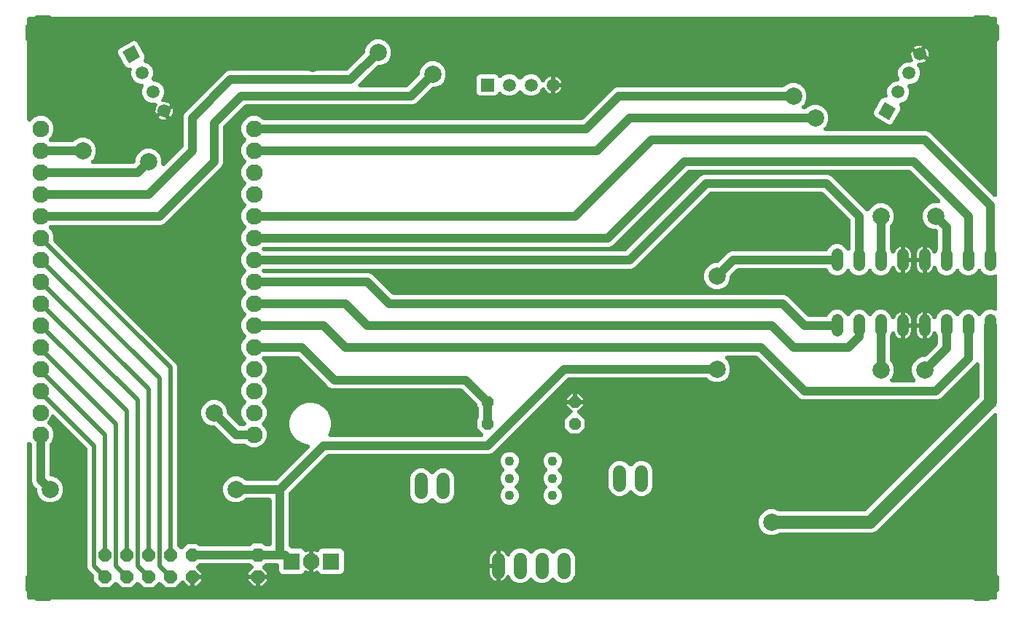
<source format=gbr>
G04 EAGLE Gerber RS-274X export*
G75*
%MOMM*%
%FSLAX34Y34*%
%LPD*%
%INBottom Copper*%
%IPPOS*%
%AMOC8*
5,1,8,0,0,1.08239X$1,22.5*%
G01*
%ADD10C,1.320800*%
%ADD11R,1.508000X1.508000*%
%ADD12C,1.508000*%
%ADD13R,1.930400X1.930400*%
%ADD14C,1.930400*%
%ADD15C,1.524000*%
%ADD16P,1.429621X8X202.500000*%
%ADD17P,1.429621X8X22.500000*%
%ADD18P,1.732040X8X292.500000*%
%ADD19R,1.508000X1.508000*%
%ADD20P,1.649562X8X22.500000*%
%ADD21C,1.108000*%
%ADD22C,2.000000*%
%ADD23P,4.346878X8X22.500000*%
%ADD24C,1.000000*%
%ADD25C,1.500000*%
%ADD26C,0.500000*%

G36*
X1136120Y11435D02*
X1136120Y11435D01*
X1136170Y11433D01*
X1136342Y11455D01*
X1136515Y11471D01*
X1136563Y11484D01*
X1136613Y11490D01*
X1136778Y11543D01*
X1136946Y11589D01*
X1136991Y11611D01*
X1137038Y11626D01*
X1137192Y11707D01*
X1137348Y11782D01*
X1137389Y11812D01*
X1137433Y11835D01*
X1137570Y11942D01*
X1137710Y12044D01*
X1137745Y12080D01*
X1137784Y12111D01*
X1137900Y12241D01*
X1138020Y12366D01*
X1138047Y12408D01*
X1138081Y12446D01*
X1138171Y12594D01*
X1138267Y12738D01*
X1138287Y12784D01*
X1138313Y12827D01*
X1138375Y12989D01*
X1138444Y13149D01*
X1138455Y13197D01*
X1138473Y13244D01*
X1138506Y13415D01*
X1138545Y13584D01*
X1138548Y13634D01*
X1138557Y13683D01*
X1138569Y13930D01*
X1138569Y225857D01*
X1138557Y225993D01*
X1138554Y226130D01*
X1138537Y226215D01*
X1138529Y226302D01*
X1138493Y226434D01*
X1138466Y226568D01*
X1138434Y226648D01*
X1138411Y226732D01*
X1138352Y226856D01*
X1138301Y226983D01*
X1138255Y227057D01*
X1138218Y227135D01*
X1138137Y227246D01*
X1138065Y227362D01*
X1138007Y227426D01*
X1137956Y227497D01*
X1137857Y227592D01*
X1137765Y227693D01*
X1137696Y227746D01*
X1137634Y227807D01*
X1137520Y227882D01*
X1137411Y227966D01*
X1137334Y228006D01*
X1137262Y228054D01*
X1137136Y228108D01*
X1137014Y228171D01*
X1136931Y228196D01*
X1136851Y228231D01*
X1136718Y228262D01*
X1136587Y228302D01*
X1136501Y228312D01*
X1136416Y228332D01*
X1136280Y228339D01*
X1136144Y228355D01*
X1136057Y228350D01*
X1135970Y228354D01*
X1135835Y228336D01*
X1135698Y228328D01*
X1135613Y228308D01*
X1135527Y228296D01*
X1135397Y228255D01*
X1135264Y228223D01*
X1135185Y228187D01*
X1135102Y228161D01*
X1134981Y228097D01*
X1134856Y228041D01*
X1134784Y227992D01*
X1134707Y227952D01*
X1134599Y227867D01*
X1134486Y227790D01*
X1134385Y227698D01*
X1134356Y227676D01*
X1134340Y227658D01*
X1134303Y227624D01*
X997681Y91002D01*
X993087Y89099D01*
X885816Y89099D01*
X885674Y89086D01*
X885531Y89083D01*
X885452Y89067D01*
X885372Y89059D01*
X885233Y89021D01*
X885093Y88992D01*
X884977Y88951D01*
X884941Y88941D01*
X884917Y88929D01*
X884860Y88909D01*
X879284Y86599D01*
X873316Y86599D01*
X867803Y88883D01*
X863583Y93103D01*
X861299Y98616D01*
X861299Y104584D01*
X863583Y110097D01*
X867803Y114317D01*
X873316Y116601D01*
X879284Y116601D01*
X884860Y114291D01*
X884997Y114248D01*
X885131Y114197D01*
X885210Y114182D01*
X885286Y114158D01*
X885428Y114140D01*
X885569Y114113D01*
X885692Y114107D01*
X885730Y114102D01*
X885757Y114104D01*
X885816Y114101D01*
X984387Y114101D01*
X984573Y114117D01*
X984759Y114129D01*
X984795Y114137D01*
X984832Y114141D01*
X985012Y114190D01*
X985193Y114234D01*
X985227Y114249D01*
X985262Y114259D01*
X985431Y114340D01*
X985601Y114416D01*
X985632Y114436D01*
X985665Y114452D01*
X985816Y114562D01*
X985971Y114667D01*
X986008Y114701D01*
X986027Y114714D01*
X986052Y114741D01*
X986154Y114833D01*
X1117067Y245746D01*
X1117187Y245889D01*
X1117311Y246029D01*
X1117330Y246060D01*
X1117354Y246089D01*
X1117446Y246251D01*
X1117543Y246410D01*
X1117556Y246445D01*
X1117574Y246477D01*
X1117636Y246653D01*
X1117703Y246827D01*
X1117710Y246864D01*
X1117723Y246899D01*
X1117752Y247083D01*
X1117787Y247266D01*
X1117790Y247316D01*
X1117793Y247340D01*
X1117792Y247377D01*
X1117799Y247513D01*
X1117799Y284822D01*
X1117787Y284959D01*
X1117784Y285095D01*
X1117767Y285180D01*
X1117759Y285267D01*
X1117723Y285399D01*
X1117696Y285533D01*
X1117664Y285614D01*
X1117641Y285698D01*
X1117582Y285821D01*
X1117531Y285948D01*
X1117485Y286022D01*
X1117448Y286101D01*
X1117367Y286212D01*
X1117295Y286328D01*
X1117237Y286392D01*
X1117186Y286463D01*
X1117087Y286557D01*
X1116995Y286659D01*
X1116926Y286712D01*
X1116864Y286772D01*
X1116750Y286848D01*
X1116641Y286931D01*
X1116564Y286971D01*
X1116492Y287019D01*
X1116366Y287074D01*
X1116244Y287136D01*
X1116161Y287162D01*
X1116081Y287196D01*
X1115948Y287227D01*
X1115817Y287267D01*
X1115731Y287278D01*
X1115646Y287298D01*
X1115510Y287304D01*
X1115374Y287321D01*
X1115287Y287315D01*
X1115200Y287320D01*
X1115065Y287302D01*
X1114928Y287294D01*
X1114843Y287273D01*
X1114757Y287262D01*
X1114627Y287220D01*
X1114494Y287188D01*
X1114415Y287153D01*
X1114332Y287126D01*
X1114211Y287062D01*
X1114086Y287007D01*
X1114014Y286958D01*
X1113937Y286917D01*
X1113829Y286833D01*
X1113716Y286756D01*
X1113615Y286664D01*
X1113586Y286641D01*
X1113570Y286624D01*
X1113533Y286590D01*
X1072465Y245522D01*
X1068789Y243999D01*
X912411Y243999D01*
X908735Y245522D01*
X860190Y294067D01*
X860046Y294187D01*
X859907Y294311D01*
X859875Y294330D01*
X859847Y294354D01*
X859685Y294446D01*
X859525Y294543D01*
X859491Y294556D01*
X859458Y294574D01*
X859282Y294636D01*
X859108Y294703D01*
X859072Y294710D01*
X859037Y294723D01*
X858853Y294752D01*
X858670Y294787D01*
X858619Y294790D01*
X858596Y294793D01*
X858559Y294792D01*
X858422Y294799D01*
X824649Y294799D01*
X824512Y294787D01*
X824376Y294784D01*
X824291Y294767D01*
X824204Y294759D01*
X824072Y294723D01*
X823938Y294696D01*
X823857Y294664D01*
X823773Y294641D01*
X823650Y294582D01*
X823523Y294531D01*
X823449Y294485D01*
X823370Y294448D01*
X823259Y294367D01*
X823143Y294295D01*
X823079Y294237D01*
X823008Y294186D01*
X822914Y294087D01*
X822812Y293995D01*
X822759Y293926D01*
X822699Y293864D01*
X822623Y293750D01*
X822540Y293641D01*
X822500Y293564D01*
X822452Y293492D01*
X822398Y293366D01*
X822335Y293244D01*
X822309Y293161D01*
X822275Y293081D01*
X822244Y292948D01*
X822204Y292817D01*
X822193Y292731D01*
X822174Y292646D01*
X822167Y292510D01*
X822151Y292374D01*
X822156Y292287D01*
X822151Y292200D01*
X822169Y292065D01*
X822177Y291928D01*
X822198Y291843D01*
X822209Y291757D01*
X822251Y291627D01*
X822283Y291494D01*
X822318Y291415D01*
X822345Y291332D01*
X822409Y291211D01*
X822464Y291086D01*
X822513Y291014D01*
X822554Y290937D01*
X822639Y290829D01*
X822715Y290716D01*
X822807Y290615D01*
X822830Y290586D01*
X822848Y290570D01*
X822881Y290533D01*
X825517Y287897D01*
X827801Y282384D01*
X827801Y276416D01*
X825517Y270903D01*
X821297Y266683D01*
X815784Y264399D01*
X809816Y264399D01*
X804303Y266683D01*
X802319Y268667D01*
X802175Y268787D01*
X802036Y268911D01*
X802004Y268930D01*
X801976Y268954D01*
X801813Y269046D01*
X801654Y269143D01*
X801620Y269156D01*
X801587Y269174D01*
X801411Y269236D01*
X801237Y269303D01*
X801201Y269310D01*
X801166Y269323D01*
X800982Y269352D01*
X800798Y269387D01*
X800748Y269390D01*
X800725Y269393D01*
X800688Y269392D01*
X800551Y269399D01*
X640178Y269399D01*
X639992Y269383D01*
X639806Y269371D01*
X639770Y269363D01*
X639733Y269359D01*
X639552Y269310D01*
X639372Y269266D01*
X639338Y269251D01*
X639302Y269241D01*
X639134Y269160D01*
X638963Y269084D01*
X638933Y269064D01*
X638899Y269048D01*
X638748Y268938D01*
X638594Y268833D01*
X638556Y268799D01*
X638537Y268786D01*
X638512Y268759D01*
X638410Y268667D01*
X551765Y182022D01*
X548089Y180499D01*
X361376Y180499D01*
X361190Y180483D01*
X361004Y180471D01*
X360968Y180463D01*
X360931Y180459D01*
X360751Y180410D01*
X360570Y180366D01*
X360536Y180351D01*
X360501Y180341D01*
X360332Y180260D01*
X360162Y180184D01*
X360131Y180164D01*
X360098Y180148D01*
X359947Y180038D01*
X359792Y179933D01*
X359755Y179899D01*
X359736Y179886D01*
X359710Y179859D01*
X359609Y179767D01*
X316131Y136290D01*
X316012Y136146D01*
X315888Y136007D01*
X315869Y135975D01*
X315845Y135947D01*
X315753Y135785D01*
X315656Y135625D01*
X315642Y135591D01*
X315624Y135558D01*
X315562Y135382D01*
X315495Y135208D01*
X315488Y135172D01*
X315476Y135137D01*
X315446Y134953D01*
X315411Y134770D01*
X315409Y134719D01*
X315405Y134696D01*
X315406Y134659D01*
X315399Y134522D01*
X315399Y74235D01*
X315400Y74228D01*
X315399Y74222D01*
X315420Y74008D01*
X315439Y73790D01*
X315441Y73783D01*
X315442Y73777D01*
X315500Y73567D01*
X315558Y73359D01*
X315560Y73353D01*
X315562Y73347D01*
X315656Y73153D01*
X315751Y72956D01*
X315755Y72951D01*
X315758Y72945D01*
X315886Y72769D01*
X316013Y72594D01*
X316017Y72590D01*
X316021Y72585D01*
X316181Y72433D01*
X316335Y72285D01*
X316340Y72281D01*
X316345Y72277D01*
X316527Y72157D01*
X316707Y72038D01*
X316713Y72035D01*
X316718Y72031D01*
X316801Y71993D01*
X317528Y71265D01*
X317672Y71145D01*
X317811Y71021D01*
X317843Y71002D01*
X317871Y70978D01*
X318033Y70886D01*
X318193Y70789D01*
X318227Y70776D01*
X318260Y70758D01*
X318436Y70696D01*
X318610Y70629D01*
X318646Y70622D01*
X318681Y70609D01*
X318865Y70580D01*
X319048Y70545D01*
X319099Y70542D01*
X319122Y70539D01*
X319159Y70540D01*
X319296Y70533D01*
X329417Y70533D01*
X331255Y69771D01*
X332661Y68365D01*
X332779Y68080D01*
X332848Y67948D01*
X332909Y67813D01*
X332951Y67751D01*
X332987Y67684D01*
X333078Y67567D01*
X333161Y67445D01*
X333214Y67391D01*
X333261Y67331D01*
X333371Y67232D01*
X333475Y67127D01*
X333537Y67084D01*
X333593Y67033D01*
X333720Y66956D01*
X333841Y66871D01*
X333910Y66839D01*
X333974Y66799D01*
X334112Y66745D01*
X334246Y66683D01*
X334320Y66664D01*
X334390Y66636D01*
X334535Y66608D01*
X334679Y66571D01*
X334754Y66565D01*
X334828Y66550D01*
X334976Y66548D01*
X335124Y66537D01*
X335199Y66545D01*
X335275Y66544D01*
X335421Y66568D01*
X335568Y66583D01*
X335641Y66604D01*
X335716Y66617D01*
X335855Y66667D01*
X335997Y66708D01*
X336101Y66755D01*
X336136Y66767D01*
X336161Y66782D01*
X336223Y66809D01*
X336950Y67179D01*
X338775Y67773D01*
X338881Y67789D01*
X338881Y56130D01*
X338885Y56080D01*
X338883Y56030D01*
X338899Y55907D01*
X338893Y55877D01*
X338881Y55630D01*
X338881Y43971D01*
X338775Y43987D01*
X336950Y44581D01*
X336223Y44951D01*
X336085Y45006D01*
X335952Y45069D01*
X335879Y45089D01*
X335809Y45117D01*
X335664Y45147D01*
X335521Y45186D01*
X335445Y45192D01*
X335371Y45207D01*
X335223Y45211D01*
X335075Y45223D01*
X335000Y45216D01*
X334924Y45218D01*
X334778Y45195D01*
X334631Y45181D01*
X334558Y45160D01*
X334483Y45149D01*
X334343Y45100D01*
X334201Y45060D01*
X334133Y45027D01*
X334061Y45002D01*
X333932Y44930D01*
X333799Y44865D01*
X333738Y44820D01*
X333672Y44783D01*
X333558Y44688D01*
X333438Y44601D01*
X333386Y44546D01*
X333328Y44498D01*
X333233Y44385D01*
X333131Y44277D01*
X333089Y44214D01*
X333040Y44156D01*
X332967Y44028D01*
X332885Y43904D01*
X332836Y43801D01*
X332818Y43769D01*
X332808Y43741D01*
X332779Y43680D01*
X332661Y43395D01*
X331255Y41989D01*
X329417Y41227D01*
X308123Y41227D01*
X306285Y41989D01*
X304879Y43395D01*
X304117Y45233D01*
X304117Y51000D01*
X304113Y51050D01*
X304115Y51100D01*
X304093Y51272D01*
X304077Y51445D01*
X304064Y51493D01*
X304058Y51543D01*
X304005Y51708D01*
X303959Y51876D01*
X303937Y51921D01*
X303922Y51968D01*
X303841Y52122D01*
X303766Y52278D01*
X303736Y52319D01*
X303713Y52363D01*
X303606Y52500D01*
X303504Y52640D01*
X303468Y52675D01*
X303437Y52714D01*
X303307Y52830D01*
X303182Y52950D01*
X303140Y52977D01*
X303102Y53011D01*
X302954Y53101D01*
X302810Y53197D01*
X302764Y53217D01*
X302721Y53243D01*
X302559Y53305D01*
X302399Y53374D01*
X302351Y53385D01*
X302304Y53403D01*
X302133Y53436D01*
X301964Y53475D01*
X301914Y53478D01*
X301865Y53487D01*
X301618Y53499D01*
X288822Y53499D01*
X288636Y53483D01*
X288450Y53471D01*
X288414Y53463D01*
X288377Y53459D01*
X288197Y53410D01*
X288016Y53366D01*
X287982Y53351D01*
X287946Y53341D01*
X287778Y53260D01*
X287607Y53184D01*
X287577Y53164D01*
X287543Y53148D01*
X287392Y53038D01*
X287238Y52933D01*
X287201Y52900D01*
X287181Y52886D01*
X287156Y52859D01*
X287054Y52767D01*
X285115Y50828D01*
X285083Y50789D01*
X285046Y50756D01*
X284940Y50618D01*
X284829Y50485D01*
X284804Y50441D01*
X284773Y50402D01*
X284694Y50248D01*
X284608Y50097D01*
X284591Y50049D01*
X284568Y50005D01*
X284517Y49839D01*
X284460Y49675D01*
X284452Y49626D01*
X284437Y49578D01*
X284417Y49406D01*
X284389Y49234D01*
X284390Y49184D01*
X284384Y49134D01*
X284394Y48961D01*
X284398Y48788D01*
X284408Y48739D01*
X284411Y48688D01*
X284452Y48520D01*
X284486Y48350D01*
X284505Y48303D01*
X284516Y48254D01*
X284587Y48096D01*
X284651Y47934D01*
X284677Y47892D01*
X284698Y47846D01*
X284795Y47703D01*
X284887Y47555D01*
X284921Y47518D01*
X284949Y47477D01*
X285115Y47293D01*
X289942Y42467D01*
X289942Y40599D01*
X279400Y40599D01*
X268858Y40599D01*
X268858Y42467D01*
X273685Y47293D01*
X273717Y47332D01*
X273754Y47365D01*
X273860Y47503D01*
X273971Y47636D01*
X273996Y47680D01*
X274027Y47719D01*
X274106Y47873D01*
X274192Y48024D01*
X274209Y48072D01*
X274232Y48116D01*
X274283Y48282D01*
X274340Y48446D01*
X274348Y48495D01*
X274363Y48543D01*
X274384Y48715D01*
X274411Y48887D01*
X274410Y48937D01*
X274416Y48987D01*
X274406Y49160D01*
X274402Y49334D01*
X274392Y49383D01*
X274389Y49433D01*
X274348Y49601D01*
X274314Y49771D01*
X274295Y49818D01*
X274284Y49867D01*
X274213Y50025D01*
X274149Y50187D01*
X274122Y50229D01*
X274102Y50275D01*
X274005Y50418D01*
X273913Y50566D01*
X273879Y50603D01*
X273851Y50644D01*
X273685Y50828D01*
X271746Y52767D01*
X271602Y52887D01*
X271463Y53011D01*
X271431Y53030D01*
X271403Y53054D01*
X271240Y53146D01*
X271081Y53243D01*
X271047Y53256D01*
X271014Y53274D01*
X270839Y53336D01*
X270664Y53403D01*
X270628Y53410D01*
X270593Y53423D01*
X270409Y53452D01*
X270225Y53487D01*
X270175Y53490D01*
X270152Y53493D01*
X270115Y53492D01*
X269978Y53499D01*
X212083Y53499D01*
X211897Y53483D01*
X211711Y53471D01*
X211675Y53463D01*
X211638Y53459D01*
X211458Y53410D01*
X211277Y53366D01*
X211243Y53351D01*
X211207Y53341D01*
X211039Y53260D01*
X210869Y53184D01*
X210838Y53164D01*
X210805Y53148D01*
X210653Y53038D01*
X210499Y52933D01*
X210462Y52900D01*
X210443Y52886D01*
X210417Y52859D01*
X210316Y52767D01*
X208376Y50828D01*
X208344Y50789D01*
X208307Y50756D01*
X208201Y50618D01*
X208090Y50485D01*
X208065Y50441D01*
X208034Y50402D01*
X207955Y50248D01*
X207869Y50097D01*
X207852Y50049D01*
X207829Y50005D01*
X207779Y49839D01*
X207721Y49675D01*
X207713Y49626D01*
X207698Y49578D01*
X207678Y49406D01*
X207650Y49234D01*
X207651Y49184D01*
X207645Y49134D01*
X207656Y48961D01*
X207659Y48788D01*
X207669Y48739D01*
X207672Y48688D01*
X207713Y48520D01*
X207747Y48350D01*
X207766Y48303D01*
X207778Y48254D01*
X207848Y48096D01*
X207912Y47934D01*
X207939Y47892D01*
X207959Y47846D01*
X208056Y47703D01*
X208148Y47555D01*
X208182Y47518D01*
X208210Y47477D01*
X208376Y47293D01*
X213361Y42309D01*
X213361Y40639D01*
X203240Y40639D01*
X203190Y40635D01*
X203140Y40637D01*
X202969Y40615D01*
X202795Y40599D01*
X202747Y40586D01*
X202697Y40580D01*
X202532Y40527D01*
X202365Y40481D01*
X202319Y40459D01*
X202272Y40444D01*
X202119Y40363D01*
X201962Y40288D01*
X201921Y40258D01*
X201877Y40235D01*
X201741Y40128D01*
X201600Y40026D01*
X201565Y39990D01*
X201526Y39959D01*
X201476Y39902D01*
X201446Y39878D01*
X201330Y39748D01*
X201210Y39623D01*
X201183Y39582D01*
X201149Y39544D01*
X201059Y39396D01*
X200963Y39251D01*
X200943Y39205D01*
X200917Y39163D01*
X200855Y39001D01*
X200786Y38841D01*
X200775Y38793D01*
X200757Y38746D01*
X200724Y38575D01*
X200685Y38406D01*
X200682Y38356D01*
X200673Y38307D01*
X200661Y38060D01*
X200661Y27939D01*
X198991Y27939D01*
X194007Y32924D01*
X193968Y32956D01*
X193935Y32993D01*
X193797Y33099D01*
X193664Y33210D01*
X193621Y33235D01*
X193581Y33266D01*
X193426Y33345D01*
X193276Y33431D01*
X193228Y33448D01*
X193184Y33471D01*
X193018Y33521D01*
X192854Y33579D01*
X192805Y33587D01*
X192757Y33602D01*
X192585Y33622D01*
X192413Y33650D01*
X192363Y33649D01*
X192313Y33655D01*
X192140Y33644D01*
X191966Y33641D01*
X191917Y33631D01*
X191867Y33628D01*
X191699Y33587D01*
X191529Y33553D01*
X191482Y33534D01*
X191433Y33522D01*
X191275Y33452D01*
X191113Y33388D01*
X191071Y33361D01*
X191025Y33341D01*
X190882Y33244D01*
X190734Y33152D01*
X190697Y33118D01*
X190656Y33090D01*
X190472Y32924D01*
X183028Y25479D01*
X172572Y25479D01*
X166867Y31184D01*
X166829Y31217D01*
X166795Y31254D01*
X166658Y31360D01*
X166524Y31471D01*
X166481Y31495D01*
X166441Y31526D01*
X166287Y31606D01*
X166136Y31692D01*
X166089Y31708D01*
X166044Y31731D01*
X165879Y31782D01*
X165715Y31840D01*
X165665Y31848D01*
X165617Y31862D01*
X165445Y31883D01*
X165274Y31910D01*
X165223Y31909D01*
X165174Y31915D01*
X165000Y31905D01*
X164827Y31901D01*
X164778Y31892D01*
X164728Y31889D01*
X164559Y31847D01*
X164389Y31813D01*
X164343Y31795D01*
X164294Y31783D01*
X164135Y31712D01*
X163974Y31648D01*
X163931Y31622D01*
X163886Y31602D01*
X163742Y31504D01*
X163595Y31412D01*
X163558Y31379D01*
X163516Y31351D01*
X163333Y31184D01*
X157628Y25479D01*
X147172Y25479D01*
X141467Y31184D01*
X141429Y31217D01*
X141395Y31254D01*
X141258Y31360D01*
X141124Y31471D01*
X141081Y31495D01*
X141041Y31526D01*
X140887Y31606D01*
X140736Y31692D01*
X140689Y31708D01*
X140644Y31731D01*
X140479Y31782D01*
X140315Y31840D01*
X140265Y31848D01*
X140217Y31862D01*
X140045Y31883D01*
X139874Y31910D01*
X139823Y31909D01*
X139774Y31915D01*
X139600Y31905D01*
X139427Y31901D01*
X139378Y31892D01*
X139328Y31889D01*
X139159Y31847D01*
X138989Y31813D01*
X138943Y31795D01*
X138894Y31783D01*
X138735Y31712D01*
X138574Y31648D01*
X138531Y31622D01*
X138486Y31602D01*
X138342Y31504D01*
X138195Y31412D01*
X138158Y31379D01*
X138116Y31351D01*
X137933Y31184D01*
X132228Y25479D01*
X121772Y25479D01*
X116067Y31184D01*
X116029Y31217D01*
X115995Y31254D01*
X115858Y31360D01*
X115724Y31471D01*
X115681Y31495D01*
X115641Y31526D01*
X115487Y31606D01*
X115336Y31692D01*
X115289Y31708D01*
X115244Y31731D01*
X115079Y31782D01*
X114915Y31840D01*
X114865Y31848D01*
X114817Y31862D01*
X114645Y31883D01*
X114474Y31910D01*
X114423Y31909D01*
X114374Y31915D01*
X114200Y31905D01*
X114027Y31901D01*
X113978Y31892D01*
X113928Y31889D01*
X113759Y31847D01*
X113589Y31813D01*
X113543Y31795D01*
X113494Y31783D01*
X113335Y31712D01*
X113174Y31648D01*
X113131Y31622D01*
X113086Y31602D01*
X112942Y31504D01*
X112795Y31412D01*
X112758Y31379D01*
X112716Y31351D01*
X112533Y31184D01*
X106828Y25479D01*
X96372Y25479D01*
X88979Y32872D01*
X88979Y39078D01*
X88963Y39264D01*
X88951Y39450D01*
X88943Y39486D01*
X88939Y39523D01*
X88890Y39703D01*
X88846Y39884D01*
X88831Y39918D01*
X88821Y39954D01*
X88740Y40122D01*
X88664Y40292D01*
X88644Y40323D01*
X88628Y40356D01*
X88518Y40508D01*
X88413Y40662D01*
X88380Y40699D01*
X88366Y40718D01*
X88339Y40744D01*
X88247Y40845D01*
X82541Y46551D01*
X81399Y49308D01*
X81399Y186358D01*
X81383Y186544D01*
X81371Y186730D01*
X81363Y186766D01*
X81359Y186803D01*
X81310Y186983D01*
X81266Y187164D01*
X81251Y187198D01*
X81241Y187233D01*
X81160Y187402D01*
X81084Y187572D01*
X81064Y187603D01*
X81048Y187636D01*
X80982Y187726D01*
X80974Y187741D01*
X80938Y187788D01*
X80833Y187942D01*
X80799Y187979D01*
X80786Y187998D01*
X80759Y188024D01*
X80708Y188080D01*
X80698Y188092D01*
X80691Y188099D01*
X80667Y188125D01*
X43122Y225671D01*
X42975Y225793D01*
X42831Y225920D01*
X42804Y225936D01*
X42779Y225957D01*
X42613Y226051D01*
X42449Y226150D01*
X42419Y226162D01*
X42391Y226178D01*
X42210Y226241D01*
X42031Y226309D01*
X42000Y226315D01*
X41969Y226326D01*
X41780Y226356D01*
X41592Y226391D01*
X41560Y226391D01*
X41528Y226397D01*
X41337Y226393D01*
X41146Y226394D01*
X41114Y226388D01*
X41082Y226388D01*
X40894Y226350D01*
X40706Y226317D01*
X40675Y226306D01*
X40644Y226299D01*
X40466Y226229D01*
X40286Y226163D01*
X40259Y226146D01*
X40228Y226135D01*
X40066Y226033D01*
X39901Y225937D01*
X39877Y225915D01*
X39849Y225898D01*
X39708Y225770D01*
X39562Y225645D01*
X39542Y225620D01*
X39518Y225599D01*
X39401Y225447D01*
X39281Y225298D01*
X39265Y225270D01*
X39246Y225245D01*
X39163Y225084D01*
X39146Y225059D01*
X39134Y225031D01*
X39066Y224907D01*
X39050Y224866D01*
X39041Y224848D01*
X39030Y224814D01*
X38978Y224676D01*
X38699Y223820D01*
X37828Y222110D01*
X36700Y220557D01*
X35450Y219307D01*
X35418Y219268D01*
X35381Y219235D01*
X35275Y219097D01*
X35163Y218964D01*
X35139Y218920D01*
X35108Y218881D01*
X35029Y218726D01*
X34943Y218576D01*
X34926Y218528D01*
X34903Y218484D01*
X34852Y218318D01*
X34795Y218154D01*
X34787Y218105D01*
X34772Y218057D01*
X34751Y217885D01*
X34724Y217713D01*
X34725Y217663D01*
X34719Y217613D01*
X34729Y217440D01*
X34733Y217266D01*
X34743Y217218D01*
X34746Y217167D01*
X34787Y216998D01*
X34821Y216829D01*
X34840Y216782D01*
X34851Y216733D01*
X34922Y216575D01*
X34986Y216413D01*
X35012Y216371D01*
X35033Y216325D01*
X35130Y216182D01*
X35222Y216034D01*
X35256Y215997D01*
X35284Y215956D01*
X35450Y215772D01*
X39822Y211400D01*
X42053Y206015D01*
X42053Y200185D01*
X39822Y194800D01*
X38133Y193111D01*
X38036Y192995D01*
X37984Y192940D01*
X37967Y192916D01*
X37889Y192828D01*
X37870Y192796D01*
X37846Y192768D01*
X37754Y192606D01*
X37657Y192446D01*
X37644Y192412D01*
X37626Y192379D01*
X37564Y192203D01*
X37497Y192029D01*
X37490Y191993D01*
X37477Y191958D01*
X37448Y191774D01*
X37413Y191591D01*
X37410Y191540D01*
X37407Y191517D01*
X37408Y191480D01*
X37401Y191343D01*
X37401Y157200D01*
X37405Y157150D01*
X37403Y157100D01*
X37425Y156928D01*
X37441Y156755D01*
X37454Y156707D01*
X37460Y156657D01*
X37513Y156492D01*
X37559Y156324D01*
X37581Y156279D01*
X37596Y156232D01*
X37677Y156078D01*
X37752Y155922D01*
X37782Y155881D01*
X37805Y155837D01*
X37912Y155700D01*
X38014Y155560D01*
X38050Y155525D01*
X38081Y155486D01*
X38211Y155370D01*
X38336Y155250D01*
X38378Y155223D01*
X38416Y155189D01*
X38564Y155099D01*
X38708Y155003D01*
X38754Y154983D01*
X38797Y154957D01*
X38959Y154895D01*
X39119Y154826D01*
X39167Y154815D01*
X39214Y154797D01*
X39385Y154764D01*
X39554Y154725D01*
X39604Y154722D01*
X39653Y154713D01*
X39900Y154701D01*
X41084Y154701D01*
X46597Y152417D01*
X50817Y148197D01*
X53101Y142684D01*
X53101Y136716D01*
X50817Y131203D01*
X46597Y126983D01*
X41084Y124699D01*
X35116Y124699D01*
X29603Y126983D01*
X25383Y131203D01*
X23099Y136716D01*
X23099Y139522D01*
X23083Y139708D01*
X23071Y139894D01*
X23063Y139930D01*
X23059Y139967D01*
X23010Y140148D01*
X22966Y140328D01*
X22951Y140362D01*
X22941Y140398D01*
X22860Y140566D01*
X22784Y140737D01*
X22764Y140767D01*
X22748Y140801D01*
X22638Y140952D01*
X22533Y141106D01*
X22499Y141144D01*
X22486Y141163D01*
X22459Y141188D01*
X22367Y141290D01*
X18922Y144735D01*
X17399Y148411D01*
X17399Y191343D01*
X17383Y191529D01*
X17371Y191715D01*
X17363Y191751D01*
X17359Y191788D01*
X17310Y191968D01*
X17266Y192149D01*
X17251Y192183D01*
X17241Y192219D01*
X17160Y192387D01*
X17084Y192558D01*
X17064Y192588D01*
X17048Y192622D01*
X16938Y192773D01*
X16833Y192927D01*
X16800Y192964D01*
X16786Y192984D01*
X16759Y193009D01*
X16687Y193088D01*
X16685Y193091D01*
X16684Y193092D01*
X16667Y193111D01*
X15697Y194081D01*
X15592Y194168D01*
X15494Y194263D01*
X15421Y194311D01*
X15354Y194367D01*
X15235Y194435D01*
X15122Y194510D01*
X15042Y194545D01*
X14966Y194588D01*
X14837Y194633D01*
X14711Y194687D01*
X14627Y194707D01*
X14545Y194736D01*
X14410Y194758D01*
X14276Y194789D01*
X14190Y194793D01*
X14104Y194807D01*
X13967Y194804D01*
X13830Y194811D01*
X13744Y194799D01*
X13657Y194798D01*
X13523Y194771D01*
X13387Y194753D01*
X13304Y194727D01*
X13219Y194709D01*
X13092Y194659D01*
X12962Y194617D01*
X12885Y194577D01*
X12804Y194545D01*
X12688Y194472D01*
X12567Y194408D01*
X12498Y194354D01*
X12425Y194309D01*
X12323Y194217D01*
X12216Y194132D01*
X12158Y194067D01*
X12094Y194009D01*
X12010Y193900D01*
X11919Y193798D01*
X11874Y193724D01*
X11821Y193655D01*
X11758Y193533D01*
X11687Y193416D01*
X11656Y193335D01*
X11616Y193258D01*
X11576Y193127D01*
X11527Y192999D01*
X11510Y192914D01*
X11485Y192831D01*
X11469Y192695D01*
X11443Y192561D01*
X11436Y192424D01*
X11432Y192387D01*
X11433Y192364D01*
X11431Y192313D01*
X11431Y13930D01*
X11435Y13880D01*
X11433Y13830D01*
X11455Y13658D01*
X11471Y13485D01*
X11484Y13437D01*
X11490Y13387D01*
X11543Y13222D01*
X11589Y13054D01*
X11611Y13009D01*
X11626Y12962D01*
X11707Y12808D01*
X11782Y12652D01*
X11812Y12611D01*
X11835Y12567D01*
X11942Y12430D01*
X12044Y12290D01*
X12080Y12255D01*
X12111Y12216D01*
X12241Y12100D01*
X12366Y11980D01*
X12408Y11953D01*
X12446Y11919D01*
X12594Y11829D01*
X12738Y11733D01*
X12784Y11713D01*
X12827Y11687D01*
X12989Y11625D01*
X13149Y11556D01*
X13197Y11545D01*
X13244Y11527D01*
X13415Y11494D01*
X13584Y11455D01*
X13634Y11452D01*
X13683Y11443D01*
X13930Y11431D01*
X1136070Y11431D01*
X1136120Y11435D01*
G37*
G36*
X190600Y69695D02*
X190600Y69695D01*
X190773Y69699D01*
X190822Y69708D01*
X190872Y69711D01*
X191041Y69753D01*
X191211Y69787D01*
X191257Y69805D01*
X191306Y69817D01*
X191465Y69888D01*
X191626Y69952D01*
X191669Y69978D01*
X191714Y69998D01*
X191858Y70096D01*
X192005Y70188D01*
X192042Y70221D01*
X192084Y70249D01*
X192267Y70416D01*
X197972Y76121D01*
X208428Y76121D01*
X210316Y74233D01*
X210459Y74113D01*
X210598Y73989D01*
X210630Y73970D01*
X210658Y73946D01*
X210820Y73854D01*
X210980Y73757D01*
X211015Y73744D01*
X211047Y73726D01*
X211223Y73664D01*
X211397Y73597D01*
X211433Y73590D01*
X211468Y73577D01*
X211652Y73548D01*
X211836Y73513D01*
X211886Y73510D01*
X211909Y73507D01*
X211946Y73508D01*
X212083Y73501D01*
X269978Y73501D01*
X270164Y73517D01*
X270350Y73529D01*
X270386Y73537D01*
X270423Y73541D01*
X270604Y73590D01*
X270784Y73634D01*
X270818Y73649D01*
X270854Y73659D01*
X271022Y73740D01*
X271193Y73816D01*
X271223Y73836D01*
X271257Y73852D01*
X271408Y73962D01*
X271562Y74067D01*
X271600Y74101D01*
X271619Y74114D01*
X271644Y74141D01*
X271746Y74233D01*
X274015Y76502D01*
X284785Y76502D01*
X287054Y74233D01*
X287198Y74113D01*
X287337Y73989D01*
X287369Y73970D01*
X287397Y73946D01*
X287559Y73854D01*
X287719Y73757D01*
X287753Y73744D01*
X287786Y73726D01*
X287962Y73664D01*
X288136Y73597D01*
X288172Y73590D01*
X288207Y73577D01*
X288391Y73548D01*
X288575Y73513D01*
X288625Y73510D01*
X288648Y73507D01*
X288685Y73508D01*
X288822Y73501D01*
X292899Y73501D01*
X292948Y73505D01*
X292998Y73503D01*
X293170Y73525D01*
X293343Y73541D01*
X293392Y73554D01*
X293441Y73560D01*
X293606Y73613D01*
X293774Y73659D01*
X293819Y73681D01*
X293867Y73696D01*
X294020Y73777D01*
X294177Y73852D01*
X294217Y73882D01*
X294262Y73905D01*
X294398Y74012D01*
X294539Y74114D01*
X294573Y74150D01*
X294613Y74181D01*
X294728Y74311D01*
X294848Y74436D01*
X294876Y74478D01*
X294909Y74516D01*
X294999Y74664D01*
X295095Y74808D01*
X295115Y74854D01*
X295141Y74897D01*
X295204Y75059D01*
X295272Y75219D01*
X295284Y75267D01*
X295302Y75314D01*
X295334Y75485D01*
X295374Y75654D01*
X295376Y75704D01*
X295386Y75753D01*
X295398Y76000D01*
X295398Y127200D01*
X295393Y127250D01*
X295396Y127300D01*
X295373Y127472D01*
X295358Y127645D01*
X295345Y127693D01*
X295338Y127743D01*
X295285Y127908D01*
X295239Y128076D01*
X295218Y128121D01*
X295203Y128168D01*
X295121Y128322D01*
X295046Y128478D01*
X295017Y128519D01*
X294993Y128563D01*
X294886Y128700D01*
X294784Y128840D01*
X294748Y128875D01*
X294717Y128914D01*
X294587Y129030D01*
X294462Y129150D01*
X294420Y129177D01*
X294383Y129211D01*
X294235Y129301D01*
X294090Y129397D01*
X294044Y129417D01*
X294001Y129443D01*
X293839Y129505D01*
X293680Y129574D01*
X293631Y129585D01*
X293584Y129603D01*
X293413Y129636D01*
X293245Y129675D01*
X293195Y129678D01*
X293146Y129687D01*
X292899Y129699D01*
X266249Y129699D01*
X266063Y129683D01*
X265877Y129671D01*
X265841Y129663D01*
X265804Y129659D01*
X265624Y129610D01*
X265443Y129566D01*
X265409Y129551D01*
X265373Y129541D01*
X265204Y129460D01*
X265034Y129384D01*
X265004Y129364D01*
X264970Y129348D01*
X264819Y129238D01*
X264665Y129133D01*
X264628Y129100D01*
X264608Y129086D01*
X264583Y129059D01*
X264481Y128967D01*
X262497Y126983D01*
X256984Y124699D01*
X251016Y124699D01*
X245503Y126983D01*
X241283Y131203D01*
X238999Y136716D01*
X238999Y142684D01*
X241283Y148197D01*
X245503Y152417D01*
X251016Y154701D01*
X256984Y154701D01*
X262497Y152417D01*
X264481Y150433D01*
X264625Y150313D01*
X264764Y150189D01*
X264796Y150170D01*
X264824Y150146D01*
X264987Y150054D01*
X265146Y149957D01*
X265180Y149944D01*
X265213Y149926D01*
X265389Y149864D01*
X265563Y149797D01*
X265599Y149790D01*
X265634Y149777D01*
X265818Y149748D01*
X266002Y149713D01*
X266052Y149710D01*
X266075Y149707D01*
X266112Y149708D01*
X266249Y149701D01*
X300221Y149701D01*
X300407Y149717D01*
X300593Y149729D01*
X300629Y149737D01*
X300666Y149741D01*
X300846Y149790D01*
X301027Y149834D01*
X301061Y149849D01*
X301096Y149859D01*
X301265Y149940D01*
X301435Y150016D01*
X301466Y150036D01*
X301499Y150052D01*
X301650Y150162D01*
X301805Y150267D01*
X301842Y150301D01*
X301861Y150314D01*
X301887Y150341D01*
X301988Y150433D01*
X339028Y187473D01*
X339116Y187578D01*
X339211Y187676D01*
X339259Y187749D01*
X339314Y187816D01*
X339382Y187934D01*
X339458Y188048D01*
X339492Y188128D01*
X339535Y188204D01*
X339581Y188333D01*
X339635Y188459D01*
X339654Y188543D01*
X339683Y188625D01*
X339705Y188761D01*
X339736Y188894D01*
X339740Y188980D01*
X339754Y189066D01*
X339751Y189203D01*
X339758Y189340D01*
X339747Y189426D01*
X339745Y189513D01*
X339718Y189647D01*
X339700Y189783D01*
X339674Y189866D01*
X339657Y189951D01*
X339606Y190078D01*
X339565Y190208D01*
X339524Y190285D01*
X339492Y190366D01*
X339420Y190482D01*
X339356Y190603D01*
X339302Y190671D01*
X339256Y190745D01*
X339164Y190847D01*
X339080Y190954D01*
X339014Y191012D01*
X338956Y191076D01*
X338848Y191160D01*
X338745Y191251D01*
X338671Y191296D01*
X338602Y191349D01*
X338480Y191412D01*
X338364Y191483D01*
X338283Y191514D01*
X338205Y191554D01*
X338075Y191594D01*
X337947Y191643D01*
X337861Y191660D01*
X337778Y191685D01*
X337643Y191701D01*
X337508Y191727D01*
X337371Y191734D01*
X337335Y191738D01*
X337311Y191737D01*
X337261Y191739D01*
X337179Y191739D01*
X331034Y193386D01*
X325525Y196567D01*
X321027Y201065D01*
X317846Y206574D01*
X316199Y212719D01*
X316199Y219081D01*
X317846Y225226D01*
X321027Y230735D01*
X325525Y235233D01*
X331034Y238414D01*
X337179Y240061D01*
X343541Y240061D01*
X349686Y238414D01*
X355195Y235233D01*
X359693Y230735D01*
X362874Y225226D01*
X364521Y219081D01*
X364521Y212719D01*
X362874Y206574D01*
X361532Y204250D01*
X361518Y204219D01*
X361500Y204192D01*
X361424Y204017D01*
X361344Y203844D01*
X361336Y203812D01*
X361323Y203781D01*
X361279Y203596D01*
X361231Y203412D01*
X361229Y203379D01*
X361221Y203346D01*
X361212Y203157D01*
X361197Y202967D01*
X361201Y202933D01*
X361199Y202900D01*
X361224Y202712D01*
X361243Y202522D01*
X361253Y202490D01*
X361257Y202457D01*
X361315Y202276D01*
X361367Y202093D01*
X361382Y202063D01*
X361392Y202032D01*
X361482Y201863D01*
X361566Y201693D01*
X361586Y201666D01*
X361602Y201637D01*
X361719Y201487D01*
X361833Y201335D01*
X361857Y201312D01*
X361878Y201286D01*
X362020Y201159D01*
X362159Y201030D01*
X362187Y201012D01*
X362212Y200989D01*
X362375Y200890D01*
X362534Y200787D01*
X362565Y200775D01*
X362594Y200757D01*
X362771Y200689D01*
X362947Y200616D01*
X362979Y200609D01*
X363010Y200597D01*
X363197Y200561D01*
X363383Y200520D01*
X363416Y200519D01*
X363449Y200513D01*
X363696Y200501D01*
X539054Y200501D01*
X539190Y200513D01*
X539327Y200516D01*
X539412Y200533D01*
X539499Y200541D01*
X539631Y200577D01*
X539765Y200604D01*
X539846Y200636D01*
X539930Y200659D01*
X540053Y200718D01*
X540180Y200769D01*
X540254Y200815D01*
X540332Y200852D01*
X540443Y200933D01*
X540559Y201005D01*
X540624Y201063D01*
X540694Y201114D01*
X540789Y201213D01*
X540890Y201305D01*
X540944Y201374D01*
X541004Y201436D01*
X541079Y201550D01*
X541163Y201659D01*
X541203Y201736D01*
X541251Y201808D01*
X541305Y201934D01*
X541368Y202056D01*
X541393Y202139D01*
X541428Y202219D01*
X541459Y202352D01*
X541499Y202483D01*
X541509Y202569D01*
X541529Y202654D01*
X541536Y202790D01*
X541552Y202926D01*
X541547Y203013D01*
X541551Y203100D01*
X541534Y203235D01*
X541525Y203372D01*
X541505Y203457D01*
X541494Y203543D01*
X541452Y203673D01*
X541420Y203806D01*
X541384Y203885D01*
X541358Y203968D01*
X541294Y204089D01*
X541238Y204214D01*
X541190Y204286D01*
X541149Y204363D01*
X541064Y204471D01*
X540987Y204584D01*
X540896Y204685D01*
X540873Y204714D01*
X540855Y204730D01*
X540821Y204767D01*
X534495Y211093D01*
X534495Y220707D01*
X535367Y221579D01*
X535487Y221722D01*
X535611Y221862D01*
X535630Y221893D01*
X535654Y221922D01*
X535746Y222084D01*
X535843Y222243D01*
X535856Y222278D01*
X535874Y222310D01*
X535936Y222486D01*
X536003Y222660D01*
X536010Y222696D01*
X536023Y222731D01*
X536052Y222916D01*
X536087Y223099D01*
X536090Y223149D01*
X536093Y223172D01*
X536092Y223209D01*
X536099Y223346D01*
X536099Y233854D01*
X536083Y234040D01*
X536071Y234226D01*
X536063Y234262D01*
X536059Y234299D01*
X536010Y234479D01*
X535966Y234660D01*
X535951Y234694D01*
X535941Y234730D01*
X535899Y234817D01*
X535894Y234832D01*
X535868Y234881D01*
X535860Y234898D01*
X535784Y235068D01*
X535764Y235099D01*
X535748Y235132D01*
X535701Y235197D01*
X535685Y235227D01*
X535624Y235304D01*
X535533Y235438D01*
X535499Y235475D01*
X535486Y235494D01*
X535459Y235520D01*
X535425Y235557D01*
X535409Y235578D01*
X535396Y235589D01*
X535367Y235621D01*
X534495Y236493D01*
X534495Y237726D01*
X534479Y237912D01*
X534467Y238098D01*
X534459Y238134D01*
X534455Y238171D01*
X534406Y238352D01*
X534362Y238532D01*
X534347Y238566D01*
X534337Y238602D01*
X534256Y238770D01*
X534180Y238941D01*
X534160Y238971D01*
X534144Y239005D01*
X534034Y239156D01*
X533929Y239310D01*
X533895Y239348D01*
X533882Y239367D01*
X533855Y239392D01*
X533763Y239494D01*
X517290Y255967D01*
X517146Y256087D01*
X517007Y256211D01*
X516975Y256230D01*
X516947Y256254D01*
X516785Y256346D01*
X516625Y256443D01*
X516591Y256456D01*
X516558Y256474D01*
X516382Y256536D01*
X516208Y256603D01*
X516172Y256610D01*
X516137Y256623D01*
X515953Y256652D01*
X515770Y256687D01*
X515719Y256690D01*
X515696Y256693D01*
X515659Y256692D01*
X515522Y256699D01*
X366311Y256699D01*
X362635Y258222D01*
X359471Y261386D01*
X359470Y261387D01*
X326890Y293967D01*
X326746Y294087D01*
X326607Y294211D01*
X326575Y294230D01*
X326547Y294254D01*
X326385Y294346D01*
X326225Y294443D01*
X326191Y294456D01*
X326158Y294474D01*
X325982Y294536D01*
X325808Y294603D01*
X325772Y294610D01*
X325737Y294623D01*
X325553Y294652D01*
X325370Y294687D01*
X325319Y294690D01*
X325296Y294693D01*
X325259Y294692D01*
X325122Y294699D01*
X286857Y294699D01*
X286670Y294683D01*
X286484Y294671D01*
X286449Y294663D01*
X286412Y294659D01*
X286231Y294610D01*
X286050Y294566D01*
X286017Y294551D01*
X285981Y294541D01*
X285812Y294460D01*
X285642Y294384D01*
X285612Y294364D01*
X285578Y294348D01*
X285427Y294238D01*
X285273Y294133D01*
X285235Y294099D01*
X285216Y294086D01*
X285191Y294059D01*
X285089Y293967D01*
X284889Y293767D01*
X284857Y293729D01*
X284820Y293695D01*
X284714Y293558D01*
X284603Y293424D01*
X284578Y293381D01*
X284548Y293341D01*
X284468Y293187D01*
X284382Y293036D01*
X284366Y292989D01*
X284343Y292944D01*
X284292Y292779D01*
X284234Y292614D01*
X284226Y292565D01*
X284211Y292517D01*
X284191Y292345D01*
X284163Y292173D01*
X284164Y292123D01*
X284158Y292074D01*
X284169Y291901D01*
X284172Y291727D01*
X284182Y291678D01*
X284185Y291628D01*
X284226Y291459D01*
X284261Y291289D01*
X284279Y291243D01*
X284291Y291194D01*
X284361Y291035D01*
X284425Y290874D01*
X284452Y290831D01*
X284472Y290786D01*
X284570Y290642D01*
X284662Y290495D01*
X284695Y290457D01*
X284723Y290416D01*
X284889Y290233D01*
X287522Y287600D01*
X289753Y282215D01*
X289753Y276385D01*
X287522Y271000D01*
X284889Y268367D01*
X284857Y268329D01*
X284820Y268295D01*
X284714Y268158D01*
X284603Y268024D01*
X284578Y267981D01*
X284548Y267941D01*
X284468Y267787D01*
X284382Y267636D01*
X284366Y267589D01*
X284343Y267544D01*
X284292Y267379D01*
X284234Y267215D01*
X284226Y267165D01*
X284211Y267117D01*
X284191Y266945D01*
X284163Y266774D01*
X284164Y266723D01*
X284158Y266674D01*
X284169Y266500D01*
X284172Y266327D01*
X284182Y266278D01*
X284185Y266228D01*
X284226Y266059D01*
X284261Y265889D01*
X284279Y265843D01*
X284291Y265794D01*
X284361Y265635D01*
X284425Y265474D01*
X284452Y265431D01*
X284472Y265386D01*
X284570Y265242D01*
X284662Y265095D01*
X284695Y265058D01*
X284723Y265016D01*
X284889Y264833D01*
X287522Y262200D01*
X289753Y256815D01*
X289753Y250985D01*
X287522Y245600D01*
X284889Y242967D01*
X284857Y242929D01*
X284820Y242895D01*
X284714Y242758D01*
X284603Y242624D01*
X284578Y242581D01*
X284548Y242541D01*
X284468Y242387D01*
X284382Y242236D01*
X284366Y242189D01*
X284343Y242144D01*
X284292Y241979D01*
X284234Y241815D01*
X284226Y241765D01*
X284211Y241717D01*
X284191Y241545D01*
X284163Y241374D01*
X284164Y241323D01*
X284158Y241274D01*
X284169Y241100D01*
X284172Y240927D01*
X284182Y240878D01*
X284185Y240828D01*
X284226Y240659D01*
X284261Y240489D01*
X284279Y240443D01*
X284291Y240394D01*
X284361Y240235D01*
X284425Y240074D01*
X284452Y240031D01*
X284472Y239986D01*
X284570Y239842D01*
X284662Y239695D01*
X284695Y239658D01*
X284723Y239616D01*
X284889Y239433D01*
X287522Y236800D01*
X289753Y231415D01*
X289753Y225585D01*
X287522Y220200D01*
X284889Y217567D01*
X284857Y217529D01*
X284820Y217495D01*
X284714Y217358D01*
X284603Y217224D01*
X284578Y217181D01*
X284548Y217141D01*
X284468Y216987D01*
X284382Y216836D01*
X284366Y216789D01*
X284343Y216744D01*
X284292Y216579D01*
X284234Y216415D01*
X284226Y216365D01*
X284211Y216317D01*
X284191Y216145D01*
X284163Y215974D01*
X284164Y215923D01*
X284158Y215874D01*
X284169Y215700D01*
X284172Y215527D01*
X284182Y215478D01*
X284185Y215428D01*
X284226Y215259D01*
X284261Y215089D01*
X284279Y215043D01*
X284291Y214994D01*
X284361Y214835D01*
X284425Y214674D01*
X284452Y214631D01*
X284472Y214586D01*
X284570Y214442D01*
X284662Y214295D01*
X284695Y214258D01*
X284723Y214216D01*
X284889Y214033D01*
X287522Y211400D01*
X289753Y206015D01*
X289753Y200185D01*
X287522Y194800D01*
X283400Y190678D01*
X278015Y188447D01*
X272185Y188447D01*
X266800Y190678D01*
X265111Y192367D01*
X264968Y192487D01*
X264828Y192611D01*
X264796Y192630D01*
X264768Y192654D01*
X264605Y192746D01*
X264446Y192843D01*
X264412Y192856D01*
X264380Y192874D01*
X264203Y192936D01*
X264029Y193003D01*
X263993Y193010D01*
X263958Y193023D01*
X263774Y193052D01*
X263591Y193087D01*
X263540Y193090D01*
X263517Y193093D01*
X263480Y193092D01*
X263343Y193099D01*
X252111Y193099D01*
X248435Y194622D01*
X230190Y212867D01*
X230046Y212987D01*
X229907Y213111D01*
X229875Y213130D01*
X229847Y213154D01*
X229685Y213246D01*
X229525Y213343D01*
X229491Y213356D01*
X229458Y213374D01*
X229282Y213436D01*
X229108Y213503D01*
X229072Y213510D01*
X229037Y213523D01*
X228853Y213552D01*
X228670Y213587D01*
X228619Y213590D01*
X228596Y213593D01*
X228559Y213592D01*
X228422Y213599D01*
X225616Y213599D01*
X220103Y215883D01*
X215883Y220103D01*
X213599Y225616D01*
X213599Y231584D01*
X215883Y237097D01*
X220103Y241317D01*
X225616Y243601D01*
X231584Y243601D01*
X237097Y241317D01*
X241317Y237097D01*
X243601Y231584D01*
X243601Y228778D01*
X243617Y228592D01*
X243629Y228406D01*
X243637Y228370D01*
X243641Y228333D01*
X243690Y228152D01*
X243734Y227972D01*
X243749Y227938D01*
X243759Y227902D01*
X243840Y227734D01*
X243916Y227563D01*
X243936Y227533D01*
X243952Y227499D01*
X244062Y227348D01*
X244167Y227194D01*
X244201Y227156D01*
X244214Y227137D01*
X244241Y227112D01*
X244333Y227010D01*
X257510Y213833D01*
X257654Y213713D01*
X257793Y213589D01*
X257825Y213570D01*
X257853Y213546D01*
X258015Y213454D01*
X258175Y213357D01*
X258209Y213344D01*
X258242Y213326D01*
X258418Y213264D01*
X258592Y213197D01*
X258628Y213190D01*
X258663Y213177D01*
X258847Y213148D01*
X259030Y213113D01*
X259081Y213110D01*
X259104Y213107D01*
X259141Y213108D01*
X259278Y213101D01*
X263343Y213101D01*
X263529Y213117D01*
X263715Y213129D01*
X263751Y213137D01*
X263788Y213141D01*
X263969Y213190D01*
X264149Y213234D01*
X264183Y213249D01*
X264219Y213259D01*
X264387Y213340D01*
X264558Y213416D01*
X264588Y213436D01*
X264622Y213452D01*
X264773Y213562D01*
X264927Y213667D01*
X264965Y213701D01*
X264984Y213714D01*
X265009Y213741D01*
X265111Y213833D01*
X265311Y214033D01*
X265343Y214071D01*
X265380Y214105D01*
X265486Y214242D01*
X265597Y214376D01*
X265622Y214419D01*
X265652Y214459D01*
X265732Y214613D01*
X265818Y214764D01*
X265834Y214811D01*
X265857Y214856D01*
X265908Y215021D01*
X265966Y215185D01*
X265974Y215235D01*
X265989Y215283D01*
X266009Y215455D01*
X266037Y215626D01*
X266036Y215676D01*
X266042Y215726D01*
X266031Y215900D01*
X266028Y216073D01*
X266018Y216122D01*
X266015Y216172D01*
X265974Y216341D01*
X265939Y216511D01*
X265921Y216557D01*
X265909Y216606D01*
X265839Y216765D01*
X265775Y216926D01*
X265748Y216969D01*
X265728Y217014D01*
X265630Y217158D01*
X265538Y217305D01*
X265505Y217342D01*
X265477Y217384D01*
X265311Y217567D01*
X262678Y220200D01*
X260447Y225585D01*
X260447Y231415D01*
X262678Y236800D01*
X265311Y239433D01*
X265343Y239471D01*
X265380Y239505D01*
X265486Y239643D01*
X265597Y239776D01*
X265622Y239819D01*
X265652Y239859D01*
X265732Y240013D01*
X265818Y240164D01*
X265834Y240211D01*
X265857Y240256D01*
X265908Y240421D01*
X265966Y240585D01*
X265974Y240635D01*
X265989Y240683D01*
X266009Y240855D01*
X266037Y241026D01*
X266036Y241076D01*
X266042Y241126D01*
X266031Y241300D01*
X266028Y241473D01*
X266018Y241522D01*
X266015Y241572D01*
X265974Y241741D01*
X265939Y241911D01*
X265921Y241957D01*
X265909Y242006D01*
X265839Y242165D01*
X265775Y242326D01*
X265748Y242369D01*
X265728Y242414D01*
X265630Y242558D01*
X265539Y242705D01*
X265505Y242742D01*
X265477Y242784D01*
X265311Y242967D01*
X262678Y245600D01*
X260447Y250985D01*
X260447Y256815D01*
X262678Y262200D01*
X265311Y264833D01*
X265343Y264871D01*
X265380Y264905D01*
X265486Y265043D01*
X265597Y265176D01*
X265622Y265219D01*
X265652Y265259D01*
X265732Y265413D01*
X265818Y265564D01*
X265834Y265611D01*
X265857Y265656D01*
X265908Y265821D01*
X265966Y265985D01*
X265974Y266035D01*
X265989Y266083D01*
X266009Y266254D01*
X266037Y266426D01*
X266036Y266476D01*
X266042Y266526D01*
X266031Y266700D01*
X266028Y266873D01*
X266018Y266922D01*
X266015Y266972D01*
X265974Y267141D01*
X265939Y267311D01*
X265921Y267357D01*
X265909Y267406D01*
X265839Y267565D01*
X265775Y267726D01*
X265748Y267769D01*
X265728Y267814D01*
X265630Y267958D01*
X265539Y268105D01*
X265505Y268142D01*
X265477Y268184D01*
X265311Y268367D01*
X262678Y271000D01*
X260447Y276385D01*
X260447Y282215D01*
X262678Y287600D01*
X265311Y290233D01*
X265343Y290271D01*
X265380Y290305D01*
X265486Y290443D01*
X265597Y290576D01*
X265622Y290619D01*
X265652Y290659D01*
X265732Y290813D01*
X265818Y290964D01*
X265834Y291011D01*
X265857Y291056D01*
X265908Y291221D01*
X265966Y291385D01*
X265974Y291435D01*
X265989Y291483D01*
X266009Y291655D01*
X266037Y291826D01*
X266036Y291876D01*
X266042Y291926D01*
X266031Y292100D01*
X266028Y292273D01*
X266018Y292322D01*
X266015Y292372D01*
X265974Y292541D01*
X265939Y292711D01*
X265921Y292757D01*
X265909Y292806D01*
X265839Y292965D01*
X265775Y293126D01*
X265748Y293168D01*
X265728Y293214D01*
X265630Y293358D01*
X265539Y293505D01*
X265505Y293542D01*
X265477Y293584D01*
X265311Y293767D01*
X262678Y296400D01*
X260447Y301785D01*
X260447Y307615D01*
X262678Y313000D01*
X265311Y315633D01*
X265343Y315671D01*
X265380Y315705D01*
X265486Y315843D01*
X265597Y315976D01*
X265622Y316019D01*
X265652Y316059D01*
X265732Y316213D01*
X265818Y316364D01*
X265834Y316411D01*
X265857Y316456D01*
X265908Y316621D01*
X265966Y316785D01*
X265974Y316835D01*
X265989Y316883D01*
X266009Y317055D01*
X266037Y317226D01*
X266036Y317276D01*
X266042Y317326D01*
X266031Y317500D01*
X266028Y317673D01*
X266018Y317722D01*
X266015Y317772D01*
X265974Y317941D01*
X265939Y318111D01*
X265921Y318157D01*
X265909Y318206D01*
X265839Y318365D01*
X265775Y318526D01*
X265748Y318569D01*
X265728Y318614D01*
X265630Y318758D01*
X265539Y318905D01*
X265505Y318942D01*
X265477Y318984D01*
X265311Y319167D01*
X262678Y321800D01*
X260447Y327185D01*
X260447Y333015D01*
X262678Y338400D01*
X265311Y341033D01*
X265343Y341071D01*
X265380Y341105D01*
X265486Y341243D01*
X265597Y341376D01*
X265622Y341419D01*
X265652Y341459D01*
X265732Y341613D01*
X265818Y341764D01*
X265834Y341811D01*
X265857Y341856D01*
X265908Y342021D01*
X265966Y342185D01*
X265974Y342235D01*
X265989Y342283D01*
X266009Y342455D01*
X266037Y342626D01*
X266036Y342676D01*
X266042Y342726D01*
X266031Y342900D01*
X266028Y343073D01*
X266018Y343122D01*
X266015Y343172D01*
X265974Y343341D01*
X265939Y343511D01*
X265921Y343557D01*
X265909Y343606D01*
X265839Y343765D01*
X265775Y343926D01*
X265748Y343969D01*
X265728Y344014D01*
X265630Y344158D01*
X265539Y344305D01*
X265505Y344342D01*
X265477Y344384D01*
X265311Y344567D01*
X262678Y347200D01*
X260447Y352585D01*
X260447Y358415D01*
X262678Y363800D01*
X265311Y366433D01*
X265343Y366471D01*
X265380Y366505D01*
X265486Y366643D01*
X265597Y366776D01*
X265622Y366819D01*
X265652Y366859D01*
X265732Y367013D01*
X265818Y367164D01*
X265834Y367211D01*
X265857Y367256D01*
X265908Y367421D01*
X265966Y367585D01*
X265974Y367635D01*
X265989Y367683D01*
X266009Y367855D01*
X266037Y368026D01*
X266036Y368076D01*
X266042Y368126D01*
X266031Y368300D01*
X266028Y368473D01*
X266018Y368522D01*
X266015Y368572D01*
X265974Y368741D01*
X265939Y368911D01*
X265921Y368957D01*
X265909Y369006D01*
X265839Y369165D01*
X265775Y369326D01*
X265748Y369369D01*
X265728Y369414D01*
X265630Y369558D01*
X265539Y369705D01*
X265505Y369742D01*
X265477Y369784D01*
X265311Y369967D01*
X262678Y372600D01*
X260447Y377985D01*
X260447Y383815D01*
X262678Y389200D01*
X265311Y391833D01*
X265343Y391871D01*
X265380Y391905D01*
X265486Y392043D01*
X265597Y392176D01*
X265622Y392219D01*
X265652Y392259D01*
X265732Y392413D01*
X265818Y392564D01*
X265834Y392611D01*
X265857Y392656D01*
X265908Y392821D01*
X265966Y392985D01*
X265974Y393035D01*
X265989Y393083D01*
X266009Y393255D01*
X266037Y393426D01*
X266036Y393476D01*
X266042Y393526D01*
X266031Y393700D01*
X266028Y393873D01*
X266018Y393922D01*
X266015Y393972D01*
X265974Y394141D01*
X265939Y394311D01*
X265921Y394357D01*
X265909Y394406D01*
X265839Y394565D01*
X265775Y394726D01*
X265748Y394768D01*
X265728Y394814D01*
X265630Y394958D01*
X265539Y395105D01*
X265505Y395142D01*
X265477Y395184D01*
X265311Y395367D01*
X262678Y398000D01*
X260447Y403385D01*
X260447Y409215D01*
X262678Y414600D01*
X265311Y417233D01*
X265343Y417271D01*
X265380Y417305D01*
X265486Y417443D01*
X265597Y417576D01*
X265622Y417619D01*
X265652Y417659D01*
X265732Y417813D01*
X265818Y417964D01*
X265834Y418011D01*
X265857Y418056D01*
X265908Y418221D01*
X265966Y418385D01*
X265974Y418435D01*
X265989Y418483D01*
X266009Y418655D01*
X266037Y418826D01*
X266036Y418876D01*
X266042Y418926D01*
X266031Y419099D01*
X266028Y419273D01*
X266018Y419322D01*
X266015Y419372D01*
X265974Y419541D01*
X265939Y419711D01*
X265921Y419757D01*
X265909Y419806D01*
X265839Y419965D01*
X265775Y420126D01*
X265748Y420168D01*
X265728Y420214D01*
X265630Y420358D01*
X265539Y420505D01*
X265505Y420542D01*
X265477Y420584D01*
X265311Y420767D01*
X262678Y423400D01*
X260447Y428785D01*
X260447Y434615D01*
X262678Y440000D01*
X265311Y442633D01*
X265343Y442671D01*
X265380Y442705D01*
X265486Y442842D01*
X265597Y442976D01*
X265622Y443019D01*
X265652Y443059D01*
X265732Y443213D01*
X265818Y443364D01*
X265834Y443411D01*
X265857Y443456D01*
X265908Y443621D01*
X265966Y443785D01*
X265974Y443835D01*
X265989Y443883D01*
X266009Y444055D01*
X266037Y444226D01*
X266036Y444276D01*
X266042Y444326D01*
X266031Y444500D01*
X266028Y444673D01*
X266018Y444722D01*
X266015Y444772D01*
X265974Y444941D01*
X265939Y445111D01*
X265921Y445157D01*
X265909Y445206D01*
X265839Y445365D01*
X265775Y445526D01*
X265748Y445568D01*
X265728Y445614D01*
X265630Y445758D01*
X265539Y445905D01*
X265505Y445942D01*
X265477Y445984D01*
X265311Y446167D01*
X262678Y448800D01*
X260447Y454185D01*
X260447Y460015D01*
X262678Y465400D01*
X265311Y468033D01*
X265343Y468071D01*
X265380Y468105D01*
X265486Y468243D01*
X265597Y468376D01*
X265622Y468419D01*
X265652Y468459D01*
X265732Y468613D01*
X265818Y468764D01*
X265834Y468811D01*
X265857Y468856D01*
X265908Y469021D01*
X265966Y469185D01*
X265974Y469235D01*
X265989Y469283D01*
X266009Y469455D01*
X266037Y469626D01*
X266036Y469676D01*
X266042Y469726D01*
X266031Y469900D01*
X266028Y470073D01*
X266018Y470122D01*
X266015Y470172D01*
X265974Y470341D01*
X265939Y470511D01*
X265921Y470557D01*
X265909Y470606D01*
X265839Y470765D01*
X265775Y470926D01*
X265748Y470969D01*
X265728Y471014D01*
X265630Y471158D01*
X265539Y471305D01*
X265505Y471342D01*
X265477Y471384D01*
X265311Y471567D01*
X262678Y474200D01*
X260447Y479585D01*
X260447Y485415D01*
X262678Y490800D01*
X265311Y493433D01*
X265343Y493471D01*
X265380Y493505D01*
X265486Y493643D01*
X265597Y493776D01*
X265622Y493819D01*
X265652Y493859D01*
X265732Y494013D01*
X265818Y494164D01*
X265834Y494211D01*
X265857Y494256D01*
X265908Y494421D01*
X265966Y494585D01*
X265974Y494635D01*
X265989Y494683D01*
X266009Y494855D01*
X266037Y495026D01*
X266036Y495076D01*
X266042Y495126D01*
X266031Y495300D01*
X266028Y495473D01*
X266018Y495522D01*
X266015Y495572D01*
X265974Y495741D01*
X265939Y495911D01*
X265921Y495957D01*
X265909Y496006D01*
X265839Y496165D01*
X265775Y496326D01*
X265748Y496369D01*
X265728Y496414D01*
X265630Y496558D01*
X265539Y496705D01*
X265505Y496742D01*
X265477Y496784D01*
X265311Y496967D01*
X262678Y499600D01*
X260447Y504985D01*
X260447Y510815D01*
X262678Y516200D01*
X265311Y518833D01*
X265343Y518871D01*
X265380Y518905D01*
X265486Y519043D01*
X265597Y519176D01*
X265622Y519219D01*
X265652Y519259D01*
X265732Y519413D01*
X265818Y519564D01*
X265834Y519611D01*
X265857Y519656D01*
X265908Y519821D01*
X265966Y519985D01*
X265974Y520035D01*
X265989Y520083D01*
X266009Y520255D01*
X266037Y520426D01*
X266036Y520476D01*
X266042Y520526D01*
X266031Y520700D01*
X266028Y520873D01*
X266018Y520922D01*
X266015Y520972D01*
X265974Y521141D01*
X265939Y521311D01*
X265921Y521357D01*
X265909Y521406D01*
X265839Y521565D01*
X265775Y521726D01*
X265748Y521769D01*
X265728Y521814D01*
X265630Y521958D01*
X265539Y522105D01*
X265505Y522142D01*
X265477Y522184D01*
X265311Y522367D01*
X262678Y525000D01*
X260447Y530385D01*
X260447Y536215D01*
X262678Y541600D01*
X265311Y544233D01*
X265343Y544271D01*
X265380Y544305D01*
X265486Y544443D01*
X265597Y544576D01*
X265622Y544619D01*
X265652Y544659D01*
X265732Y544813D01*
X265818Y544964D01*
X265834Y545011D01*
X265857Y545056D01*
X265908Y545221D01*
X265966Y545385D01*
X265974Y545435D01*
X265989Y545483D01*
X266009Y545655D01*
X266037Y545826D01*
X266036Y545876D01*
X266042Y545926D01*
X266031Y546100D01*
X266028Y546273D01*
X266018Y546322D01*
X266015Y546372D01*
X265974Y546541D01*
X265939Y546711D01*
X265921Y546757D01*
X265909Y546806D01*
X265839Y546965D01*
X265775Y547126D01*
X265748Y547169D01*
X265728Y547214D01*
X265630Y547358D01*
X265539Y547505D01*
X265505Y547542D01*
X265477Y547584D01*
X265311Y547767D01*
X262678Y550400D01*
X260447Y555785D01*
X260447Y561615D01*
X262678Y567000D01*
X266800Y571122D01*
X272185Y573353D01*
X278015Y573353D01*
X283400Y571122D01*
X285089Y569433D01*
X285233Y569313D01*
X285372Y569189D01*
X285404Y569170D01*
X285432Y569146D01*
X285594Y569054D01*
X285754Y568957D01*
X285788Y568944D01*
X285821Y568926D01*
X285997Y568864D01*
X286171Y568797D01*
X286207Y568790D01*
X286242Y568777D01*
X286426Y568748D01*
X286609Y568713D01*
X286660Y568710D01*
X286683Y568707D01*
X286720Y568708D01*
X286857Y568701D01*
X655122Y568701D01*
X655308Y568717D01*
X655494Y568729D01*
X655530Y568737D01*
X655567Y568741D01*
X655748Y568790D01*
X655928Y568834D01*
X655962Y568849D01*
X655998Y568859D01*
X656166Y568940D01*
X656337Y569016D01*
X656367Y569036D01*
X656401Y569052D01*
X656552Y569162D01*
X656706Y569267D01*
X656744Y569301D01*
X656763Y569314D01*
X656788Y569341D01*
X656890Y569433D01*
X692835Y605378D01*
X696511Y606901D01*
X889451Y606901D01*
X889637Y606917D01*
X889823Y606929D01*
X889859Y606937D01*
X889896Y606941D01*
X890077Y606990D01*
X890257Y607034D01*
X890291Y607049D01*
X890327Y607059D01*
X890495Y607140D01*
X890666Y607216D01*
X890696Y607236D01*
X890730Y607252D01*
X890881Y607362D01*
X891035Y607467D01*
X891073Y607501D01*
X891091Y607514D01*
X891117Y607541D01*
X891219Y607633D01*
X893203Y609617D01*
X898716Y611901D01*
X904684Y611901D01*
X910197Y609617D01*
X914417Y605397D01*
X916701Y599884D01*
X916701Y593916D01*
X914417Y588403D01*
X911781Y585767D01*
X911694Y585662D01*
X911599Y585564D01*
X911551Y585491D01*
X911495Y585424D01*
X911428Y585306D01*
X911352Y585192D01*
X911317Y585112D01*
X911274Y585036D01*
X911229Y584907D01*
X911175Y584781D01*
X911155Y584697D01*
X911126Y584615D01*
X911104Y584479D01*
X911074Y584346D01*
X911069Y584260D01*
X911055Y584174D01*
X911058Y584037D01*
X911051Y583900D01*
X911063Y583814D01*
X911064Y583727D01*
X911091Y583593D01*
X911109Y583457D01*
X911135Y583374D01*
X911153Y583289D01*
X911203Y583162D01*
X911245Y583032D01*
X911285Y582955D01*
X911317Y582874D01*
X911390Y582758D01*
X911454Y582637D01*
X911508Y582569D01*
X911554Y582495D01*
X911645Y582393D01*
X911730Y582286D01*
X911795Y582228D01*
X911853Y582164D01*
X911962Y582080D01*
X912064Y581989D01*
X912139Y581944D01*
X912207Y581891D01*
X912329Y581828D01*
X912446Y581757D01*
X912527Y581726D01*
X912604Y581686D01*
X912735Y581646D01*
X912863Y581597D01*
X912948Y581580D01*
X913031Y581555D01*
X913167Y581539D01*
X913301Y581513D01*
X913438Y581506D01*
X913475Y581502D01*
X913498Y581503D01*
X913549Y581501D01*
X914851Y581501D01*
X915037Y581517D01*
X915223Y581529D01*
X915259Y581537D01*
X915296Y581541D01*
X915477Y581590D01*
X915657Y581634D01*
X915691Y581649D01*
X915727Y581659D01*
X915895Y581740D01*
X916066Y581816D01*
X916096Y581836D01*
X916130Y581852D01*
X916281Y581962D01*
X916435Y582067D01*
X916473Y582101D01*
X916491Y582114D01*
X916517Y582141D01*
X916619Y582233D01*
X918603Y584217D01*
X924116Y586501D01*
X930084Y586501D01*
X935597Y584217D01*
X939817Y579997D01*
X942101Y574484D01*
X942101Y568516D01*
X939817Y563003D01*
X937181Y560367D01*
X937094Y560262D01*
X936999Y560164D01*
X936951Y560091D01*
X936895Y560024D01*
X936828Y559906D01*
X936752Y559792D01*
X936717Y559712D01*
X936674Y559636D01*
X936629Y559507D01*
X936575Y559381D01*
X936555Y559297D01*
X936526Y559215D01*
X936504Y559079D01*
X936474Y558946D01*
X936469Y558860D01*
X936455Y558774D01*
X936458Y558637D01*
X936451Y558500D01*
X936463Y558414D01*
X936464Y558327D01*
X936491Y558193D01*
X936509Y558057D01*
X936535Y557974D01*
X936553Y557889D01*
X936603Y557762D01*
X936645Y557632D01*
X936685Y557555D01*
X936717Y557474D01*
X936790Y557358D01*
X936854Y557237D01*
X936908Y557169D01*
X936954Y557095D01*
X937045Y556993D01*
X937130Y556886D01*
X937195Y556828D01*
X937253Y556764D01*
X937362Y556680D01*
X937464Y556589D01*
X937539Y556544D01*
X937607Y556491D01*
X937729Y556428D01*
X937846Y556357D01*
X937927Y556326D01*
X938004Y556286D01*
X938135Y556246D01*
X938263Y556197D01*
X938348Y556180D01*
X938431Y556155D01*
X938567Y556139D01*
X938701Y556113D01*
X938838Y556106D01*
X938875Y556102D01*
X938898Y556103D01*
X938949Y556101D01*
X1056089Y556101D01*
X1059765Y554578D01*
X1062930Y551413D01*
X1134303Y480040D01*
X1134408Y479953D01*
X1134506Y479858D01*
X1134579Y479810D01*
X1134646Y479754D01*
X1134764Y479687D01*
X1134878Y479611D01*
X1134958Y479576D01*
X1135034Y479533D01*
X1135163Y479488D01*
X1135289Y479434D01*
X1135373Y479414D01*
X1135455Y479385D01*
X1135591Y479363D01*
X1135724Y479332D01*
X1135810Y479328D01*
X1135896Y479314D01*
X1136033Y479317D01*
X1136170Y479310D01*
X1136256Y479322D01*
X1136343Y479323D01*
X1136477Y479350D01*
X1136613Y479368D01*
X1136696Y479394D01*
X1136781Y479412D01*
X1136908Y479462D01*
X1137038Y479504D01*
X1137115Y479544D01*
X1137196Y479576D01*
X1137312Y479649D01*
X1137433Y479713D01*
X1137501Y479767D01*
X1137575Y479813D01*
X1137677Y479904D01*
X1137784Y479989D01*
X1137842Y480054D01*
X1137906Y480112D01*
X1137990Y480221D01*
X1138081Y480323D01*
X1138126Y480397D01*
X1138179Y480466D01*
X1138242Y480588D01*
X1138313Y480705D01*
X1138344Y480786D01*
X1138384Y480863D01*
X1138424Y480994D01*
X1138473Y481122D01*
X1138490Y481207D01*
X1138515Y481290D01*
X1138531Y481426D01*
X1138557Y481560D01*
X1138564Y481697D01*
X1138568Y481734D01*
X1138567Y481757D01*
X1138569Y481808D01*
X1138569Y686070D01*
X1138565Y686120D01*
X1138567Y686170D01*
X1138545Y686342D01*
X1138529Y686515D01*
X1138516Y686563D01*
X1138510Y686613D01*
X1138457Y686778D01*
X1138411Y686946D01*
X1138389Y686991D01*
X1138374Y687038D01*
X1138293Y687192D01*
X1138218Y687348D01*
X1138188Y687389D01*
X1138165Y687433D01*
X1138058Y687570D01*
X1137956Y687710D01*
X1137920Y687745D01*
X1137889Y687784D01*
X1137759Y687900D01*
X1137634Y688020D01*
X1137592Y688047D01*
X1137554Y688081D01*
X1137406Y688171D01*
X1137262Y688267D01*
X1137216Y688287D01*
X1137173Y688313D01*
X1137011Y688375D01*
X1136851Y688444D01*
X1136803Y688455D01*
X1136756Y688473D01*
X1136585Y688506D01*
X1136416Y688545D01*
X1136366Y688548D01*
X1136317Y688557D01*
X1136070Y688569D01*
X13930Y688569D01*
X13880Y688565D01*
X13830Y688567D01*
X13658Y688545D01*
X13485Y688529D01*
X13437Y688516D01*
X13387Y688510D01*
X13222Y688457D01*
X13054Y688411D01*
X13009Y688389D01*
X12962Y688374D01*
X12808Y688293D01*
X12652Y688218D01*
X12611Y688188D01*
X12567Y688165D01*
X12430Y688058D01*
X12290Y687956D01*
X12255Y687920D01*
X12216Y687889D01*
X12100Y687759D01*
X11980Y687634D01*
X11953Y687592D01*
X11919Y687554D01*
X11829Y687406D01*
X11733Y687262D01*
X11713Y687216D01*
X11687Y687173D01*
X11625Y687011D01*
X11556Y686851D01*
X11545Y686803D01*
X11527Y686756D01*
X11494Y686585D01*
X11455Y686416D01*
X11452Y686366D01*
X11443Y686317D01*
X11431Y686070D01*
X11431Y569487D01*
X11443Y569350D01*
X11446Y569214D01*
X11463Y569128D01*
X11471Y569042D01*
X11507Y568910D01*
X11534Y568776D01*
X11566Y568695D01*
X11589Y568611D01*
X11648Y568488D01*
X11699Y568360D01*
X11745Y568287D01*
X11782Y568208D01*
X11863Y568097D01*
X11935Y567981D01*
X11993Y567917D01*
X12044Y567846D01*
X12143Y567751D01*
X12235Y567650D01*
X12304Y567597D01*
X12366Y567537D01*
X12480Y567461D01*
X12589Y567378D01*
X12666Y567338D01*
X12738Y567290D01*
X12864Y567235D01*
X12986Y567173D01*
X13069Y567147D01*
X13149Y567113D01*
X13282Y567082D01*
X13413Y567041D01*
X13499Y567031D01*
X13584Y567011D01*
X13720Y567005D01*
X13856Y566988D01*
X13943Y566994D01*
X14030Y566989D01*
X14165Y567007D01*
X14302Y567015D01*
X14387Y567036D01*
X14473Y567047D01*
X14603Y567088D01*
X14736Y567121D01*
X14815Y567156D01*
X14898Y567183D01*
X15019Y567247D01*
X15144Y567302D01*
X15216Y567351D01*
X15293Y567392D01*
X15401Y567476D01*
X15514Y567553D01*
X15615Y567645D01*
X15644Y567668D01*
X15660Y567686D01*
X15697Y567719D01*
X19100Y571122D01*
X24485Y573353D01*
X30315Y573353D01*
X35700Y571122D01*
X39822Y567000D01*
X42053Y561615D01*
X42053Y555785D01*
X39822Y550400D01*
X37189Y547767D01*
X37157Y547729D01*
X37120Y547695D01*
X37014Y547558D01*
X36903Y547424D01*
X36878Y547381D01*
X36848Y547341D01*
X36768Y547187D01*
X36682Y547036D01*
X36666Y546989D01*
X36643Y546944D01*
X36592Y546779D01*
X36534Y546615D01*
X36526Y546565D01*
X36511Y546517D01*
X36491Y546345D01*
X36463Y546174D01*
X36464Y546124D01*
X36458Y546074D01*
X36469Y545900D01*
X36472Y545727D01*
X36482Y545678D01*
X36485Y545628D01*
X36526Y545459D01*
X36561Y545289D01*
X36579Y545243D01*
X36591Y545194D01*
X36661Y545035D01*
X36725Y544874D01*
X36752Y544831D01*
X36772Y544786D01*
X36870Y544642D01*
X36962Y544495D01*
X36995Y544458D01*
X37023Y544416D01*
X37189Y544233D01*
X37389Y544033D01*
X37533Y543913D01*
X37672Y543789D01*
X37704Y543770D01*
X37732Y543746D01*
X37894Y543654D01*
X38054Y543557D01*
X38088Y543544D01*
X38121Y543526D01*
X38296Y543464D01*
X38471Y543397D01*
X38507Y543390D01*
X38542Y543377D01*
X38726Y543348D01*
X38909Y543313D01*
X38960Y543310D01*
X38983Y543307D01*
X39020Y543308D01*
X39157Y543301D01*
X63851Y543301D01*
X64037Y543317D01*
X64223Y543329D01*
X64259Y543337D01*
X64296Y543341D01*
X64477Y543390D01*
X64657Y543434D01*
X64691Y543449D01*
X64727Y543459D01*
X64895Y543540D01*
X65066Y543616D01*
X65096Y543636D01*
X65130Y543652D01*
X65281Y543762D01*
X65435Y543867D01*
X65473Y543901D01*
X65491Y543914D01*
X65517Y543941D01*
X65619Y544033D01*
X67703Y546117D01*
X73216Y548401D01*
X79184Y548401D01*
X84697Y546117D01*
X88917Y541897D01*
X91201Y536384D01*
X91201Y530416D01*
X88917Y524903D01*
X86181Y522167D01*
X86094Y522062D01*
X85999Y521964D01*
X85951Y521891D01*
X85895Y521824D01*
X85828Y521706D01*
X85752Y521592D01*
X85717Y521512D01*
X85674Y521436D01*
X85629Y521307D01*
X85575Y521181D01*
X85555Y521097D01*
X85526Y521015D01*
X85504Y520879D01*
X85474Y520746D01*
X85469Y520660D01*
X85455Y520574D01*
X85458Y520437D01*
X85451Y520300D01*
X85463Y520214D01*
X85464Y520127D01*
X85491Y519993D01*
X85509Y519857D01*
X85535Y519774D01*
X85553Y519689D01*
X85603Y519562D01*
X85645Y519432D01*
X85685Y519355D01*
X85717Y519274D01*
X85790Y519158D01*
X85854Y519037D01*
X85908Y518969D01*
X85954Y518895D01*
X86045Y518793D01*
X86130Y518686D01*
X86195Y518628D01*
X86253Y518564D01*
X86362Y518480D01*
X86464Y518389D01*
X86539Y518344D01*
X86607Y518291D01*
X86729Y518228D01*
X86846Y518157D01*
X86927Y518126D01*
X87004Y518086D01*
X87135Y518046D01*
X87263Y517997D01*
X87348Y517980D01*
X87431Y517955D01*
X87567Y517939D01*
X87701Y517913D01*
X87838Y517906D01*
X87875Y517902D01*
X87898Y517903D01*
X87949Y517901D01*
X134422Y517901D01*
X134608Y517917D01*
X134794Y517929D01*
X134830Y517937D01*
X134867Y517941D01*
X135048Y517990D01*
X135228Y518034D01*
X135262Y518049D01*
X135298Y518059D01*
X135466Y518140D01*
X135637Y518216D01*
X135667Y518236D01*
X135701Y518252D01*
X135852Y518362D01*
X136006Y518467D01*
X136044Y518501D01*
X136063Y518514D01*
X136088Y518541D01*
X136190Y518633D01*
X136667Y519110D01*
X136787Y519254D01*
X136911Y519393D01*
X136930Y519425D01*
X136954Y519453D01*
X137046Y519615D01*
X137143Y519775D01*
X137156Y519809D01*
X137174Y519842D01*
X137236Y520018D01*
X137303Y520192D01*
X137310Y520228D01*
X137323Y520263D01*
X137352Y520447D01*
X137387Y520630D01*
X137390Y520681D01*
X137393Y520704D01*
X137392Y520741D01*
X137399Y520878D01*
X137399Y523684D01*
X139683Y529197D01*
X143903Y533417D01*
X149416Y535701D01*
X155384Y535701D01*
X160897Y533417D01*
X165117Y529197D01*
X167401Y523684D01*
X167401Y517778D01*
X167413Y517641D01*
X167416Y517505D01*
X167433Y517420D01*
X167441Y517333D01*
X167477Y517201D01*
X167504Y517067D01*
X167536Y516986D01*
X167559Y516902D01*
X167618Y516779D01*
X167669Y516652D01*
X167715Y516578D01*
X167752Y516499D01*
X167833Y516388D01*
X167905Y516272D01*
X167963Y516208D01*
X168014Y516137D01*
X168113Y516043D01*
X168205Y515941D01*
X168274Y515888D01*
X168336Y515828D01*
X168450Y515752D01*
X168559Y515669D01*
X168636Y515629D01*
X168708Y515581D01*
X168834Y515526D01*
X168956Y515464D01*
X169039Y515438D01*
X169119Y515404D01*
X169252Y515373D01*
X169383Y515333D01*
X169469Y515322D01*
X169554Y515302D01*
X169690Y515296D01*
X169826Y515279D01*
X169913Y515285D01*
X170000Y515280D01*
X170135Y515298D01*
X170272Y515306D01*
X170357Y515327D01*
X170443Y515338D01*
X170573Y515380D01*
X170706Y515412D01*
X170786Y515447D01*
X170868Y515474D01*
X170989Y515538D01*
X171114Y515593D01*
X171186Y515642D01*
X171263Y515683D01*
X171371Y515767D01*
X171484Y515844D01*
X171585Y515936D01*
X171614Y515959D01*
X171630Y515976D01*
X171667Y516010D01*
X192467Y536810D01*
X192587Y536954D01*
X192711Y537093D01*
X192730Y537125D01*
X192754Y537153D01*
X192846Y537316D01*
X192943Y537475D01*
X192956Y537509D01*
X192974Y537542D01*
X193036Y537718D01*
X193103Y537892D01*
X193110Y537928D01*
X193123Y537963D01*
X193152Y538147D01*
X193187Y538330D01*
X193190Y538381D01*
X193193Y538404D01*
X193192Y538441D01*
X193199Y538578D01*
X193199Y573489D01*
X194722Y577165D01*
X241985Y624428D01*
X245661Y625951D01*
X382172Y625951D01*
X382358Y625967D01*
X382544Y625979D01*
X382580Y625987D01*
X382617Y625991D01*
X382798Y626040D01*
X382978Y626084D01*
X383012Y626099D01*
X383048Y626109D01*
X383216Y626190D01*
X383387Y626266D01*
X383417Y626286D01*
X383451Y626302D01*
X383602Y626412D01*
X383756Y626517D01*
X383794Y626551D01*
X383813Y626564D01*
X383838Y626591D01*
X383940Y626683D01*
X403367Y646110D01*
X403487Y646254D01*
X403611Y646393D01*
X403630Y646425D01*
X403654Y646453D01*
X403746Y646615D01*
X403843Y646775D01*
X403856Y646809D01*
X403874Y646842D01*
X403936Y647018D01*
X404003Y647192D01*
X404010Y647228D01*
X404023Y647263D01*
X404052Y647447D01*
X404087Y647630D01*
X404090Y647681D01*
X404093Y647704D01*
X404092Y647741D01*
X404099Y647878D01*
X404099Y650684D01*
X406383Y656197D01*
X410603Y660417D01*
X416116Y662701D01*
X422084Y662701D01*
X427597Y660417D01*
X431817Y656197D01*
X434101Y650684D01*
X434101Y644716D01*
X431817Y639203D01*
X427597Y634983D01*
X422084Y632699D01*
X419278Y632699D01*
X419092Y632683D01*
X418906Y632671D01*
X418870Y632663D01*
X418833Y632659D01*
X418652Y632610D01*
X418472Y632566D01*
X418438Y632551D01*
X418402Y632541D01*
X418234Y632460D01*
X418063Y632384D01*
X418033Y632364D01*
X417999Y632348D01*
X417848Y632238D01*
X417694Y632133D01*
X417656Y632099D01*
X417637Y632086D01*
X417612Y632059D01*
X417510Y631967D01*
X396710Y611167D01*
X396623Y611062D01*
X396528Y610964D01*
X396480Y610891D01*
X396424Y610824D01*
X396356Y610706D01*
X396281Y610592D01*
X396246Y610512D01*
X396203Y610436D01*
X396158Y610307D01*
X396104Y610181D01*
X396084Y610097D01*
X396055Y610015D01*
X396033Y609879D01*
X396002Y609746D01*
X395998Y609660D01*
X395984Y609574D01*
X395987Y609437D01*
X395980Y609300D01*
X395992Y609214D01*
X395993Y609127D01*
X396020Y608993D01*
X396038Y608857D01*
X396064Y608774D01*
X396082Y608689D01*
X396132Y608562D01*
X396174Y608432D01*
X396214Y608355D01*
X396246Y608274D01*
X396319Y608158D01*
X396383Y608037D01*
X396437Y607969D01*
X396483Y607895D01*
X396574Y607793D01*
X396659Y607686D01*
X396724Y607628D01*
X396782Y607564D01*
X396891Y607480D01*
X396993Y607389D01*
X397067Y607344D01*
X397136Y607291D01*
X397258Y607228D01*
X397375Y607157D01*
X397456Y607126D01*
X397533Y607086D01*
X397664Y607046D01*
X397792Y606997D01*
X397877Y606980D01*
X397960Y606955D01*
X398096Y606939D01*
X398230Y606913D01*
X398367Y606906D01*
X398404Y606902D01*
X398427Y606903D01*
X398478Y606901D01*
X452022Y606901D01*
X452208Y606917D01*
X452394Y606929D01*
X452430Y606937D01*
X452467Y606941D01*
X452648Y606990D01*
X452828Y607034D01*
X452862Y607049D01*
X452898Y607059D01*
X453066Y607140D01*
X453237Y607216D01*
X453267Y607236D01*
X453301Y607252D01*
X453452Y607362D01*
X453606Y607467D01*
X453644Y607501D01*
X453663Y607514D01*
X453688Y607541D01*
X453790Y607633D01*
X466867Y620710D01*
X466987Y620854D01*
X467111Y620993D01*
X467130Y621025D01*
X467154Y621053D01*
X467246Y621215D01*
X467343Y621375D01*
X467356Y621409D01*
X467374Y621442D01*
X467436Y621618D01*
X467503Y621792D01*
X467510Y621828D01*
X467523Y621863D01*
X467552Y622047D01*
X467587Y622230D01*
X467590Y622281D01*
X467593Y622304D01*
X467592Y622341D01*
X467599Y622478D01*
X467599Y625284D01*
X469883Y630797D01*
X474103Y635017D01*
X479616Y637301D01*
X485584Y637301D01*
X491097Y635017D01*
X495317Y630797D01*
X497601Y625284D01*
X497601Y619316D01*
X495317Y613803D01*
X491097Y609583D01*
X485584Y607299D01*
X482778Y607299D01*
X482592Y607283D01*
X482406Y607271D01*
X482370Y607263D01*
X482333Y607259D01*
X482152Y607210D01*
X481972Y607166D01*
X481938Y607151D01*
X481902Y607141D01*
X481734Y607060D01*
X481563Y606984D01*
X481533Y606964D01*
X481499Y606948D01*
X481348Y606838D01*
X481194Y606733D01*
X481156Y606699D01*
X481137Y606686D01*
X481112Y606659D01*
X481010Y606567D01*
X462865Y588422D01*
X459189Y586899D01*
X265528Y586899D01*
X265342Y586883D01*
X265156Y586871D01*
X265120Y586863D01*
X265083Y586859D01*
X264902Y586810D01*
X264722Y586766D01*
X264688Y586751D01*
X264652Y586741D01*
X264484Y586660D01*
X264313Y586584D01*
X264283Y586564D01*
X264249Y586548D01*
X264098Y586438D01*
X263944Y586333D01*
X263906Y586299D01*
X263887Y586286D01*
X263862Y586259D01*
X263760Y586167D01*
X239333Y561740D01*
X239213Y561596D01*
X239089Y561457D01*
X239070Y561425D01*
X239046Y561397D01*
X238954Y561235D01*
X238857Y561075D01*
X238844Y561041D01*
X238826Y561008D01*
X238764Y560832D01*
X238697Y560658D01*
X238690Y560622D01*
X238677Y560587D01*
X238648Y560403D01*
X238613Y560220D01*
X238610Y560169D01*
X238607Y560146D01*
X238608Y560109D01*
X238601Y559972D01*
X238601Y518711D01*
X237078Y515035D01*
X170665Y448622D01*
X166989Y447099D01*
X39157Y447099D01*
X38971Y447083D01*
X38785Y447071D01*
X38749Y447063D01*
X38712Y447059D01*
X38531Y447010D01*
X38351Y446966D01*
X38317Y446951D01*
X38281Y446941D01*
X38113Y446860D01*
X37942Y446784D01*
X37912Y446764D01*
X37878Y446748D01*
X37727Y446638D01*
X37573Y446533D01*
X37535Y446499D01*
X37516Y446486D01*
X37491Y446459D01*
X37389Y446367D01*
X37189Y446167D01*
X37157Y446129D01*
X37120Y446095D01*
X37014Y445958D01*
X36903Y445824D01*
X36878Y445781D01*
X36848Y445741D01*
X36768Y445587D01*
X36682Y445436D01*
X36666Y445389D01*
X36643Y445344D01*
X36592Y445179D01*
X36534Y445015D01*
X36526Y444965D01*
X36511Y444917D01*
X36491Y444745D01*
X36463Y444574D01*
X36464Y444523D01*
X36458Y444474D01*
X36469Y444300D01*
X36472Y444127D01*
X36482Y444078D01*
X36485Y444028D01*
X36526Y443859D01*
X36561Y443689D01*
X36579Y443643D01*
X36591Y443594D01*
X36661Y443435D01*
X36725Y443274D01*
X36752Y443231D01*
X36772Y443186D01*
X36870Y443042D01*
X36962Y442895D01*
X36995Y442858D01*
X37023Y442816D01*
X37189Y442633D01*
X39822Y440000D01*
X42053Y434615D01*
X42053Y428690D01*
X42069Y428504D01*
X42081Y428318D01*
X42089Y428282D01*
X42093Y428245D01*
X42142Y428065D01*
X42186Y427884D01*
X42201Y427850D01*
X42211Y427814D01*
X42292Y427646D01*
X42368Y427476D01*
X42388Y427445D01*
X42404Y427412D01*
X42514Y427261D01*
X42619Y427106D01*
X42653Y427069D01*
X42666Y427050D01*
X42693Y427024D01*
X42785Y426923D01*
X181697Y288010D01*
X184159Y285549D01*
X185301Y282792D01*
X185301Y74883D01*
X185317Y74697D01*
X185329Y74511D01*
X185337Y74475D01*
X185341Y74438D01*
X185390Y74258D01*
X185434Y74077D01*
X185449Y74043D01*
X185459Y74007D01*
X185540Y73839D01*
X185616Y73669D01*
X185636Y73638D01*
X185652Y73605D01*
X185762Y73453D01*
X185867Y73299D01*
X185901Y73262D01*
X185914Y73243D01*
X185941Y73217D01*
X186033Y73116D01*
X188733Y70416D01*
X188771Y70384D01*
X188805Y70346D01*
X188943Y70240D01*
X189076Y70129D01*
X189119Y70105D01*
X189159Y70074D01*
X189313Y69994D01*
X189464Y69908D01*
X189511Y69892D01*
X189556Y69869D01*
X189721Y69818D01*
X189885Y69760D01*
X189935Y69752D01*
X189983Y69738D01*
X190155Y69717D01*
X190326Y69690D01*
X190376Y69691D01*
X190426Y69685D01*
X190600Y69695D01*
G37*
G36*
X1041285Y264013D02*
X1041285Y264013D01*
X1041422Y264016D01*
X1041507Y264033D01*
X1041593Y264041D01*
X1041725Y264077D01*
X1041859Y264104D01*
X1041940Y264136D01*
X1042024Y264159D01*
X1042148Y264218D01*
X1042275Y264269D01*
X1042348Y264315D01*
X1042427Y264352D01*
X1042538Y264433D01*
X1042654Y264505D01*
X1042718Y264563D01*
X1042789Y264614D01*
X1042883Y264713D01*
X1042985Y264805D01*
X1043038Y264874D01*
X1043098Y264936D01*
X1043174Y265050D01*
X1043257Y265159D01*
X1043297Y265236D01*
X1043345Y265308D01*
X1043400Y265434D01*
X1043462Y265556D01*
X1043488Y265639D01*
X1043522Y265719D01*
X1043553Y265852D01*
X1043594Y265983D01*
X1043604Y266069D01*
X1043624Y266154D01*
X1043630Y266290D01*
X1043647Y266426D01*
X1043641Y266513D01*
X1043646Y266600D01*
X1043628Y266735D01*
X1043620Y266872D01*
X1043599Y266957D01*
X1043588Y267043D01*
X1043547Y267173D01*
X1043514Y267306D01*
X1043479Y267385D01*
X1043452Y267468D01*
X1043388Y267589D01*
X1043333Y267714D01*
X1043284Y267786D01*
X1043243Y267863D01*
X1043159Y267971D01*
X1043082Y268084D01*
X1042990Y268185D01*
X1042967Y268214D01*
X1042950Y268230D01*
X1042916Y268267D01*
X1041383Y269800D01*
X1039099Y275313D01*
X1039099Y281281D01*
X1041383Y286794D01*
X1045603Y291014D01*
X1051116Y293298D01*
X1053922Y293298D01*
X1054108Y293315D01*
X1054294Y293326D01*
X1054330Y293334D01*
X1054367Y293338D01*
X1054548Y293387D01*
X1054728Y293431D01*
X1054762Y293446D01*
X1054798Y293456D01*
X1054966Y293537D01*
X1055137Y293613D01*
X1055167Y293634D01*
X1055201Y293650D01*
X1055352Y293759D01*
X1055506Y293864D01*
X1055544Y293898D01*
X1055563Y293911D01*
X1055588Y293938D01*
X1055690Y294030D01*
X1068767Y307108D01*
X1068864Y307223D01*
X1068916Y307278D01*
X1068933Y307303D01*
X1069011Y307390D01*
X1069030Y307422D01*
X1069054Y307450D01*
X1069146Y307612D01*
X1069243Y307772D01*
X1069256Y307807D01*
X1069274Y307839D01*
X1069336Y308015D01*
X1069403Y308189D01*
X1069410Y308225D01*
X1069423Y308260D01*
X1069452Y308444D01*
X1069487Y308628D01*
X1069490Y308678D01*
X1069493Y308701D01*
X1069492Y308738D01*
X1069499Y308875D01*
X1069499Y316918D01*
X1069486Y317061D01*
X1069483Y317204D01*
X1069467Y317283D01*
X1069459Y317363D01*
X1069421Y317501D01*
X1069392Y317641D01*
X1069351Y317758D01*
X1069341Y317794D01*
X1069329Y317818D01*
X1069309Y317875D01*
X1067725Y321699D01*
X1067720Y321709D01*
X1067716Y321720D01*
X1067616Y321907D01*
X1067518Y322095D01*
X1067511Y322104D01*
X1067506Y322113D01*
X1067375Y322279D01*
X1067244Y322447D01*
X1067235Y322455D01*
X1067228Y322464D01*
X1067070Y322602D01*
X1066911Y322745D01*
X1066901Y322751D01*
X1066893Y322759D01*
X1066713Y322867D01*
X1066530Y322979D01*
X1066520Y322984D01*
X1066510Y322989D01*
X1066313Y323064D01*
X1066114Y323142D01*
X1066103Y323144D01*
X1066093Y323148D01*
X1065884Y323187D01*
X1065676Y323228D01*
X1065665Y323228D01*
X1065654Y323230D01*
X1065441Y323232D01*
X1065229Y323235D01*
X1065218Y323233D01*
X1065207Y323233D01*
X1064997Y323196D01*
X1064789Y323162D01*
X1064778Y323158D01*
X1064767Y323156D01*
X1064567Y323082D01*
X1064368Y323011D01*
X1064358Y323006D01*
X1064348Y323002D01*
X1064165Y322894D01*
X1063981Y322789D01*
X1063972Y322781D01*
X1063962Y322775D01*
X1063802Y322637D01*
X1063640Y322500D01*
X1063632Y322492D01*
X1063624Y322484D01*
X1063490Y322320D01*
X1063355Y322156D01*
X1063349Y322146D01*
X1063342Y322137D01*
X1063240Y321951D01*
X1063136Y321767D01*
X1063133Y321756D01*
X1063127Y321746D01*
X1063039Y321515D01*
X1062575Y320086D01*
X1061921Y318803D01*
X1061075Y317639D01*
X1060057Y316621D01*
X1058893Y315775D01*
X1057610Y315121D01*
X1056599Y314793D01*
X1056599Y330200D01*
X1056599Y345607D01*
X1057610Y345279D01*
X1058893Y344625D01*
X1060057Y343779D01*
X1061075Y342761D01*
X1061921Y341597D01*
X1062575Y340314D01*
X1063039Y338885D01*
X1063044Y338875D01*
X1063046Y338864D01*
X1063131Y338671D01*
X1063215Y338475D01*
X1063221Y338465D01*
X1063225Y338455D01*
X1063343Y338279D01*
X1063460Y338102D01*
X1063468Y338093D01*
X1063474Y338084D01*
X1063623Y337931D01*
X1063769Y337778D01*
X1063778Y337772D01*
X1063786Y337763D01*
X1063959Y337640D01*
X1064129Y337515D01*
X1064140Y337510D01*
X1064149Y337503D01*
X1064341Y337413D01*
X1064531Y337320D01*
X1064542Y337317D01*
X1064553Y337312D01*
X1064759Y337257D01*
X1064962Y337200D01*
X1064973Y337199D01*
X1064984Y337196D01*
X1065198Y337178D01*
X1065406Y337158D01*
X1065418Y337159D01*
X1065429Y337158D01*
X1065640Y337178D01*
X1065851Y337197D01*
X1065863Y337200D01*
X1065874Y337201D01*
X1066076Y337257D01*
X1066283Y337313D01*
X1066293Y337318D01*
X1066304Y337321D01*
X1066494Y337414D01*
X1066686Y337505D01*
X1066695Y337512D01*
X1066705Y337517D01*
X1066877Y337642D01*
X1067049Y337766D01*
X1067057Y337774D01*
X1067066Y337780D01*
X1067211Y337933D01*
X1067360Y338087D01*
X1067366Y338096D01*
X1067374Y338104D01*
X1067489Y338280D01*
X1067608Y338458D01*
X1067613Y338468D01*
X1067619Y338478D01*
X1067725Y338701D01*
X1069662Y343377D01*
X1072927Y346642D01*
X1077192Y348409D01*
X1081808Y348409D01*
X1086073Y346642D01*
X1089338Y343377D01*
X1089891Y342043D01*
X1089954Y341921D01*
X1090009Y341796D01*
X1090058Y341724D01*
X1090098Y341647D01*
X1090182Y341539D01*
X1090258Y341425D01*
X1090319Y341363D01*
X1090372Y341294D01*
X1090474Y341203D01*
X1090570Y341105D01*
X1090640Y341054D01*
X1090705Y340996D01*
X1090822Y340924D01*
X1090933Y340845D01*
X1091011Y340808D01*
X1091086Y340762D01*
X1091213Y340712D01*
X1091337Y340654D01*
X1091421Y340631D01*
X1091502Y340599D01*
X1091636Y340573D01*
X1091768Y340537D01*
X1091855Y340530D01*
X1091940Y340513D01*
X1092077Y340511D01*
X1092213Y340500D01*
X1092300Y340508D01*
X1092387Y340507D01*
X1092522Y340529D01*
X1092658Y340542D01*
X1092741Y340565D01*
X1092827Y340580D01*
X1092956Y340626D01*
X1093088Y340663D01*
X1093166Y340701D01*
X1093248Y340730D01*
X1093367Y340798D01*
X1093490Y340858D01*
X1093560Y340909D01*
X1093635Y340953D01*
X1093740Y341041D01*
X1093850Y341122D01*
X1093910Y341185D01*
X1093976Y341241D01*
X1094064Y341346D01*
X1094158Y341446D01*
X1094206Y341518D01*
X1094261Y341585D01*
X1094328Y341704D01*
X1094403Y341819D01*
X1094462Y341943D01*
X1094480Y341975D01*
X1094487Y341997D01*
X1094509Y342043D01*
X1095062Y343378D01*
X1098327Y346642D01*
X1102592Y348409D01*
X1107208Y348409D01*
X1111473Y346642D01*
X1114738Y343378D01*
X1115291Y342043D01*
X1115355Y341921D01*
X1115409Y341796D01*
X1115458Y341724D01*
X1115498Y341647D01*
X1115582Y341539D01*
X1115658Y341425D01*
X1115719Y341363D01*
X1115772Y341294D01*
X1115874Y341203D01*
X1115970Y341105D01*
X1116040Y341054D01*
X1116105Y340996D01*
X1116222Y340924D01*
X1116333Y340845D01*
X1116411Y340808D01*
X1116485Y340762D01*
X1116613Y340712D01*
X1116737Y340654D01*
X1116821Y340631D01*
X1116901Y340599D01*
X1117036Y340573D01*
X1117168Y340537D01*
X1117255Y340530D01*
X1117340Y340513D01*
X1117477Y340511D01*
X1117613Y340500D01*
X1117700Y340508D01*
X1117786Y340507D01*
X1117922Y340529D01*
X1118058Y340542D01*
X1118141Y340565D01*
X1118227Y340580D01*
X1118356Y340626D01*
X1118488Y340663D01*
X1118566Y340701D01*
X1118648Y340730D01*
X1118766Y340798D01*
X1118889Y340858D01*
X1118960Y340909D01*
X1119035Y340953D01*
X1119140Y341041D01*
X1119250Y341122D01*
X1119310Y341185D01*
X1119376Y341241D01*
X1119464Y341347D01*
X1119558Y341446D01*
X1119605Y341518D01*
X1119661Y341585D01*
X1119728Y341705D01*
X1119803Y341819D01*
X1119862Y341942D01*
X1119880Y341975D01*
X1119887Y341997D01*
X1119909Y342043D01*
X1120462Y343377D01*
X1123727Y346642D01*
X1127992Y348409D01*
X1132608Y348409D01*
X1135114Y347371D01*
X1135203Y347343D01*
X1135289Y347306D01*
X1135415Y347277D01*
X1135540Y347238D01*
X1135633Y347226D01*
X1135724Y347205D01*
X1135854Y347198D01*
X1135983Y347182D01*
X1136077Y347187D01*
X1136170Y347183D01*
X1136299Y347200D01*
X1136429Y347207D01*
X1136520Y347228D01*
X1136613Y347240D01*
X1136737Y347280D01*
X1136864Y347310D01*
X1136949Y347348D01*
X1137038Y347376D01*
X1137153Y347437D01*
X1137273Y347489D01*
X1137351Y347541D01*
X1137433Y347585D01*
X1137536Y347666D01*
X1137644Y347738D01*
X1137711Y347803D01*
X1137784Y347861D01*
X1137871Y347959D01*
X1137964Y348050D01*
X1138019Y348126D01*
X1138081Y348196D01*
X1138148Y348307D01*
X1138224Y348413D01*
X1138264Y348497D01*
X1138313Y348577D01*
X1138360Y348699D01*
X1138415Y348817D01*
X1138440Y348907D01*
X1138473Y348994D01*
X1138498Y349122D01*
X1138532Y349248D01*
X1138539Y349341D01*
X1138557Y349433D01*
X1138569Y349680D01*
X1138569Y386920D01*
X1138561Y387013D01*
X1138562Y387107D01*
X1138541Y387235D01*
X1138529Y387365D01*
X1138505Y387455D01*
X1138489Y387547D01*
X1138445Y387670D01*
X1138411Y387796D01*
X1138370Y387880D01*
X1138339Y387968D01*
X1138274Y388081D01*
X1138218Y388198D01*
X1138163Y388274D01*
X1138116Y388355D01*
X1138032Y388454D01*
X1137956Y388560D01*
X1137888Y388625D01*
X1137828Y388696D01*
X1137728Y388779D01*
X1137634Y388870D01*
X1137556Y388921D01*
X1137484Y388981D01*
X1137370Y389045D01*
X1137262Y389117D01*
X1137176Y389154D01*
X1137094Y389200D01*
X1136971Y389242D01*
X1136851Y389294D01*
X1136761Y389315D01*
X1136672Y389346D01*
X1136543Y389366D01*
X1136416Y389395D01*
X1136323Y389400D01*
X1136231Y389414D01*
X1136100Y389411D01*
X1135970Y389417D01*
X1135878Y389405D01*
X1135784Y389403D01*
X1135656Y389376D01*
X1135527Y389360D01*
X1135438Y389331D01*
X1135347Y389312D01*
X1135114Y389229D01*
X1132608Y388191D01*
X1127992Y388191D01*
X1123727Y389958D01*
X1120462Y393222D01*
X1119909Y394557D01*
X1119846Y394679D01*
X1119791Y394804D01*
X1119742Y394876D01*
X1119702Y394953D01*
X1119618Y395061D01*
X1119542Y395175D01*
X1119481Y395237D01*
X1119428Y395306D01*
X1119326Y395397D01*
X1119230Y395495D01*
X1119160Y395546D01*
X1119095Y395604D01*
X1118978Y395676D01*
X1118867Y395755D01*
X1118789Y395792D01*
X1118715Y395838D01*
X1118587Y395888D01*
X1118463Y395946D01*
X1118379Y395969D01*
X1118299Y396001D01*
X1118164Y396027D01*
X1118032Y396063D01*
X1117946Y396070D01*
X1117860Y396087D01*
X1117723Y396089D01*
X1117587Y396100D01*
X1117500Y396092D01*
X1117414Y396093D01*
X1117279Y396071D01*
X1117142Y396058D01*
X1117059Y396035D01*
X1116973Y396020D01*
X1116844Y395974D01*
X1116712Y395937D01*
X1116634Y395899D01*
X1116552Y395870D01*
X1116434Y395802D01*
X1116311Y395742D01*
X1116240Y395691D01*
X1116165Y395647D01*
X1116060Y395559D01*
X1115950Y395478D01*
X1115890Y395415D01*
X1115824Y395359D01*
X1115736Y395253D01*
X1115642Y395154D01*
X1115595Y395082D01*
X1115539Y395015D01*
X1115472Y394895D01*
X1115397Y394781D01*
X1115338Y394657D01*
X1115320Y394625D01*
X1115313Y394603D01*
X1115291Y394557D01*
X1114738Y393222D01*
X1111473Y389958D01*
X1107208Y388191D01*
X1102592Y388191D01*
X1098327Y389958D01*
X1095062Y393222D01*
X1094509Y394557D01*
X1094446Y394679D01*
X1094391Y394804D01*
X1094342Y394876D01*
X1094302Y394953D01*
X1094218Y395061D01*
X1094142Y395175D01*
X1094081Y395237D01*
X1094028Y395306D01*
X1093926Y395397D01*
X1093830Y395495D01*
X1093760Y395546D01*
X1093695Y395604D01*
X1093578Y395676D01*
X1093467Y395755D01*
X1093389Y395792D01*
X1093315Y395838D01*
X1093187Y395888D01*
X1093063Y395946D01*
X1092979Y395969D01*
X1092899Y396001D01*
X1092764Y396027D01*
X1092632Y396063D01*
X1092546Y396070D01*
X1092460Y396087D01*
X1092323Y396089D01*
X1092187Y396100D01*
X1092100Y396092D01*
X1092014Y396093D01*
X1091879Y396071D01*
X1091742Y396058D01*
X1091659Y396035D01*
X1091573Y396020D01*
X1091444Y395974D01*
X1091312Y395937D01*
X1091234Y395899D01*
X1091152Y395870D01*
X1091034Y395802D01*
X1090911Y395742D01*
X1090840Y395691D01*
X1090765Y395647D01*
X1090660Y395559D01*
X1090550Y395478D01*
X1090490Y395415D01*
X1090424Y395359D01*
X1090336Y395253D01*
X1090242Y395154D01*
X1090195Y395082D01*
X1090139Y395015D01*
X1090072Y394895D01*
X1089997Y394781D01*
X1089938Y394657D01*
X1089920Y394625D01*
X1089913Y394603D01*
X1089891Y394557D01*
X1089338Y393222D01*
X1086073Y389958D01*
X1081808Y388191D01*
X1077192Y388191D01*
X1072927Y389958D01*
X1069662Y393223D01*
X1067725Y397899D01*
X1067720Y397909D01*
X1067716Y397920D01*
X1067616Y398107D01*
X1067518Y398295D01*
X1067511Y398304D01*
X1067506Y398313D01*
X1067375Y398479D01*
X1067244Y398647D01*
X1067235Y398655D01*
X1067228Y398664D01*
X1067070Y398802D01*
X1066911Y398945D01*
X1066901Y398951D01*
X1066893Y398959D01*
X1066713Y399067D01*
X1066530Y399179D01*
X1066520Y399184D01*
X1066510Y399189D01*
X1066313Y399264D01*
X1066114Y399342D01*
X1066103Y399344D01*
X1066093Y399348D01*
X1065884Y399387D01*
X1065676Y399428D01*
X1065665Y399428D01*
X1065654Y399430D01*
X1065441Y399432D01*
X1065229Y399435D01*
X1065218Y399433D01*
X1065207Y399433D01*
X1064999Y399396D01*
X1064789Y399362D01*
X1064778Y399358D01*
X1064767Y399356D01*
X1064568Y399283D01*
X1064368Y399211D01*
X1064358Y399206D01*
X1064348Y399202D01*
X1064165Y399094D01*
X1063981Y398989D01*
X1063972Y398981D01*
X1063962Y398975D01*
X1063801Y398837D01*
X1063640Y398700D01*
X1063632Y398692D01*
X1063624Y398684D01*
X1063490Y398519D01*
X1063355Y398356D01*
X1063349Y398346D01*
X1063342Y398337D01*
X1063240Y398152D01*
X1063136Y397967D01*
X1063133Y397956D01*
X1063127Y397946D01*
X1063039Y397715D01*
X1062575Y396286D01*
X1061921Y395003D01*
X1061075Y393839D01*
X1060057Y392821D01*
X1058893Y391975D01*
X1057610Y391321D01*
X1056599Y390993D01*
X1056599Y406400D01*
X1056599Y421807D01*
X1057610Y421479D01*
X1058893Y420825D01*
X1060057Y419979D01*
X1061075Y418961D01*
X1061921Y417797D01*
X1062575Y416514D01*
X1063039Y415085D01*
X1063044Y415075D01*
X1063046Y415064D01*
X1063131Y414870D01*
X1063215Y414675D01*
X1063221Y414665D01*
X1063225Y414655D01*
X1063344Y414478D01*
X1063460Y414302D01*
X1063468Y414293D01*
X1063474Y414284D01*
X1063623Y414131D01*
X1063769Y413978D01*
X1063778Y413972D01*
X1063786Y413963D01*
X1063960Y413839D01*
X1064129Y413715D01*
X1064140Y413710D01*
X1064149Y413703D01*
X1064341Y413612D01*
X1064531Y413520D01*
X1064542Y413517D01*
X1064553Y413512D01*
X1064758Y413457D01*
X1064962Y413400D01*
X1064973Y413399D01*
X1064984Y413396D01*
X1065196Y413378D01*
X1065406Y413358D01*
X1065418Y413359D01*
X1065429Y413358D01*
X1065641Y413379D01*
X1065851Y413397D01*
X1065862Y413400D01*
X1065874Y413401D01*
X1066077Y413458D01*
X1066283Y413513D01*
X1066293Y413518D01*
X1066304Y413521D01*
X1066493Y413613D01*
X1066686Y413705D01*
X1066695Y413712D01*
X1066705Y413717D01*
X1066876Y413841D01*
X1067049Y413966D01*
X1067057Y413974D01*
X1067066Y413981D01*
X1067211Y414133D01*
X1067360Y414287D01*
X1067366Y414296D01*
X1067374Y414304D01*
X1067490Y414481D01*
X1067608Y414658D01*
X1067613Y414668D01*
X1067619Y414678D01*
X1067725Y414901D01*
X1069309Y418725D01*
X1069352Y418862D01*
X1069403Y418996D01*
X1069418Y419075D01*
X1069442Y419152D01*
X1069460Y419294D01*
X1069487Y419435D01*
X1069493Y419558D01*
X1069498Y419595D01*
X1069496Y419622D01*
X1069499Y419682D01*
X1069499Y439322D01*
X1069483Y439508D01*
X1069471Y439694D01*
X1069463Y439730D01*
X1069459Y439767D01*
X1069410Y439948D01*
X1069366Y440128D01*
X1069351Y440162D01*
X1069341Y440198D01*
X1069260Y440366D01*
X1069184Y440537D01*
X1069164Y440567D01*
X1069148Y440601D01*
X1069038Y440752D01*
X1068933Y440906D01*
X1068899Y440944D01*
X1068886Y440963D01*
X1068859Y440988D01*
X1068767Y441090D01*
X1068390Y441467D01*
X1068246Y441587D01*
X1068107Y441711D01*
X1068075Y441730D01*
X1068047Y441754D01*
X1067885Y441846D01*
X1067725Y441943D01*
X1067691Y441956D01*
X1067658Y441974D01*
X1067482Y442036D01*
X1067308Y442103D01*
X1067272Y442110D01*
X1067237Y442123D01*
X1067053Y442152D01*
X1066870Y442187D01*
X1066819Y442190D01*
X1066796Y442193D01*
X1066759Y442192D01*
X1066622Y442199D01*
X1063816Y442199D01*
X1058303Y444483D01*
X1054083Y448703D01*
X1051799Y454216D01*
X1051799Y460184D01*
X1054083Y465697D01*
X1058303Y469917D01*
X1063816Y472201D01*
X1069722Y472201D01*
X1069859Y472213D01*
X1069995Y472216D01*
X1070080Y472233D01*
X1070167Y472241D01*
X1070299Y472277D01*
X1070433Y472304D01*
X1070514Y472336D01*
X1070598Y472359D01*
X1070721Y472418D01*
X1070848Y472469D01*
X1070922Y472515D01*
X1071001Y472552D01*
X1071112Y472633D01*
X1071228Y472705D01*
X1071292Y472763D01*
X1071363Y472814D01*
X1071457Y472913D01*
X1071559Y473005D01*
X1071612Y473074D01*
X1071672Y473136D01*
X1071748Y473250D01*
X1071831Y473359D01*
X1071871Y473436D01*
X1071919Y473508D01*
X1071974Y473634D01*
X1072036Y473756D01*
X1072062Y473839D01*
X1072096Y473919D01*
X1072127Y474052D01*
X1072167Y474183D01*
X1072178Y474269D01*
X1072198Y474354D01*
X1072204Y474490D01*
X1072221Y474626D01*
X1072215Y474713D01*
X1072220Y474800D01*
X1072202Y474935D01*
X1072194Y475072D01*
X1072173Y475157D01*
X1072162Y475243D01*
X1072120Y475373D01*
X1072088Y475506D01*
X1072053Y475585D01*
X1072026Y475668D01*
X1071962Y475789D01*
X1071907Y475914D01*
X1071858Y475986D01*
X1071817Y476063D01*
X1071733Y476171D01*
X1071656Y476284D01*
X1071564Y476385D01*
X1071541Y476414D01*
X1071524Y476430D01*
X1071490Y476467D01*
X1037990Y509967D01*
X1037846Y510087D01*
X1037707Y510211D01*
X1037675Y510230D01*
X1037647Y510254D01*
X1037484Y510346D01*
X1037325Y510443D01*
X1037291Y510456D01*
X1037258Y510474D01*
X1037082Y510536D01*
X1036908Y510603D01*
X1036872Y510610D01*
X1036837Y510623D01*
X1036653Y510652D01*
X1036470Y510687D01*
X1036419Y510690D01*
X1036396Y510693D01*
X1036359Y510692D01*
X1036222Y510699D01*
X779878Y510699D01*
X779692Y510683D01*
X779506Y510671D01*
X779470Y510663D01*
X779433Y510659D01*
X779252Y510610D01*
X779072Y510566D01*
X779038Y510551D01*
X779002Y510541D01*
X778834Y510460D01*
X778663Y510384D01*
X778633Y510364D01*
X778599Y510348D01*
X778448Y510238D01*
X778294Y510133D01*
X778256Y510099D01*
X778237Y510086D01*
X778212Y510059D01*
X778110Y509967D01*
X691365Y423222D01*
X687689Y421699D01*
X286857Y421699D01*
X286671Y421683D01*
X286485Y421671D01*
X286449Y421663D01*
X286412Y421659D01*
X286231Y421610D01*
X286051Y421566D01*
X286017Y421551D01*
X285981Y421541D01*
X285813Y421460D01*
X285642Y421384D01*
X285612Y421364D01*
X285578Y421348D01*
X285427Y421238D01*
X285273Y421133D01*
X285235Y421099D01*
X285216Y421086D01*
X285191Y421059D01*
X285089Y420967D01*
X284889Y420767D01*
X284857Y420729D01*
X284820Y420695D01*
X284714Y420558D01*
X284603Y420424D01*
X284578Y420381D01*
X284548Y420341D01*
X284468Y420187D01*
X284382Y420036D01*
X284366Y419989D01*
X284343Y419944D01*
X284292Y419778D01*
X284234Y419615D01*
X284226Y419565D01*
X284211Y419517D01*
X284191Y419345D01*
X284163Y419174D01*
X284164Y419123D01*
X284158Y419074D01*
X284169Y418900D01*
X284172Y418727D01*
X284182Y418678D01*
X284185Y418628D01*
X284226Y418459D01*
X284261Y418289D01*
X284279Y418242D01*
X284291Y418194D01*
X284361Y418035D01*
X284425Y417874D01*
X284452Y417831D01*
X284472Y417786D01*
X284570Y417642D01*
X284662Y417495D01*
X284695Y417458D01*
X284723Y417416D01*
X284889Y417233D01*
X285090Y417033D01*
X285232Y416913D01*
X285372Y416789D01*
X285404Y416770D01*
X285432Y416746D01*
X285595Y416654D01*
X285754Y416557D01*
X285788Y416544D01*
X285821Y416526D01*
X285997Y416464D01*
X286171Y416397D01*
X286207Y416390D01*
X286242Y416377D01*
X286426Y416348D01*
X286609Y416313D01*
X286660Y416310D01*
X286683Y416307D01*
X286720Y416308D01*
X286857Y416301D01*
X705922Y416301D01*
X706108Y416317D01*
X706294Y416329D01*
X706330Y416337D01*
X706367Y416341D01*
X706548Y416390D01*
X706728Y416434D01*
X706762Y416449D01*
X706798Y416459D01*
X706966Y416540D01*
X707137Y416616D01*
X707167Y416636D01*
X707201Y416652D01*
X707352Y416762D01*
X707506Y416867D01*
X707544Y416901D01*
X707563Y416914D01*
X707570Y416922D01*
X707571Y416923D01*
X707591Y416943D01*
X707690Y417033D01*
X791270Y500613D01*
X791270Y500614D01*
X794435Y503778D01*
X798111Y505301D01*
X941789Y505301D01*
X945465Y503778D01*
X983213Y466030D01*
X983214Y466030D01*
X985877Y463366D01*
X985949Y463306D01*
X986014Y463239D01*
X986120Y463163D01*
X986220Y463080D01*
X986301Y463034D01*
X986377Y462979D01*
X986495Y462923D01*
X986608Y462859D01*
X986696Y462828D01*
X986781Y462788D01*
X986907Y462754D01*
X987030Y462711D01*
X987122Y462696D01*
X987212Y462672D01*
X987342Y462661D01*
X987471Y462640D01*
X987564Y462642D01*
X987657Y462634D01*
X987787Y462646D01*
X987917Y462649D01*
X988009Y462668D01*
X988102Y462676D01*
X988227Y462712D01*
X988355Y462737D01*
X988442Y462772D01*
X988532Y462797D01*
X988649Y462854D01*
X988770Y462902D01*
X988850Y462952D01*
X988934Y462992D01*
X989039Y463069D01*
X989150Y463138D01*
X989219Y463201D01*
X989294Y463256D01*
X989384Y463351D01*
X989481Y463438D01*
X989538Y463512D01*
X989602Y463580D01*
X989674Y463689D01*
X989753Y463792D01*
X989796Y463875D01*
X989847Y463953D01*
X989953Y464177D01*
X990583Y465697D01*
X994803Y469917D01*
X1000316Y472201D01*
X1006284Y472201D01*
X1011797Y469917D01*
X1016017Y465697D01*
X1018301Y460184D01*
X1018301Y454216D01*
X1016017Y448703D01*
X1014033Y446719D01*
X1013913Y446575D01*
X1013789Y446436D01*
X1013770Y446404D01*
X1013746Y446376D01*
X1013654Y446214D01*
X1013557Y446054D01*
X1013544Y446020D01*
X1013526Y445987D01*
X1013464Y445811D01*
X1013397Y445637D01*
X1013390Y445601D01*
X1013377Y445566D01*
X1013348Y445381D01*
X1013313Y445198D01*
X1013310Y445148D01*
X1013307Y445125D01*
X1013308Y445088D01*
X1013301Y444951D01*
X1013301Y419682D01*
X1013314Y419539D01*
X1013317Y419396D01*
X1013333Y419317D01*
X1013341Y419237D01*
X1013379Y419099D01*
X1013408Y418959D01*
X1013449Y418842D01*
X1013459Y418806D01*
X1013471Y418782D01*
X1013491Y418725D01*
X1015075Y414901D01*
X1015080Y414891D01*
X1015084Y414880D01*
X1015184Y414693D01*
X1015282Y414505D01*
X1015289Y414497D01*
X1015294Y414487D01*
X1015426Y414320D01*
X1015556Y414153D01*
X1015565Y414145D01*
X1015572Y414136D01*
X1015731Y413997D01*
X1015889Y413855D01*
X1015899Y413849D01*
X1015907Y413841D01*
X1016088Y413732D01*
X1016270Y413621D01*
X1016280Y413617D01*
X1016290Y413611D01*
X1016488Y413535D01*
X1016686Y413458D01*
X1016697Y413456D01*
X1016707Y413452D01*
X1016916Y413413D01*
X1017124Y413372D01*
X1017135Y413372D01*
X1017146Y413370D01*
X1017359Y413369D01*
X1017571Y413365D01*
X1017582Y413367D01*
X1017593Y413367D01*
X1017803Y413404D01*
X1018011Y413438D01*
X1018022Y413442D01*
X1018033Y413444D01*
X1018232Y413517D01*
X1018432Y413589D01*
X1018442Y413594D01*
X1018452Y413598D01*
X1018634Y413705D01*
X1018819Y413811D01*
X1018828Y413819D01*
X1018837Y413825D01*
X1018997Y413962D01*
X1019160Y414100D01*
X1019168Y414108D01*
X1019176Y414116D01*
X1019309Y414280D01*
X1019445Y414444D01*
X1019450Y414454D01*
X1019458Y414463D01*
X1019560Y414649D01*
X1019664Y414833D01*
X1019667Y414844D01*
X1019673Y414854D01*
X1019761Y415085D01*
X1020225Y416514D01*
X1020879Y417797D01*
X1021725Y418961D01*
X1022743Y419979D01*
X1023907Y420825D01*
X1025190Y421479D01*
X1026201Y421807D01*
X1026201Y406400D01*
X1026201Y390993D01*
X1025190Y391321D01*
X1023907Y391975D01*
X1022743Y392821D01*
X1021725Y393839D01*
X1020879Y395003D01*
X1020225Y396286D01*
X1019761Y397715D01*
X1019756Y397725D01*
X1019754Y397736D01*
X1019670Y397929D01*
X1019585Y398125D01*
X1019579Y398135D01*
X1019575Y398145D01*
X1019457Y398321D01*
X1019340Y398498D01*
X1019332Y398507D01*
X1019326Y398516D01*
X1019177Y398669D01*
X1019031Y398822D01*
X1019022Y398828D01*
X1019014Y398837D01*
X1018841Y398960D01*
X1018671Y399085D01*
X1018660Y399090D01*
X1018651Y399097D01*
X1018459Y399188D01*
X1018269Y399280D01*
X1018258Y399283D01*
X1018247Y399288D01*
X1018040Y399344D01*
X1017838Y399400D01*
X1017827Y399401D01*
X1017816Y399404D01*
X1017602Y399422D01*
X1017394Y399442D01*
X1017382Y399441D01*
X1017371Y399442D01*
X1017161Y399422D01*
X1016949Y399403D01*
X1016937Y399400D01*
X1016926Y399399D01*
X1016724Y399343D01*
X1016517Y399287D01*
X1016507Y399282D01*
X1016496Y399279D01*
X1016306Y399186D01*
X1016114Y399095D01*
X1016105Y399088D01*
X1016095Y399083D01*
X1015923Y398958D01*
X1015751Y398834D01*
X1015743Y398826D01*
X1015734Y398819D01*
X1015589Y398667D01*
X1015440Y398513D01*
X1015434Y398504D01*
X1015426Y398496D01*
X1015310Y398319D01*
X1015192Y398142D01*
X1015187Y398132D01*
X1015181Y398122D01*
X1015075Y397899D01*
X1013138Y393223D01*
X1009873Y389958D01*
X1005608Y388191D01*
X1000992Y388191D01*
X996727Y389958D01*
X993462Y393222D01*
X992909Y394557D01*
X992846Y394679D01*
X992791Y394804D01*
X992742Y394876D01*
X992702Y394953D01*
X992618Y395061D01*
X992542Y395175D01*
X992481Y395237D01*
X992428Y395306D01*
X992326Y395397D01*
X992230Y395495D01*
X992160Y395546D01*
X992095Y395604D01*
X991978Y395676D01*
X991867Y395755D01*
X991789Y395792D01*
X991715Y395838D01*
X991587Y395888D01*
X991463Y395946D01*
X991379Y395969D01*
X991299Y396001D01*
X991164Y396027D01*
X991032Y396063D01*
X990946Y396070D01*
X990860Y396087D01*
X990723Y396089D01*
X990587Y396100D01*
X990500Y396092D01*
X990414Y396093D01*
X990279Y396071D01*
X990142Y396058D01*
X990059Y396035D01*
X989973Y396020D01*
X989844Y395974D01*
X989712Y395937D01*
X989634Y395899D01*
X989552Y395870D01*
X989434Y395802D01*
X989311Y395742D01*
X989240Y395691D01*
X989165Y395647D01*
X989060Y395559D01*
X988950Y395478D01*
X988890Y395415D01*
X988824Y395359D01*
X988736Y395253D01*
X988642Y395154D01*
X988595Y395082D01*
X988539Y395015D01*
X988472Y394895D01*
X988397Y394781D01*
X988338Y394657D01*
X988320Y394625D01*
X988313Y394603D01*
X988291Y394557D01*
X987738Y393222D01*
X984473Y389958D01*
X980208Y388191D01*
X975592Y388191D01*
X971327Y389958D01*
X968062Y393222D01*
X967509Y394557D01*
X967446Y394679D01*
X967391Y394804D01*
X967342Y394876D01*
X967302Y394953D01*
X967218Y395061D01*
X967142Y395175D01*
X967081Y395237D01*
X967028Y395306D01*
X966926Y395397D01*
X966830Y395495D01*
X966760Y395546D01*
X966695Y395604D01*
X966578Y395676D01*
X966467Y395755D01*
X966389Y395792D01*
X966315Y395838D01*
X966187Y395888D01*
X966063Y395946D01*
X965979Y395969D01*
X965899Y396001D01*
X965764Y396027D01*
X965632Y396063D01*
X965546Y396070D01*
X965460Y396087D01*
X965323Y396089D01*
X965187Y396100D01*
X965100Y396092D01*
X965014Y396093D01*
X964879Y396071D01*
X964742Y396058D01*
X964659Y396035D01*
X964573Y396020D01*
X964444Y395974D01*
X964312Y395937D01*
X964234Y395899D01*
X964152Y395870D01*
X964034Y395802D01*
X963911Y395742D01*
X963840Y395691D01*
X963765Y395647D01*
X963660Y395559D01*
X963550Y395478D01*
X963490Y395415D01*
X963424Y395359D01*
X963336Y395253D01*
X963242Y395154D01*
X963195Y395082D01*
X963139Y395015D01*
X963072Y394895D01*
X962997Y394781D01*
X962938Y394657D01*
X962920Y394625D01*
X962913Y394603D01*
X962891Y394557D01*
X962338Y393222D01*
X959073Y389958D01*
X954808Y388191D01*
X950192Y388191D01*
X945927Y389958D01*
X942662Y393223D01*
X941985Y394856D01*
X941982Y394862D01*
X941980Y394868D01*
X941879Y395060D01*
X941778Y395252D01*
X941774Y395257D01*
X941771Y395263D01*
X941637Y395433D01*
X941504Y395605D01*
X941499Y395609D01*
X941495Y395614D01*
X941333Y395758D01*
X941171Y395903D01*
X941165Y395906D01*
X941161Y395911D01*
X940977Y396022D01*
X940791Y396137D01*
X940784Y396139D01*
X940779Y396143D01*
X940576Y396221D01*
X940375Y396300D01*
X940368Y396301D01*
X940362Y396303D01*
X940148Y396344D01*
X939936Y396386D01*
X939930Y396386D01*
X939923Y396387D01*
X939676Y396399D01*
X837028Y396399D01*
X836842Y396383D01*
X836656Y396371D01*
X836620Y396363D01*
X836583Y396359D01*
X836402Y396310D01*
X836222Y396266D01*
X836188Y396251D01*
X836152Y396241D01*
X835984Y396160D01*
X835813Y396084D01*
X835783Y396064D01*
X835749Y396048D01*
X835598Y395938D01*
X835444Y395833D01*
X835406Y395799D01*
X835387Y395786D01*
X835362Y395759D01*
X835260Y395667D01*
X828533Y388940D01*
X828413Y388796D01*
X828289Y388657D01*
X828270Y388625D01*
X828246Y388597D01*
X828154Y388435D01*
X828057Y388275D01*
X828044Y388241D01*
X828026Y388208D01*
X827964Y388032D01*
X827897Y387858D01*
X827890Y387822D01*
X827877Y387787D01*
X827848Y387603D01*
X827813Y387420D01*
X827810Y387369D01*
X827807Y387346D01*
X827808Y387309D01*
X827801Y387172D01*
X827801Y384366D01*
X825517Y378853D01*
X821297Y374633D01*
X815784Y372349D01*
X809816Y372349D01*
X804303Y374633D01*
X800083Y378853D01*
X797799Y384366D01*
X797799Y390334D01*
X800083Y395847D01*
X804303Y400067D01*
X809816Y402351D01*
X812622Y402351D01*
X812808Y402367D01*
X812994Y402379D01*
X813030Y402387D01*
X813067Y402391D01*
X813248Y402440D01*
X813428Y402484D01*
X813462Y402499D01*
X813498Y402509D01*
X813666Y402590D01*
X813837Y402666D01*
X813867Y402686D01*
X813901Y402702D01*
X814052Y402812D01*
X814206Y402917D01*
X814244Y402951D01*
X814263Y402964D01*
X814288Y402991D01*
X814390Y403083D01*
X826185Y414878D01*
X829861Y416401D01*
X939676Y416401D01*
X939683Y416401D01*
X939689Y416401D01*
X939903Y416421D01*
X940121Y416441D01*
X940127Y416442D01*
X940134Y416443D01*
X940338Y416500D01*
X940552Y416559D01*
X940558Y416562D01*
X940564Y416564D01*
X940755Y416657D01*
X940954Y416752D01*
X940960Y416756D01*
X940966Y416759D01*
X941138Y416885D01*
X941316Y417014D01*
X941321Y417019D01*
X941326Y417023D01*
X941475Y417179D01*
X941626Y417336D01*
X941629Y417342D01*
X941634Y417347D01*
X941752Y417527D01*
X941873Y417708D01*
X941876Y417714D01*
X941879Y417720D01*
X941985Y417944D01*
X942662Y419577D01*
X945927Y422842D01*
X950192Y424609D01*
X954808Y424609D01*
X959073Y422842D01*
X962338Y419578D01*
X962891Y418243D01*
X962955Y418121D01*
X963009Y417996D01*
X963058Y417924D01*
X963098Y417847D01*
X963182Y417739D01*
X963259Y417625D01*
X963319Y417563D01*
X963372Y417494D01*
X963474Y417403D01*
X963570Y417305D01*
X963640Y417254D01*
X963705Y417196D01*
X963822Y417124D01*
X963933Y417045D01*
X964012Y417008D01*
X964086Y416962D01*
X964213Y416912D01*
X964337Y416854D01*
X964421Y416831D01*
X964502Y416799D01*
X964636Y416773D01*
X964768Y416737D01*
X964855Y416730D01*
X964940Y416713D01*
X965077Y416711D01*
X965213Y416700D01*
X965300Y416708D01*
X965387Y416707D01*
X965521Y416729D01*
X965658Y416742D01*
X965742Y416766D01*
X965827Y416780D01*
X965956Y416826D01*
X966088Y416863D01*
X966166Y416901D01*
X966248Y416930D01*
X966367Y416998D01*
X966490Y417058D01*
X966560Y417109D01*
X966635Y417153D01*
X966740Y417241D01*
X966850Y417322D01*
X966910Y417385D01*
X966976Y417441D01*
X967064Y417547D01*
X967158Y417646D01*
X967205Y417718D01*
X967261Y417785D01*
X967328Y417905D01*
X967403Y418019D01*
X967462Y418143D01*
X967480Y418175D01*
X967487Y418197D01*
X967509Y418243D01*
X967709Y418726D01*
X967752Y418862D01*
X967803Y418996D01*
X967818Y419075D01*
X967842Y419152D01*
X967860Y419294D01*
X967887Y419435D01*
X967893Y419558D01*
X967898Y419595D01*
X967896Y419622D01*
X967899Y419682D01*
X967899Y452022D01*
X967883Y452208D01*
X967871Y452394D01*
X967863Y452430D01*
X967859Y452467D01*
X967810Y452648D01*
X967766Y452828D01*
X967751Y452862D01*
X967741Y452898D01*
X967660Y453066D01*
X967584Y453237D01*
X967564Y453267D01*
X967548Y453301D01*
X967438Y453452D01*
X967333Y453606D01*
X967299Y453644D01*
X967286Y453663D01*
X967259Y453688D01*
X967167Y453790D01*
X936390Y484567D01*
X936246Y484687D01*
X936107Y484811D01*
X936075Y484830D01*
X936047Y484854D01*
X935885Y484946D01*
X935725Y485043D01*
X935691Y485056D01*
X935658Y485074D01*
X935482Y485136D01*
X935308Y485203D01*
X935272Y485210D01*
X935237Y485223D01*
X935053Y485252D01*
X934870Y485287D01*
X934819Y485290D01*
X934796Y485293D01*
X934759Y485292D01*
X934622Y485299D01*
X805278Y485299D01*
X805092Y485283D01*
X804906Y485271D01*
X804870Y485263D01*
X804833Y485259D01*
X804652Y485210D01*
X804472Y485166D01*
X804438Y485151D01*
X804402Y485141D01*
X804234Y485060D01*
X804063Y484984D01*
X804033Y484964D01*
X803999Y484948D01*
X803848Y484838D01*
X803694Y484733D01*
X803656Y484699D01*
X803637Y484686D01*
X803612Y484659D01*
X803510Y484567D01*
X716765Y397822D01*
X713089Y396299D01*
X286857Y396299D01*
X286671Y396283D01*
X286485Y396271D01*
X286449Y396263D01*
X286412Y396259D01*
X286231Y396210D01*
X286051Y396166D01*
X286017Y396151D01*
X285981Y396141D01*
X285813Y396060D01*
X285642Y395984D01*
X285612Y395964D01*
X285578Y395948D01*
X285427Y395838D01*
X285273Y395733D01*
X285235Y395699D01*
X285216Y395686D01*
X285191Y395659D01*
X285089Y395567D01*
X284889Y395367D01*
X284857Y395329D01*
X284820Y395295D01*
X284714Y395158D01*
X284603Y395024D01*
X284578Y394981D01*
X284548Y394941D01*
X284468Y394787D01*
X284382Y394636D01*
X284366Y394589D01*
X284343Y394544D01*
X284292Y394379D01*
X284234Y394215D01*
X284226Y394165D01*
X284211Y394117D01*
X284191Y393945D01*
X284163Y393774D01*
X284164Y393724D01*
X284158Y393674D01*
X284169Y393500D01*
X284172Y393327D01*
X284182Y393278D01*
X284185Y393228D01*
X284226Y393059D01*
X284261Y392889D01*
X284279Y392843D01*
X284291Y392794D01*
X284361Y392635D01*
X284425Y392474D01*
X284452Y392431D01*
X284472Y392386D01*
X284570Y392242D01*
X284662Y392095D01*
X284695Y392058D01*
X284723Y392016D01*
X284889Y391833D01*
X285089Y391633D01*
X285233Y391513D01*
X285372Y391389D01*
X285404Y391370D01*
X285432Y391346D01*
X285594Y391254D01*
X285754Y391157D01*
X285788Y391144D01*
X285821Y391126D01*
X285996Y391064D01*
X286171Y390997D01*
X286207Y390990D01*
X286242Y390977D01*
X286426Y390948D01*
X286609Y390913D01*
X286660Y390910D01*
X286683Y390907D01*
X286720Y390908D01*
X286857Y390901D01*
X408489Y390901D01*
X412165Y389378D01*
X435210Y366333D01*
X435354Y366213D01*
X435493Y366089D01*
X435525Y366070D01*
X435553Y366046D01*
X435715Y365954D01*
X435875Y365857D01*
X435909Y365844D01*
X435942Y365826D01*
X436118Y365764D01*
X436292Y365697D01*
X436328Y365690D01*
X436363Y365677D01*
X436547Y365648D01*
X436730Y365613D01*
X436781Y365610D01*
X436804Y365607D01*
X436841Y365608D01*
X436978Y365601D01*
X890989Y365601D01*
X894665Y364078D01*
X917810Y340933D01*
X917954Y340813D01*
X918093Y340689D01*
X918125Y340670D01*
X918153Y340646D01*
X918315Y340554D01*
X918475Y340457D01*
X918509Y340444D01*
X918542Y340426D01*
X918718Y340364D01*
X918892Y340297D01*
X918928Y340290D01*
X918963Y340277D01*
X919147Y340248D01*
X919330Y340213D01*
X919381Y340210D01*
X919404Y340207D01*
X919441Y340208D01*
X919578Y340201D01*
X939676Y340201D01*
X939683Y340201D01*
X939689Y340201D01*
X939903Y340221D01*
X940121Y340241D01*
X940128Y340242D01*
X940134Y340243D01*
X940340Y340301D01*
X940552Y340359D01*
X940558Y340362D01*
X940564Y340364D01*
X940756Y340457D01*
X940955Y340552D01*
X940960Y340556D01*
X940966Y340559D01*
X941139Y340686D01*
X941316Y340814D01*
X941321Y340819D01*
X941326Y340823D01*
X941475Y340979D01*
X941626Y341136D01*
X941630Y341142D01*
X941634Y341147D01*
X941752Y341326D01*
X941873Y341508D01*
X941876Y341515D01*
X941879Y341520D01*
X941985Y341744D01*
X942662Y343378D01*
X945927Y346642D01*
X950192Y348409D01*
X954808Y348409D01*
X959073Y346642D01*
X962338Y343378D01*
X962891Y342043D01*
X962955Y341921D01*
X963009Y341796D01*
X963058Y341724D01*
X963098Y341647D01*
X963182Y341539D01*
X963258Y341425D01*
X963319Y341363D01*
X963372Y341294D01*
X963474Y341203D01*
X963570Y341105D01*
X963640Y341054D01*
X963705Y340996D01*
X963822Y340924D01*
X963933Y340845D01*
X964011Y340808D01*
X964085Y340762D01*
X964213Y340712D01*
X964337Y340654D01*
X964421Y340631D01*
X964501Y340599D01*
X964636Y340573D01*
X964768Y340537D01*
X964855Y340530D01*
X964940Y340513D01*
X965077Y340511D01*
X965213Y340500D01*
X965300Y340508D01*
X965386Y340507D01*
X965522Y340529D01*
X965658Y340542D01*
X965741Y340565D01*
X965827Y340580D01*
X965956Y340626D01*
X966088Y340663D01*
X966166Y340701D01*
X966248Y340730D01*
X966366Y340798D01*
X966489Y340858D01*
X966560Y340909D01*
X966635Y340953D01*
X966740Y341041D01*
X966850Y341122D01*
X966910Y341185D01*
X966976Y341241D01*
X967064Y341347D01*
X967158Y341446D01*
X967205Y341518D01*
X967261Y341585D01*
X967328Y341705D01*
X967403Y341819D01*
X967462Y341942D01*
X967480Y341975D01*
X967487Y341997D01*
X967509Y342043D01*
X968062Y343377D01*
X971327Y346642D01*
X975592Y348409D01*
X980208Y348409D01*
X984473Y346642D01*
X987738Y343378D01*
X988291Y342043D01*
X988355Y341921D01*
X988409Y341796D01*
X988458Y341724D01*
X988498Y341647D01*
X988582Y341539D01*
X988658Y341425D01*
X988719Y341363D01*
X988772Y341294D01*
X988874Y341203D01*
X988970Y341105D01*
X989040Y341054D01*
X989105Y340996D01*
X989222Y340924D01*
X989333Y340845D01*
X989411Y340808D01*
X989485Y340762D01*
X989613Y340712D01*
X989737Y340654D01*
X989821Y340631D01*
X989901Y340599D01*
X990036Y340573D01*
X990168Y340537D01*
X990255Y340530D01*
X990340Y340513D01*
X990477Y340511D01*
X990613Y340500D01*
X990700Y340508D01*
X990786Y340507D01*
X990922Y340529D01*
X991058Y340542D01*
X991141Y340565D01*
X991227Y340580D01*
X991356Y340626D01*
X991488Y340663D01*
X991566Y340701D01*
X991648Y340730D01*
X991766Y340798D01*
X991889Y340858D01*
X991960Y340909D01*
X992035Y340953D01*
X992140Y341041D01*
X992250Y341122D01*
X992310Y341185D01*
X992376Y341241D01*
X992464Y341347D01*
X992558Y341446D01*
X992605Y341518D01*
X992661Y341585D01*
X992728Y341705D01*
X992803Y341819D01*
X992862Y341942D01*
X992880Y341975D01*
X992887Y341997D01*
X992909Y342043D01*
X993462Y343377D01*
X996727Y346642D01*
X1000992Y348409D01*
X1005608Y348409D01*
X1009873Y346642D01*
X1013138Y343377D01*
X1015075Y338701D01*
X1015080Y338691D01*
X1015084Y338680D01*
X1015184Y338493D01*
X1015282Y338305D01*
X1015289Y338296D01*
X1015294Y338287D01*
X1015425Y338121D01*
X1015556Y337953D01*
X1015565Y337945D01*
X1015572Y337936D01*
X1015730Y337798D01*
X1015889Y337655D01*
X1015899Y337649D01*
X1015907Y337641D01*
X1016087Y337533D01*
X1016270Y337421D01*
X1016280Y337416D01*
X1016290Y337411D01*
X1016487Y337336D01*
X1016686Y337258D01*
X1016697Y337256D01*
X1016707Y337252D01*
X1016916Y337213D01*
X1017124Y337172D01*
X1017135Y337172D01*
X1017146Y337170D01*
X1017359Y337168D01*
X1017571Y337165D01*
X1017582Y337167D01*
X1017593Y337167D01*
X1017801Y337204D01*
X1018011Y337238D01*
X1018022Y337242D01*
X1018033Y337244D01*
X1018232Y337317D01*
X1018432Y337389D01*
X1018442Y337394D01*
X1018452Y337398D01*
X1018635Y337506D01*
X1018819Y337611D01*
X1018828Y337619D01*
X1018838Y337625D01*
X1018999Y337763D01*
X1019160Y337900D01*
X1019168Y337908D01*
X1019176Y337916D01*
X1019310Y338081D01*
X1019445Y338244D01*
X1019451Y338254D01*
X1019458Y338263D01*
X1019560Y338448D01*
X1019664Y338633D01*
X1019667Y338644D01*
X1019673Y338654D01*
X1019761Y338885D01*
X1020225Y340314D01*
X1020879Y341597D01*
X1021725Y342761D01*
X1022743Y343779D01*
X1023907Y344625D01*
X1025190Y345279D01*
X1026201Y345607D01*
X1026201Y330200D01*
X1026201Y314793D01*
X1025190Y315121D01*
X1023907Y315775D01*
X1022743Y316621D01*
X1021725Y317639D01*
X1020879Y318803D01*
X1020225Y320086D01*
X1019761Y321515D01*
X1019756Y321525D01*
X1019754Y321536D01*
X1019669Y321729D01*
X1019585Y321925D01*
X1019579Y321935D01*
X1019575Y321945D01*
X1019457Y322121D01*
X1019340Y322298D01*
X1019332Y322307D01*
X1019326Y322316D01*
X1019177Y322469D01*
X1019031Y322622D01*
X1019022Y322628D01*
X1019014Y322637D01*
X1018841Y322760D01*
X1018671Y322885D01*
X1018660Y322890D01*
X1018651Y322897D01*
X1018459Y322987D01*
X1018269Y323080D01*
X1018258Y323083D01*
X1018247Y323088D01*
X1018041Y323143D01*
X1017838Y323200D01*
X1017827Y323201D01*
X1017816Y323204D01*
X1017602Y323222D01*
X1017394Y323242D01*
X1017382Y323241D01*
X1017371Y323242D01*
X1017160Y323222D01*
X1016949Y323203D01*
X1016937Y323200D01*
X1016926Y323199D01*
X1016724Y323143D01*
X1016517Y323087D01*
X1016507Y323082D01*
X1016496Y323079D01*
X1016306Y322986D01*
X1016114Y322895D01*
X1016105Y322888D01*
X1016095Y322883D01*
X1015923Y322758D01*
X1015751Y322634D01*
X1015743Y322626D01*
X1015734Y322620D01*
X1015589Y322467D01*
X1015440Y322313D01*
X1015434Y322304D01*
X1015426Y322296D01*
X1015310Y322119D01*
X1015192Y321942D01*
X1015187Y321932D01*
X1015181Y321922D01*
X1015075Y321699D01*
X1013491Y317875D01*
X1013448Y317738D01*
X1013397Y317604D01*
X1013382Y317525D01*
X1013358Y317448D01*
X1013340Y317306D01*
X1013313Y317165D01*
X1013307Y317042D01*
X1013302Y317005D01*
X1013304Y316978D01*
X1013301Y316918D01*
X1013301Y290546D01*
X1013317Y290360D01*
X1013329Y290174D01*
X1013337Y290138D01*
X1013341Y290101D01*
X1013390Y289921D01*
X1013434Y289740D01*
X1013449Y289706D01*
X1013459Y289670D01*
X1013540Y289502D01*
X1013616Y289332D01*
X1013636Y289301D01*
X1013652Y289268D01*
X1013762Y289117D01*
X1013867Y288962D01*
X1013901Y288925D01*
X1013914Y288906D01*
X1013941Y288880D01*
X1014033Y288779D01*
X1016017Y286794D01*
X1018301Y281281D01*
X1018301Y275313D01*
X1016017Y269800D01*
X1014484Y268267D01*
X1014397Y268162D01*
X1014302Y268064D01*
X1014254Y267991D01*
X1014198Y267924D01*
X1014130Y267805D01*
X1014055Y267692D01*
X1014020Y267612D01*
X1013977Y267536D01*
X1013932Y267407D01*
X1013878Y267281D01*
X1013858Y267197D01*
X1013829Y267115D01*
X1013807Y266979D01*
X1013776Y266846D01*
X1013772Y266760D01*
X1013758Y266674D01*
X1013761Y266537D01*
X1013754Y266400D01*
X1013765Y266314D01*
X1013767Y266227D01*
X1013794Y266093D01*
X1013812Y265957D01*
X1013838Y265874D01*
X1013856Y265789D01*
X1013906Y265662D01*
X1013948Y265532D01*
X1013988Y265455D01*
X1014020Y265374D01*
X1014093Y265258D01*
X1014157Y265137D01*
X1014210Y265069D01*
X1014256Y264995D01*
X1014348Y264893D01*
X1014433Y264786D01*
X1014498Y264728D01*
X1014556Y264664D01*
X1014665Y264580D01*
X1014767Y264489D01*
X1014841Y264444D01*
X1014910Y264391D01*
X1015032Y264328D01*
X1015149Y264257D01*
X1015230Y264226D01*
X1015307Y264186D01*
X1015438Y264146D01*
X1015566Y264097D01*
X1015651Y264080D01*
X1015734Y264055D01*
X1015870Y264039D01*
X1016004Y264013D01*
X1016141Y264006D01*
X1016178Y264002D01*
X1016201Y264003D01*
X1016252Y264001D01*
X1041148Y264001D01*
X1041285Y264013D01*
G37*
%LPC*%
G36*
X581690Y30559D02*
X581690Y30559D01*
X577051Y32481D01*
X573501Y36031D01*
X572463Y38535D01*
X572445Y38569D01*
X572433Y38606D01*
X572342Y38767D01*
X572256Y38931D01*
X572233Y38961D01*
X572214Y38995D01*
X572095Y39137D01*
X571982Y39283D01*
X571953Y39309D01*
X571928Y39339D01*
X571787Y39458D01*
X571649Y39581D01*
X571616Y39602D01*
X571587Y39627D01*
X571426Y39719D01*
X571269Y39815D01*
X571233Y39830D01*
X571199Y39849D01*
X571025Y39911D01*
X570853Y39978D01*
X570815Y39986D01*
X570778Y39999D01*
X570596Y40028D01*
X570415Y40064D01*
X570376Y40065D01*
X570338Y40071D01*
X570153Y40068D01*
X569968Y40071D01*
X569930Y40064D01*
X569891Y40064D01*
X569709Y40028D01*
X569527Y39998D01*
X569491Y39985D01*
X569453Y39977D01*
X569280Y39909D01*
X569107Y39847D01*
X569073Y39828D01*
X569037Y39814D01*
X568880Y39717D01*
X568719Y39625D01*
X568690Y39600D01*
X568657Y39579D01*
X568519Y39456D01*
X568378Y39336D01*
X568353Y39307D01*
X568325Y39281D01*
X568211Y39134D01*
X568094Y38992D01*
X568075Y38958D01*
X568051Y38928D01*
X567928Y38713D01*
X567490Y37855D01*
X566550Y36561D01*
X565419Y35430D01*
X564125Y34490D01*
X562700Y33764D01*
X561339Y33321D01*
X561339Y50760D01*
X561337Y50788D01*
X561339Y50840D01*
X561339Y68279D01*
X562700Y67836D01*
X564125Y67110D01*
X565419Y66170D01*
X566550Y65039D01*
X567490Y63745D01*
X567928Y62887D01*
X567948Y62854D01*
X567964Y62819D01*
X568067Y62665D01*
X568165Y62509D01*
X568191Y62480D01*
X568213Y62448D01*
X568342Y62315D01*
X568466Y62179D01*
X568497Y62155D01*
X568524Y62127D01*
X568674Y62020D01*
X568821Y61908D01*
X568856Y61890D01*
X568887Y61867D01*
X569054Y61788D01*
X569219Y61704D01*
X569256Y61693D01*
X569291Y61676D01*
X569470Y61628D01*
X569646Y61575D01*
X569685Y61570D01*
X569722Y61560D01*
X569906Y61544D01*
X570090Y61523D01*
X570129Y61526D01*
X570167Y61522D01*
X570351Y61540D01*
X570536Y61552D01*
X570573Y61561D01*
X570612Y61565D01*
X570790Y61615D01*
X570970Y61659D01*
X571005Y61675D01*
X571042Y61685D01*
X571208Y61766D01*
X571377Y61842D01*
X571409Y61864D01*
X571444Y61881D01*
X571593Y61989D01*
X571746Y62094D01*
X571773Y62122D01*
X571804Y62144D01*
X571932Y62278D01*
X572063Y62408D01*
X572086Y62440D01*
X572112Y62468D01*
X572213Y62622D01*
X572320Y62774D01*
X572336Y62809D01*
X572358Y62841D01*
X572463Y63065D01*
X573501Y65569D01*
X577051Y69119D01*
X581690Y71041D01*
X586710Y71041D01*
X591349Y69119D01*
X595133Y65336D01*
X595171Y65304D01*
X595205Y65266D01*
X595343Y65160D01*
X595476Y65049D01*
X595519Y65025D01*
X595559Y64994D01*
X595713Y64914D01*
X595864Y64829D01*
X595911Y64812D01*
X595956Y64789D01*
X596121Y64738D01*
X596285Y64680D01*
X596335Y64672D01*
X596383Y64658D01*
X596555Y64637D01*
X596726Y64610D01*
X596776Y64611D01*
X596826Y64605D01*
X597000Y64615D01*
X597173Y64619D01*
X597222Y64628D01*
X597272Y64631D01*
X597441Y64673D01*
X597611Y64707D01*
X597657Y64725D01*
X597706Y64737D01*
X597865Y64808D01*
X598026Y64872D01*
X598069Y64898D01*
X598114Y64918D01*
X598258Y65016D01*
X598405Y65108D01*
X598442Y65141D01*
X598484Y65170D01*
X598667Y65336D01*
X602451Y69119D01*
X607090Y71041D01*
X612110Y71041D01*
X616749Y69119D01*
X620533Y65336D01*
X620571Y65304D01*
X620605Y65266D01*
X620743Y65160D01*
X620876Y65049D01*
X620919Y65025D01*
X620959Y64994D01*
X621113Y64914D01*
X621264Y64829D01*
X621311Y64812D01*
X621356Y64789D01*
X621521Y64738D01*
X621685Y64680D01*
X621735Y64672D01*
X621783Y64658D01*
X621955Y64637D01*
X622126Y64610D01*
X622176Y64611D01*
X622226Y64605D01*
X622400Y64615D01*
X622573Y64619D01*
X622622Y64628D01*
X622672Y64631D01*
X622841Y64673D01*
X623011Y64707D01*
X623057Y64725D01*
X623106Y64737D01*
X623265Y64808D01*
X623426Y64872D01*
X623469Y64898D01*
X623514Y64918D01*
X623658Y65016D01*
X623805Y65108D01*
X623842Y65141D01*
X623884Y65170D01*
X624067Y65336D01*
X627851Y69119D01*
X632490Y71041D01*
X637510Y71041D01*
X642149Y69119D01*
X645699Y65569D01*
X647621Y60930D01*
X647621Y40670D01*
X645699Y36031D01*
X642149Y32481D01*
X637510Y30559D01*
X632490Y30559D01*
X627851Y32481D01*
X624067Y36264D01*
X624029Y36296D01*
X623995Y36334D01*
X623858Y36440D01*
X623724Y36551D01*
X623681Y36575D01*
X623641Y36606D01*
X623487Y36686D01*
X623336Y36771D01*
X623289Y36788D01*
X623244Y36811D01*
X623079Y36862D01*
X622915Y36920D01*
X622865Y36928D01*
X622817Y36942D01*
X622645Y36963D01*
X622474Y36990D01*
X622423Y36989D01*
X622374Y36995D01*
X622200Y36985D01*
X622027Y36981D01*
X621978Y36972D01*
X621928Y36969D01*
X621759Y36927D01*
X621589Y36893D01*
X621543Y36875D01*
X621494Y36863D01*
X621335Y36792D01*
X621174Y36728D01*
X621131Y36702D01*
X621086Y36682D01*
X620942Y36584D01*
X620795Y36492D01*
X620758Y36459D01*
X620716Y36430D01*
X620533Y36264D01*
X616749Y32481D01*
X612110Y30559D01*
X607090Y30559D01*
X602451Y32481D01*
X598667Y36264D01*
X598629Y36296D01*
X598595Y36334D01*
X598458Y36440D01*
X598324Y36551D01*
X598281Y36575D01*
X598241Y36606D01*
X598087Y36686D01*
X597936Y36771D01*
X597889Y36788D01*
X597844Y36811D01*
X597679Y36862D01*
X597515Y36920D01*
X597465Y36928D01*
X597417Y36942D01*
X597245Y36963D01*
X597074Y36990D01*
X597023Y36989D01*
X596974Y36995D01*
X596800Y36985D01*
X596627Y36981D01*
X596578Y36972D01*
X596528Y36969D01*
X596359Y36927D01*
X596189Y36893D01*
X596143Y36875D01*
X596094Y36863D01*
X595935Y36792D01*
X595774Y36728D01*
X595731Y36702D01*
X595686Y36682D01*
X595542Y36584D01*
X595395Y36492D01*
X595358Y36459D01*
X595316Y36430D01*
X595133Y36264D01*
X591349Y32481D01*
X586710Y30559D01*
X581690Y30559D01*
G37*
%LPD*%
%LPC*%
G36*
X466730Y123159D02*
X466730Y123159D01*
X462091Y125081D01*
X458541Y128631D01*
X456619Y133270D01*
X456619Y153530D01*
X458541Y158169D01*
X462091Y161719D01*
X466730Y163641D01*
X471750Y163641D01*
X476389Y161719D01*
X480173Y157936D01*
X480211Y157904D01*
X480245Y157866D01*
X480383Y157760D01*
X480516Y157649D01*
X480559Y157625D01*
X480599Y157594D01*
X480753Y157514D01*
X480904Y157429D01*
X480951Y157412D01*
X480996Y157389D01*
X481161Y157338D01*
X481325Y157280D01*
X481375Y157272D01*
X481423Y157258D01*
X481595Y157237D01*
X481766Y157210D01*
X481816Y157211D01*
X481866Y157205D01*
X482040Y157215D01*
X482213Y157219D01*
X482262Y157228D01*
X482312Y157231D01*
X482481Y157273D01*
X482651Y157307D01*
X482697Y157325D01*
X482746Y157337D01*
X482905Y157408D01*
X483066Y157472D01*
X483109Y157498D01*
X483154Y157518D01*
X483298Y157616D01*
X483445Y157708D01*
X483482Y157741D01*
X483524Y157770D01*
X483707Y157936D01*
X487491Y161719D01*
X492130Y163641D01*
X497150Y163641D01*
X501789Y161719D01*
X505339Y158169D01*
X507261Y153530D01*
X507261Y133270D01*
X505339Y128631D01*
X501789Y125081D01*
X497150Y123159D01*
X492130Y123159D01*
X487491Y125081D01*
X483707Y128864D01*
X483669Y128896D01*
X483635Y128934D01*
X483498Y129040D01*
X483364Y129151D01*
X483321Y129175D01*
X483281Y129206D01*
X483127Y129286D01*
X482976Y129371D01*
X482929Y129388D01*
X482884Y129411D01*
X482719Y129462D01*
X482555Y129520D01*
X482505Y129528D01*
X482457Y129542D01*
X482285Y129563D01*
X482114Y129590D01*
X482063Y129589D01*
X482014Y129595D01*
X481840Y129585D01*
X481667Y129581D01*
X481618Y129572D01*
X481568Y129569D01*
X481399Y129527D01*
X481229Y129493D01*
X481183Y129475D01*
X481134Y129463D01*
X480975Y129392D01*
X480814Y129328D01*
X480771Y129302D01*
X480726Y129282D01*
X480582Y129184D01*
X480435Y129092D01*
X480398Y129059D01*
X480356Y129030D01*
X480173Y128864D01*
X476389Y125081D01*
X471750Y123159D01*
X466730Y123159D01*
G37*
%LPD*%
%LPC*%
G36*
X697270Y131979D02*
X697270Y131979D01*
X692631Y133901D01*
X689081Y137451D01*
X687159Y142090D01*
X687159Y162350D01*
X689081Y166989D01*
X692631Y170539D01*
X697270Y172461D01*
X702290Y172461D01*
X706929Y170539D01*
X710713Y166756D01*
X710751Y166724D01*
X710785Y166686D01*
X710923Y166580D01*
X711056Y166469D01*
X711099Y166445D01*
X711139Y166414D01*
X711293Y166334D01*
X711444Y166249D01*
X711491Y166232D01*
X711536Y166209D01*
X711701Y166158D01*
X711865Y166100D01*
X711915Y166092D01*
X711963Y166078D01*
X712135Y166057D01*
X712306Y166030D01*
X712356Y166031D01*
X712406Y166025D01*
X712580Y166035D01*
X712753Y166039D01*
X712802Y166048D01*
X712852Y166051D01*
X713021Y166093D01*
X713191Y166127D01*
X713237Y166145D01*
X713286Y166157D01*
X713445Y166228D01*
X713606Y166292D01*
X713649Y166318D01*
X713694Y166338D01*
X713838Y166436D01*
X713985Y166528D01*
X714022Y166561D01*
X714064Y166590D01*
X714247Y166756D01*
X718031Y170539D01*
X722670Y172461D01*
X727690Y172461D01*
X732329Y170539D01*
X735879Y166989D01*
X737801Y162350D01*
X737801Y142090D01*
X735879Y137451D01*
X732329Y133901D01*
X727690Y131979D01*
X722670Y131979D01*
X718031Y133901D01*
X714247Y137684D01*
X714209Y137716D01*
X714175Y137754D01*
X714038Y137860D01*
X713904Y137971D01*
X713861Y137995D01*
X713821Y138026D01*
X713667Y138106D01*
X713516Y138191D01*
X713469Y138208D01*
X713424Y138231D01*
X713259Y138282D01*
X713095Y138340D01*
X713045Y138348D01*
X712997Y138362D01*
X712825Y138383D01*
X712654Y138410D01*
X712603Y138409D01*
X712554Y138415D01*
X712380Y138405D01*
X712207Y138401D01*
X712158Y138392D01*
X712108Y138389D01*
X711939Y138347D01*
X711769Y138313D01*
X711723Y138295D01*
X711674Y138283D01*
X711515Y138212D01*
X711354Y138148D01*
X711311Y138122D01*
X711266Y138102D01*
X711122Y138004D01*
X710975Y137912D01*
X710938Y137879D01*
X710896Y137850D01*
X710713Y137684D01*
X706929Y133901D01*
X702290Y131979D01*
X697270Y131979D01*
G37*
%LPD*%
%LPC*%
G36*
X537465Y597059D02*
X537465Y597059D01*
X535627Y597821D01*
X534221Y599227D01*
X533459Y601065D01*
X533459Y618135D01*
X534221Y619973D01*
X535627Y621379D01*
X537465Y622141D01*
X554535Y622141D01*
X556373Y621379D01*
X557779Y619973D01*
X558181Y619003D01*
X558224Y618921D01*
X558259Y618834D01*
X558328Y618723D01*
X558388Y618608D01*
X558446Y618534D01*
X558495Y618454D01*
X558582Y618358D01*
X558662Y618255D01*
X558732Y618193D01*
X558795Y618123D01*
X558898Y618044D01*
X558995Y617957D01*
X559075Y617908D01*
X559149Y617851D01*
X559264Y617791D01*
X559375Y617723D01*
X559463Y617689D01*
X559546Y617646D01*
X559670Y617607D01*
X559791Y617560D01*
X559883Y617542D01*
X559973Y617515D01*
X560102Y617499D01*
X560230Y617474D01*
X560323Y617473D01*
X560416Y617462D01*
X560546Y617469D01*
X560676Y617467D01*
X560769Y617483D01*
X560862Y617488D01*
X560988Y617519D01*
X561117Y617540D01*
X561205Y617572D01*
X561296Y617594D01*
X561415Y617647D01*
X561538Y617691D01*
X561619Y617737D01*
X561704Y617775D01*
X561812Y617848D01*
X561925Y617914D01*
X561996Y617974D01*
X562074Y618026D01*
X562257Y618192D01*
X564296Y620232D01*
X568905Y622141D01*
X573895Y622141D01*
X578504Y620232D01*
X582333Y616403D01*
X582371Y616370D01*
X582405Y616333D01*
X582543Y616227D01*
X582676Y616116D01*
X582719Y616092D01*
X582759Y616061D01*
X582913Y615981D01*
X583064Y615895D01*
X583111Y615879D01*
X583156Y615856D01*
X583321Y615805D01*
X583485Y615747D01*
X583535Y615739D01*
X583583Y615725D01*
X583755Y615704D01*
X583926Y615677D01*
X583976Y615678D01*
X584026Y615672D01*
X584200Y615682D01*
X584373Y615685D01*
X584422Y615695D01*
X584472Y615698D01*
X584641Y615739D01*
X584811Y615774D01*
X584857Y615792D01*
X584906Y615804D01*
X585065Y615874D01*
X585226Y615939D01*
X585269Y615965D01*
X585314Y615985D01*
X585458Y616083D01*
X585605Y616175D01*
X585642Y616208D01*
X585684Y616236D01*
X585867Y616403D01*
X589696Y620232D01*
X594305Y622141D01*
X599295Y622141D01*
X603904Y620232D01*
X607432Y616704D01*
X608529Y614054D01*
X608547Y614020D01*
X608560Y613983D01*
X608650Y613822D01*
X608736Y613658D01*
X608760Y613628D01*
X608779Y613594D01*
X608897Y613452D01*
X609010Y613306D01*
X609039Y613280D01*
X609064Y613250D01*
X609205Y613131D01*
X609343Y613008D01*
X609376Y612987D01*
X609406Y612962D01*
X609566Y612871D01*
X609724Y612774D01*
X609760Y612759D01*
X609793Y612740D01*
X609968Y612678D01*
X610140Y612611D01*
X610178Y612603D01*
X610214Y612590D01*
X610396Y612561D01*
X610578Y612525D01*
X610617Y612524D01*
X610655Y612518D01*
X610839Y612521D01*
X611025Y612518D01*
X611063Y612525D01*
X611102Y612525D01*
X611283Y612561D01*
X611465Y612591D01*
X611502Y612604D01*
X611540Y612612D01*
X611712Y612679D01*
X611886Y612742D01*
X611919Y612761D01*
X611956Y612775D01*
X612113Y612872D01*
X612273Y612964D01*
X612303Y612989D01*
X612336Y613010D01*
X612473Y613133D01*
X612614Y613253D01*
X612639Y613282D01*
X612668Y613308D01*
X612781Y613455D01*
X612899Y613597D01*
X612918Y613631D01*
X612942Y613661D01*
X613065Y613876D01*
X613578Y614884D01*
X614511Y616167D01*
X615633Y617289D01*
X616916Y618222D01*
X618330Y618942D01*
X619701Y619387D01*
X619701Y609600D01*
X619701Y599813D01*
X618330Y600258D01*
X616916Y600978D01*
X615633Y601911D01*
X614511Y603033D01*
X613578Y604316D01*
X613065Y605324D01*
X613044Y605357D01*
X613029Y605392D01*
X612926Y605545D01*
X612827Y605702D01*
X612801Y605731D01*
X612780Y605763D01*
X612651Y605896D01*
X612526Y606032D01*
X612495Y606056D01*
X612468Y606084D01*
X612318Y606191D01*
X612171Y606303D01*
X612137Y606321D01*
X612105Y606344D01*
X611938Y606423D01*
X611774Y606507D01*
X611737Y606518D01*
X611701Y606535D01*
X611522Y606583D01*
X611346Y606636D01*
X611308Y606641D01*
X611270Y606651D01*
X611086Y606667D01*
X610902Y606688D01*
X610864Y606685D01*
X610825Y606689D01*
X610641Y606671D01*
X610457Y606659D01*
X610419Y606650D01*
X610380Y606646D01*
X610203Y606596D01*
X610023Y606552D01*
X609988Y606536D01*
X609950Y606526D01*
X609784Y606445D01*
X609615Y606369D01*
X609583Y606347D01*
X609549Y606330D01*
X609399Y606221D01*
X609247Y606117D01*
X609219Y606089D01*
X609188Y606067D01*
X609061Y605933D01*
X608929Y605803D01*
X608907Y605771D01*
X608880Y605743D01*
X608779Y605589D01*
X608672Y605437D01*
X608656Y605402D01*
X608635Y605369D01*
X608529Y605146D01*
X607432Y602496D01*
X603904Y598968D01*
X599295Y597059D01*
X594305Y597059D01*
X589696Y598968D01*
X585867Y602797D01*
X585829Y602830D01*
X585795Y602867D01*
X585658Y602973D01*
X585524Y603084D01*
X585481Y603108D01*
X585441Y603139D01*
X585287Y603219D01*
X585136Y603305D01*
X585089Y603321D01*
X585044Y603344D01*
X584879Y603395D01*
X584715Y603453D01*
X584665Y603461D01*
X584617Y603475D01*
X584445Y603496D01*
X584274Y603523D01*
X584223Y603522D01*
X584174Y603528D01*
X584000Y603518D01*
X583827Y603515D01*
X583778Y603505D01*
X583728Y603502D01*
X583559Y603461D01*
X583389Y603426D01*
X583343Y603408D01*
X583294Y603396D01*
X583135Y603326D01*
X582974Y603261D01*
X582931Y603235D01*
X582886Y603215D01*
X582742Y603117D01*
X582595Y603025D01*
X582558Y602992D01*
X582516Y602964D01*
X582333Y602797D01*
X578504Y598968D01*
X573895Y597059D01*
X568905Y597059D01*
X564296Y598968D01*
X562257Y601008D01*
X562185Y601067D01*
X562120Y601135D01*
X562014Y601210D01*
X561914Y601294D01*
X561833Y601340D01*
X561757Y601395D01*
X561639Y601450D01*
X561526Y601515D01*
X561438Y601546D01*
X561353Y601586D01*
X561228Y601620D01*
X561105Y601663D01*
X561012Y601678D01*
X560922Y601702D01*
X560792Y601713D01*
X560664Y601734D01*
X560570Y601732D01*
X560477Y601740D01*
X560347Y601727D01*
X560217Y601725D01*
X560125Y601706D01*
X560032Y601697D01*
X559907Y601662D01*
X559779Y601636D01*
X559692Y601602D01*
X559602Y601577D01*
X559485Y601520D01*
X559364Y601471D01*
X559285Y601422D01*
X559200Y601381D01*
X559095Y601304D01*
X558985Y601235D01*
X558915Y601173D01*
X558840Y601117D01*
X558750Y601023D01*
X558654Y600936D01*
X558597Y600862D01*
X558532Y600794D01*
X558460Y600685D01*
X558381Y600582D01*
X558338Y600499D01*
X558287Y600420D01*
X558181Y600197D01*
X557779Y599227D01*
X556373Y597821D01*
X554535Y597059D01*
X537465Y597059D01*
G37*
%LPD*%
%LPC*%
G36*
X160817Y576944D02*
X160817Y576944D01*
X160569Y578511D01*
X160569Y580098D01*
X160817Y581665D01*
X161308Y583174D01*
X162028Y584588D01*
X162177Y584792D01*
X162261Y584933D01*
X162352Y585070D01*
X162376Y585125D01*
X162406Y585176D01*
X162464Y585329D01*
X162529Y585480D01*
X162542Y585538D01*
X162563Y585594D01*
X162593Y585756D01*
X162630Y585915D01*
X162633Y585975D01*
X162644Y586033D01*
X162644Y586198D01*
X162652Y586361D01*
X162645Y586420D01*
X162645Y586480D01*
X162616Y586642D01*
X162595Y586804D01*
X162576Y586861D01*
X162566Y586920D01*
X162509Y587074D01*
X162459Y587230D01*
X162431Y587283D01*
X162410Y587338D01*
X162327Y587480D01*
X162250Y587625D01*
X162213Y587671D01*
X162183Y587723D01*
X162075Y587847D01*
X161974Y587976D01*
X161929Y588015D01*
X161890Y588060D01*
X161762Y588163D01*
X161639Y588272D01*
X161589Y588303D01*
X161542Y588340D01*
X161398Y588419D01*
X161258Y588504D01*
X161202Y588526D01*
X161150Y588554D01*
X160994Y588606D01*
X160841Y588665D01*
X160782Y588676D01*
X160726Y588695D01*
X160564Y588718D01*
X160402Y588748D01*
X160317Y588753D01*
X160284Y588757D01*
X160249Y588756D01*
X160155Y588761D01*
X155455Y588761D01*
X150846Y590670D01*
X147318Y594198D01*
X145409Y598807D01*
X145409Y603796D01*
X146862Y607302D01*
X146889Y607391D01*
X146926Y607477D01*
X146956Y607604D01*
X146995Y607728D01*
X147007Y607821D01*
X147028Y607912D01*
X147034Y608042D01*
X147050Y608172D01*
X147045Y608265D01*
X147050Y608358D01*
X147033Y608487D01*
X147026Y608618D01*
X147004Y608709D01*
X146992Y608801D01*
X146953Y608925D01*
X146922Y609052D01*
X146885Y609138D01*
X146857Y609227D01*
X146796Y609342D01*
X146743Y609461D01*
X146691Y609539D01*
X146647Y609622D01*
X146567Y609724D01*
X146494Y609832D01*
X146429Y609899D01*
X146371Y609973D01*
X146274Y610059D01*
X146183Y610153D01*
X146107Y610207D01*
X146037Y610269D01*
X145926Y610337D01*
X145820Y610413D01*
X145735Y610453D01*
X145655Y610501D01*
X145534Y610548D01*
X145416Y610604D01*
X145326Y610628D01*
X145239Y610662D01*
X145110Y610686D01*
X144985Y610720D01*
X144892Y610728D01*
X144800Y610746D01*
X144553Y610758D01*
X142755Y610758D01*
X138146Y612667D01*
X134618Y616195D01*
X132709Y620804D01*
X132709Y625793D01*
X133043Y626599D01*
X133053Y626631D01*
X133068Y626661D01*
X133120Y626844D01*
X133176Y627025D01*
X133181Y627058D01*
X133190Y627090D01*
X133208Y627279D01*
X133232Y627468D01*
X133230Y627502D01*
X133233Y627535D01*
X133218Y627724D01*
X133207Y627915D01*
X133200Y627947D01*
X133197Y627980D01*
X133148Y628163D01*
X133104Y628349D01*
X133091Y628380D01*
X133082Y628412D01*
X133001Y628584D01*
X132925Y628758D01*
X132906Y628786D01*
X132892Y628816D01*
X132782Y628971D01*
X132676Y629129D01*
X132652Y629153D01*
X132633Y629180D01*
X132497Y629313D01*
X132364Y629450D01*
X132337Y629469D01*
X132313Y629492D01*
X132156Y629599D01*
X132001Y629710D01*
X131971Y629724D01*
X131943Y629743D01*
X131770Y629819D01*
X131598Y629901D01*
X131565Y629909D01*
X131535Y629923D01*
X131350Y629967D01*
X131166Y630017D01*
X131133Y630020D01*
X131100Y630028D01*
X130911Y630039D01*
X130721Y630055D01*
X130688Y630051D01*
X130655Y630053D01*
X130408Y630033D01*
X129457Y629908D01*
X127535Y630423D01*
X125957Y631634D01*
X117422Y646416D01*
X117162Y648389D01*
X117677Y650310D01*
X118888Y651889D01*
X133671Y660423D01*
X135643Y660683D01*
X137565Y660168D01*
X139143Y658957D01*
X147678Y644175D01*
X147938Y642202D01*
X147423Y640281D01*
X146897Y639596D01*
X146815Y639466D01*
X146726Y639341D01*
X146696Y639278D01*
X146658Y639218D01*
X146600Y639076D01*
X146534Y638938D01*
X146516Y638870D01*
X146490Y638805D01*
X146458Y638655D01*
X146418Y638506D01*
X146412Y638436D01*
X146398Y638367D01*
X146393Y638214D01*
X146381Y638061D01*
X146387Y637991D01*
X146385Y637921D01*
X146408Y637769D01*
X146423Y637616D01*
X146442Y637549D01*
X146452Y637479D01*
X146502Y637334D01*
X146544Y637186D01*
X146574Y637123D01*
X146597Y637057D01*
X146672Y636923D01*
X146739Y636785D01*
X146781Y636728D01*
X146815Y636667D01*
X146912Y636548D01*
X147003Y636424D01*
X147054Y636376D01*
X147098Y636321D01*
X147215Y636222D01*
X147326Y636116D01*
X147385Y636078D01*
X147439Y636032D01*
X147572Y635955D01*
X147700Y635871D01*
X147794Y635827D01*
X147825Y635808D01*
X147855Y635798D01*
X147923Y635765D01*
X152354Y633930D01*
X155882Y630402D01*
X157791Y625793D01*
X157791Y620804D01*
X156338Y617298D01*
X156311Y617209D01*
X156274Y617123D01*
X156244Y616996D01*
X156205Y616872D01*
X156193Y616779D01*
X156172Y616688D01*
X156166Y616558D01*
X156150Y616428D01*
X156155Y616335D01*
X156150Y616242D01*
X156167Y616113D01*
X156174Y615982D01*
X156196Y615891D01*
X156208Y615799D01*
X156247Y615674D01*
X156278Y615548D01*
X156315Y615462D01*
X156343Y615373D01*
X156404Y615258D01*
X156457Y615139D01*
X156509Y615061D01*
X156553Y614978D01*
X156633Y614876D01*
X156706Y614768D01*
X156771Y614701D01*
X156829Y614627D01*
X156926Y614541D01*
X157017Y614447D01*
X157093Y614393D01*
X157163Y614331D01*
X157274Y614263D01*
X157380Y614187D01*
X157465Y614147D01*
X157545Y614099D01*
X157666Y614052D01*
X157784Y613996D01*
X157874Y613972D01*
X157961Y613938D01*
X158090Y613914D01*
X158215Y613880D01*
X158308Y613872D01*
X158400Y613854D01*
X158647Y613842D01*
X160445Y613842D01*
X165054Y611933D01*
X168582Y608405D01*
X170491Y603796D01*
X170491Y598807D01*
X168582Y594198D01*
X168035Y593652D01*
X167948Y593546D01*
X167853Y593448D01*
X167805Y593376D01*
X167749Y593309D01*
X167681Y593190D01*
X167606Y593076D01*
X167571Y592996D01*
X167528Y592921D01*
X167483Y592791D01*
X167429Y592666D01*
X167409Y592581D01*
X167380Y592499D01*
X167359Y592364D01*
X167328Y592231D01*
X167323Y592144D01*
X167309Y592058D01*
X167312Y591921D01*
X167305Y591785D01*
X167317Y591698D01*
X167318Y591611D01*
X167345Y591477D01*
X167363Y591342D01*
X167389Y591259D01*
X167407Y591174D01*
X167457Y591046D01*
X167499Y590916D01*
X167539Y590839D01*
X167571Y590758D01*
X167644Y590642D01*
X167708Y590521D01*
X167762Y590453D01*
X167808Y590379D01*
X167899Y590278D01*
X167984Y590170D01*
X168049Y590112D01*
X168107Y590048D01*
X168216Y589965D01*
X168318Y589874D01*
X168392Y589829D01*
X168461Y589776D01*
X168583Y589713D01*
X168700Y589642D01*
X168781Y589610D01*
X168858Y589570D01*
X168989Y589530D01*
X169117Y589481D01*
X169202Y589465D01*
X169285Y589439D01*
X169421Y589423D01*
X169555Y589397D01*
X169692Y589391D01*
X169729Y589386D01*
X169752Y589388D01*
X169803Y589385D01*
X171443Y589385D01*
X173010Y589137D01*
X174520Y588647D01*
X175934Y587926D01*
X177217Y586994D01*
X177858Y586352D01*
X169401Y581469D01*
X169400Y581469D01*
X160935Y576582D01*
X160817Y576944D01*
G37*
%LPD*%
%LPC*%
G36*
X1011571Y564176D02*
X1011571Y564176D01*
X996788Y572711D01*
X995577Y574290D01*
X995062Y576211D01*
X995322Y578184D01*
X1003857Y592966D01*
X1005435Y594177D01*
X1007357Y594692D01*
X1008308Y594567D01*
X1008341Y594565D01*
X1008374Y594559D01*
X1008564Y594556D01*
X1008754Y594548D01*
X1008787Y594553D01*
X1008821Y594552D01*
X1009008Y594583D01*
X1009197Y594610D01*
X1009228Y594620D01*
X1009261Y594625D01*
X1009440Y594689D01*
X1009621Y594749D01*
X1009651Y594765D01*
X1009682Y594776D01*
X1009846Y594870D01*
X1010014Y594961D01*
X1010040Y594982D01*
X1010069Y594999D01*
X1010214Y595121D01*
X1010363Y595240D01*
X1010385Y595265D01*
X1010410Y595287D01*
X1010531Y595433D01*
X1010657Y595577D01*
X1010674Y595605D01*
X1010695Y595631D01*
X1010788Y595797D01*
X1010886Y595960D01*
X1010897Y595991D01*
X1010914Y596020D01*
X1010976Y596201D01*
X1011043Y596378D01*
X1011049Y596411D01*
X1011060Y596443D01*
X1011089Y596631D01*
X1011123Y596818D01*
X1011123Y596851D01*
X1011128Y596884D01*
X1011123Y597074D01*
X1011124Y597264D01*
X1011118Y597297D01*
X1011117Y597331D01*
X1011078Y597517D01*
X1011045Y597704D01*
X1011033Y597735D01*
X1011026Y597768D01*
X1010943Y598001D01*
X1010609Y598807D01*
X1010609Y603796D01*
X1012518Y608405D01*
X1016046Y611933D01*
X1020655Y613842D01*
X1022453Y613842D01*
X1022546Y613851D01*
X1022639Y613849D01*
X1022767Y613870D01*
X1022897Y613882D01*
X1022988Y613907D01*
X1023080Y613922D01*
X1023202Y613966D01*
X1023328Y614001D01*
X1023412Y614041D01*
X1023500Y614072D01*
X1023613Y614137D01*
X1023731Y614194D01*
X1023807Y614249D01*
X1023888Y614295D01*
X1023987Y614379D01*
X1024093Y614456D01*
X1024157Y614523D01*
X1024229Y614583D01*
X1024312Y614684D01*
X1024402Y614778D01*
X1024454Y614856D01*
X1024514Y614928D01*
X1024577Y615041D01*
X1024649Y615150D01*
X1024687Y615236D01*
X1024732Y615317D01*
X1024775Y615440D01*
X1024826Y615560D01*
X1024848Y615651D01*
X1024878Y615739D01*
X1024898Y615868D01*
X1024928Y615995D01*
X1024932Y616088D01*
X1024947Y616181D01*
X1024943Y616311D01*
X1024950Y616441D01*
X1024938Y616534D01*
X1024935Y616627D01*
X1024909Y616755D01*
X1024892Y616884D01*
X1024864Y616973D01*
X1024845Y617065D01*
X1024762Y617298D01*
X1023309Y620804D01*
X1023309Y625793D01*
X1025218Y630402D01*
X1028746Y633930D01*
X1033355Y635839D01*
X1038055Y635839D01*
X1038218Y635854D01*
X1038382Y635861D01*
X1038440Y635874D01*
X1038500Y635879D01*
X1038658Y635923D01*
X1038818Y635959D01*
X1038873Y635982D01*
X1038931Y635998D01*
X1039079Y636069D01*
X1039230Y636133D01*
X1039279Y636165D01*
X1039333Y636191D01*
X1039466Y636287D01*
X1039604Y636377D01*
X1039647Y636418D01*
X1039695Y636453D01*
X1039809Y636571D01*
X1039928Y636684D01*
X1039963Y636732D01*
X1040005Y636775D01*
X1040095Y636912D01*
X1040193Y637044D01*
X1040219Y637097D01*
X1040252Y637147D01*
X1040317Y637298D01*
X1040389Y637445D01*
X1040405Y637502D01*
X1040429Y637557D01*
X1040466Y637717D01*
X1040511Y637875D01*
X1040517Y637934D01*
X1040530Y637992D01*
X1040538Y638156D01*
X1040554Y638319D01*
X1040549Y638379D01*
X1040552Y638438D01*
X1040531Y638601D01*
X1040518Y638765D01*
X1040502Y638822D01*
X1040495Y638881D01*
X1040445Y639038D01*
X1040402Y639196D01*
X1040377Y639250D01*
X1040359Y639307D01*
X1040282Y639452D01*
X1040212Y639600D01*
X1040165Y639672D01*
X1040150Y639702D01*
X1040128Y639729D01*
X1040077Y639808D01*
X1039928Y640012D01*
X1039208Y641426D01*
X1038717Y642935D01*
X1038469Y644502D01*
X1038469Y646089D01*
X1038717Y647656D01*
X1038835Y648018D01*
X1047300Y643131D01*
X1047301Y643131D01*
X1055758Y638248D01*
X1055117Y637606D01*
X1053834Y636674D01*
X1052420Y635953D01*
X1050910Y635463D01*
X1049343Y635215D01*
X1047703Y635215D01*
X1047566Y635203D01*
X1047430Y635200D01*
X1047345Y635183D01*
X1047258Y635175D01*
X1047126Y635139D01*
X1046992Y635112D01*
X1046911Y635079D01*
X1046827Y635056D01*
X1046704Y634997D01*
X1046577Y634947D01*
X1046503Y634901D01*
X1046424Y634863D01*
X1046313Y634783D01*
X1046197Y634711D01*
X1046133Y634652D01*
X1046062Y634601D01*
X1045968Y634503D01*
X1045866Y634411D01*
X1045813Y634342D01*
X1045753Y634279D01*
X1045677Y634165D01*
X1045594Y634057D01*
X1045554Y633980D01*
X1045506Y633907D01*
X1045452Y633782D01*
X1045389Y633660D01*
X1045363Y633577D01*
X1045329Y633497D01*
X1045298Y633364D01*
X1045258Y633233D01*
X1045247Y633146D01*
X1045228Y633062D01*
X1045221Y632925D01*
X1045205Y632789D01*
X1045210Y632703D01*
X1045205Y632616D01*
X1045223Y632480D01*
X1045231Y632344D01*
X1045252Y632259D01*
X1045263Y632173D01*
X1045305Y632043D01*
X1045337Y631909D01*
X1045372Y631830D01*
X1045399Y631747D01*
X1045463Y631626D01*
X1045518Y631501D01*
X1045567Y631429D01*
X1045608Y631352D01*
X1045693Y631245D01*
X1045769Y631132D01*
X1045861Y631030D01*
X1045884Y631001D01*
X1045901Y630986D01*
X1045935Y630948D01*
X1046482Y630402D01*
X1048391Y625793D01*
X1048391Y620804D01*
X1046482Y616195D01*
X1042954Y612667D01*
X1038345Y610758D01*
X1036547Y610758D01*
X1036454Y610749D01*
X1036361Y610751D01*
X1036233Y610730D01*
X1036103Y610718D01*
X1036012Y610693D01*
X1035920Y610678D01*
X1035798Y610634D01*
X1035672Y610599D01*
X1035588Y610559D01*
X1035500Y610527D01*
X1035387Y610463D01*
X1035269Y610406D01*
X1035193Y610351D01*
X1035112Y610305D01*
X1035013Y610221D01*
X1034907Y610144D01*
X1034843Y610077D01*
X1034771Y610017D01*
X1034688Y609916D01*
X1034598Y609822D01*
X1034546Y609744D01*
X1034486Y609672D01*
X1034423Y609559D01*
X1034351Y609450D01*
X1034313Y609364D01*
X1034268Y609283D01*
X1034225Y609160D01*
X1034174Y609040D01*
X1034152Y608949D01*
X1034122Y608861D01*
X1034102Y608732D01*
X1034072Y608605D01*
X1034068Y608512D01*
X1034053Y608419D01*
X1034057Y608289D01*
X1034050Y608159D01*
X1034062Y608066D01*
X1034065Y607973D01*
X1034091Y607845D01*
X1034108Y607716D01*
X1034136Y607627D01*
X1034155Y607535D01*
X1034238Y607302D01*
X1035691Y603796D01*
X1035691Y598807D01*
X1033782Y594198D01*
X1030254Y590670D01*
X1025823Y588835D01*
X1025688Y588764D01*
X1025548Y588700D01*
X1025490Y588660D01*
X1025428Y588628D01*
X1025306Y588533D01*
X1025180Y588446D01*
X1025131Y588397D01*
X1025075Y588353D01*
X1024973Y588239D01*
X1024864Y588131D01*
X1024824Y588073D01*
X1024777Y588021D01*
X1024696Y587890D01*
X1024609Y587764D01*
X1024580Y587700D01*
X1024543Y587640D01*
X1024487Y587498D01*
X1024423Y587358D01*
X1024406Y587290D01*
X1024380Y587224D01*
X1024351Y587074D01*
X1024313Y586925D01*
X1024308Y586855D01*
X1024294Y586786D01*
X1024292Y586632D01*
X1024281Y586480D01*
X1024289Y586410D01*
X1024288Y586339D01*
X1024313Y586188D01*
X1024329Y586035D01*
X1024349Y585968D01*
X1024361Y585899D01*
X1024412Y585754D01*
X1024456Y585607D01*
X1024487Y585544D01*
X1024511Y585478D01*
X1024587Y585345D01*
X1024656Y585208D01*
X1024715Y585122D01*
X1024734Y585091D01*
X1024754Y585067D01*
X1024797Y585004D01*
X1025323Y584319D01*
X1025838Y582398D01*
X1025578Y580425D01*
X1017043Y565643D01*
X1015465Y564432D01*
X1013543Y563917D01*
X1011571Y564176D01*
G37*
%LPD*%
%LPC*%
G36*
X619803Y121859D02*
X619803Y121859D01*
X615929Y123464D01*
X612964Y126429D01*
X611359Y130303D01*
X611359Y134497D01*
X612964Y138371D01*
X615226Y140633D01*
X615258Y140671D01*
X615295Y140705D01*
X615401Y140843D01*
X615512Y140976D01*
X615537Y141019D01*
X615568Y141059D01*
X615647Y141213D01*
X615733Y141364D01*
X615750Y141411D01*
X615773Y141456D01*
X615823Y141621D01*
X615881Y141785D01*
X615889Y141835D01*
X615904Y141883D01*
X615924Y142055D01*
X615952Y142226D01*
X615951Y142276D01*
X615957Y142326D01*
X615946Y142500D01*
X615943Y142673D01*
X615933Y142722D01*
X615930Y142772D01*
X615889Y142941D01*
X615855Y143111D01*
X615836Y143157D01*
X615824Y143206D01*
X615754Y143365D01*
X615690Y143526D01*
X615663Y143569D01*
X615643Y143614D01*
X615545Y143758D01*
X615454Y143905D01*
X615420Y143942D01*
X615392Y143984D01*
X615226Y144167D01*
X612964Y146429D01*
X611359Y150303D01*
X611359Y154497D01*
X612964Y158371D01*
X615226Y160633D01*
X615258Y160671D01*
X615295Y160705D01*
X615401Y160843D01*
X615512Y160976D01*
X615537Y161019D01*
X615568Y161059D01*
X615647Y161213D01*
X615733Y161364D01*
X615750Y161411D01*
X615773Y161456D01*
X615823Y161621D01*
X615881Y161785D01*
X615889Y161835D01*
X615904Y161883D01*
X615924Y162055D01*
X615952Y162226D01*
X615951Y162276D01*
X615957Y162326D01*
X615946Y162500D01*
X615943Y162673D01*
X615933Y162722D01*
X615930Y162772D01*
X615889Y162941D01*
X615855Y163111D01*
X615836Y163157D01*
X615824Y163206D01*
X615754Y163365D01*
X615690Y163526D01*
X615663Y163569D01*
X615643Y163614D01*
X615545Y163758D01*
X615454Y163905D01*
X615420Y163942D01*
X615392Y163984D01*
X615226Y164167D01*
X612964Y166429D01*
X611359Y170303D01*
X611359Y174497D01*
X612964Y178371D01*
X615929Y181336D01*
X619803Y182941D01*
X623997Y182941D01*
X627871Y181336D01*
X630836Y178371D01*
X632441Y174497D01*
X632441Y170303D01*
X630836Y166429D01*
X628574Y164167D01*
X628542Y164129D01*
X628505Y164095D01*
X628399Y163958D01*
X628288Y163824D01*
X628263Y163781D01*
X628232Y163741D01*
X628153Y163587D01*
X628067Y163436D01*
X628050Y163389D01*
X628027Y163344D01*
X627976Y163179D01*
X627919Y163015D01*
X627911Y162965D01*
X627896Y162917D01*
X627876Y162744D01*
X627848Y162574D01*
X627849Y162524D01*
X627843Y162474D01*
X627854Y162300D01*
X627857Y162127D01*
X627867Y162078D01*
X627870Y162028D01*
X627911Y161859D01*
X627945Y161689D01*
X627964Y161643D01*
X627976Y161594D01*
X628046Y161435D01*
X628110Y161274D01*
X628137Y161231D01*
X628157Y161186D01*
X628254Y161042D01*
X628346Y160895D01*
X628380Y160858D01*
X628408Y160816D01*
X628574Y160633D01*
X630836Y158371D01*
X632441Y154497D01*
X632441Y150303D01*
X630836Y146429D01*
X628574Y144167D01*
X628542Y144129D01*
X628505Y144095D01*
X628399Y143958D01*
X628288Y143824D01*
X628263Y143781D01*
X628232Y143741D01*
X628153Y143587D01*
X628067Y143436D01*
X628050Y143389D01*
X628027Y143344D01*
X627976Y143179D01*
X627919Y143015D01*
X627911Y142965D01*
X627896Y142917D01*
X627876Y142744D01*
X627848Y142574D01*
X627849Y142524D01*
X627843Y142474D01*
X627854Y142300D01*
X627857Y142127D01*
X627867Y142078D01*
X627870Y142028D01*
X627911Y141859D01*
X627945Y141689D01*
X627964Y141643D01*
X627976Y141594D01*
X628046Y141435D01*
X628110Y141274D01*
X628137Y141231D01*
X628157Y141186D01*
X628254Y141042D01*
X628346Y140895D01*
X628380Y140858D01*
X628408Y140816D01*
X628574Y140633D01*
X630836Y138371D01*
X632441Y134497D01*
X632441Y130303D01*
X630836Y126429D01*
X627871Y123464D01*
X623997Y121859D01*
X619803Y121859D01*
G37*
%LPD*%
%LPC*%
G36*
X569803Y121859D02*
X569803Y121859D01*
X565929Y123464D01*
X562964Y126429D01*
X561359Y130303D01*
X561359Y134497D01*
X562964Y138371D01*
X565226Y140633D01*
X565258Y140671D01*
X565295Y140705D01*
X565401Y140843D01*
X565512Y140976D01*
X565537Y141019D01*
X565568Y141059D01*
X565647Y141213D01*
X565733Y141364D01*
X565750Y141411D01*
X565773Y141456D01*
X565823Y141621D01*
X565881Y141785D01*
X565889Y141835D01*
X565904Y141883D01*
X565924Y142055D01*
X565952Y142226D01*
X565951Y142276D01*
X565957Y142326D01*
X565946Y142500D01*
X565943Y142673D01*
X565933Y142722D01*
X565930Y142772D01*
X565889Y142941D01*
X565855Y143111D01*
X565836Y143157D01*
X565824Y143206D01*
X565754Y143365D01*
X565690Y143526D01*
X565663Y143569D01*
X565643Y143614D01*
X565545Y143758D01*
X565454Y143905D01*
X565420Y143942D01*
X565392Y143984D01*
X565226Y144167D01*
X562964Y146429D01*
X561359Y150303D01*
X561359Y154497D01*
X562964Y158371D01*
X565226Y160633D01*
X565258Y160671D01*
X565295Y160705D01*
X565401Y160843D01*
X565512Y160976D01*
X565537Y161019D01*
X565568Y161059D01*
X565647Y161213D01*
X565733Y161364D01*
X565750Y161411D01*
X565773Y161456D01*
X565823Y161621D01*
X565881Y161785D01*
X565889Y161835D01*
X565904Y161883D01*
X565924Y162055D01*
X565952Y162226D01*
X565951Y162276D01*
X565957Y162326D01*
X565946Y162500D01*
X565943Y162673D01*
X565933Y162722D01*
X565930Y162772D01*
X565889Y162941D01*
X565855Y163111D01*
X565836Y163157D01*
X565824Y163206D01*
X565754Y163365D01*
X565690Y163526D01*
X565663Y163569D01*
X565643Y163614D01*
X565545Y163758D01*
X565454Y163905D01*
X565420Y163942D01*
X565392Y163984D01*
X565226Y164167D01*
X562964Y166429D01*
X561359Y170303D01*
X561359Y174497D01*
X562964Y178371D01*
X565929Y181336D01*
X569803Y182941D01*
X573997Y182941D01*
X577871Y181336D01*
X580836Y178371D01*
X582441Y174497D01*
X582441Y170303D01*
X580836Y166429D01*
X578574Y164167D01*
X578542Y164129D01*
X578505Y164095D01*
X578399Y163958D01*
X578288Y163824D01*
X578263Y163781D01*
X578232Y163741D01*
X578153Y163587D01*
X578067Y163436D01*
X578050Y163389D01*
X578027Y163344D01*
X577976Y163179D01*
X577919Y163015D01*
X577911Y162965D01*
X577896Y162917D01*
X577876Y162744D01*
X577848Y162574D01*
X577849Y162524D01*
X577843Y162474D01*
X577854Y162300D01*
X577857Y162127D01*
X577867Y162078D01*
X577870Y162028D01*
X577911Y161859D01*
X577945Y161689D01*
X577964Y161643D01*
X577976Y161594D01*
X578046Y161435D01*
X578110Y161274D01*
X578137Y161231D01*
X578157Y161186D01*
X578254Y161042D01*
X578346Y160895D01*
X578380Y160858D01*
X578408Y160816D01*
X578574Y160633D01*
X580836Y158371D01*
X582441Y154497D01*
X582441Y150303D01*
X580836Y146429D01*
X578574Y144167D01*
X578542Y144129D01*
X578505Y144095D01*
X578399Y143958D01*
X578288Y143824D01*
X578263Y143781D01*
X578232Y143741D01*
X578153Y143587D01*
X578067Y143436D01*
X578050Y143389D01*
X578027Y143344D01*
X577976Y143179D01*
X577919Y143015D01*
X577911Y142965D01*
X577896Y142917D01*
X577876Y142744D01*
X577848Y142574D01*
X577849Y142524D01*
X577843Y142474D01*
X577854Y142300D01*
X577857Y142127D01*
X577867Y142078D01*
X577870Y142028D01*
X577911Y141859D01*
X577945Y141689D01*
X577964Y141643D01*
X577976Y141594D01*
X578046Y141435D01*
X578110Y141274D01*
X578137Y141231D01*
X578157Y141186D01*
X578254Y141042D01*
X578346Y140895D01*
X578380Y140858D01*
X578408Y140816D01*
X578574Y140633D01*
X580836Y138371D01*
X582441Y134497D01*
X582441Y130303D01*
X580836Y126429D01*
X577871Y123464D01*
X573997Y121859D01*
X569803Y121859D01*
G37*
%LPD*%
%LPC*%
G36*
X353843Y41227D02*
X353843Y41227D01*
X352005Y41989D01*
X350599Y43395D01*
X350481Y43680D01*
X350412Y43812D01*
X350351Y43947D01*
X350309Y44009D01*
X350273Y44076D01*
X350182Y44193D01*
X350099Y44315D01*
X350046Y44369D01*
X349999Y44429D01*
X349889Y44528D01*
X349785Y44633D01*
X349723Y44676D01*
X349667Y44727D01*
X349540Y44804D01*
X349419Y44889D01*
X349350Y44921D01*
X349286Y44961D01*
X349148Y45015D01*
X349014Y45077D01*
X348940Y45096D01*
X348870Y45124D01*
X348725Y45152D01*
X348581Y45189D01*
X348506Y45195D01*
X348432Y45210D01*
X348284Y45212D01*
X348136Y45223D01*
X348061Y45215D01*
X347985Y45216D01*
X347839Y45192D01*
X347692Y45177D01*
X347619Y45156D01*
X347544Y45143D01*
X347405Y45093D01*
X347263Y45052D01*
X347159Y45005D01*
X347124Y44993D01*
X347099Y44978D01*
X347037Y44951D01*
X346310Y44581D01*
X344485Y43987D01*
X344379Y43971D01*
X344379Y55630D01*
X344375Y55680D01*
X344377Y55730D01*
X344361Y55853D01*
X344367Y55883D01*
X344379Y56130D01*
X344379Y67789D01*
X344485Y67773D01*
X346310Y67179D01*
X347037Y66809D01*
X347175Y66754D01*
X347308Y66691D01*
X347381Y66671D01*
X347451Y66643D01*
X347596Y66613D01*
X347739Y66574D01*
X347815Y66568D01*
X347889Y66553D01*
X348037Y66549D01*
X348185Y66537D01*
X348260Y66544D01*
X348336Y66542D01*
X348482Y66565D01*
X348629Y66579D01*
X348702Y66600D01*
X348777Y66611D01*
X348917Y66660D01*
X349059Y66700D01*
X349127Y66733D01*
X349199Y66758D01*
X349328Y66830D01*
X349461Y66895D01*
X349522Y66940D01*
X349588Y66977D01*
X349702Y67072D01*
X349822Y67159D01*
X349874Y67214D01*
X349932Y67262D01*
X350027Y67375D01*
X350129Y67483D01*
X350171Y67546D01*
X350220Y67604D01*
X350293Y67732D01*
X350375Y67856D01*
X350424Y67959D01*
X350442Y67991D01*
X350452Y68019D01*
X350481Y68080D01*
X350599Y68365D01*
X352005Y69771D01*
X353843Y70533D01*
X375137Y70533D01*
X376975Y69771D01*
X378381Y68365D01*
X379143Y66527D01*
X379143Y45233D01*
X378381Y43395D01*
X376975Y41989D01*
X375137Y41227D01*
X353843Y41227D01*
G37*
%LPD*%
%LPC*%
G36*
X642893Y204295D02*
X642893Y204295D01*
X636095Y211093D01*
X636095Y220707D01*
X642929Y227541D01*
X642974Y227545D01*
X643106Y227581D01*
X643240Y227608D01*
X643321Y227640D01*
X643405Y227663D01*
X643528Y227722D01*
X643655Y227773D01*
X643729Y227819D01*
X643807Y227856D01*
X643918Y227937D01*
X644034Y228009D01*
X644099Y228067D01*
X644169Y228118D01*
X644264Y228217D01*
X644365Y228309D01*
X644418Y228378D01*
X644479Y228440D01*
X644554Y228554D01*
X644638Y228663D01*
X644678Y228740D01*
X644726Y228812D01*
X644780Y228938D01*
X644843Y229060D01*
X644868Y229143D01*
X644903Y229223D01*
X644934Y229356D01*
X644974Y229487D01*
X644984Y229573D01*
X645004Y229658D01*
X645011Y229794D01*
X645027Y229930D01*
X645022Y230017D01*
X645026Y230104D01*
X645009Y230239D01*
X645000Y230376D01*
X644980Y230461D01*
X644969Y230547D01*
X644927Y230677D01*
X644895Y230810D01*
X644859Y230889D01*
X644833Y230972D01*
X644769Y231093D01*
X644713Y231218D01*
X644665Y231290D01*
X644624Y231367D01*
X644539Y231475D01*
X644462Y231588D01*
X644371Y231689D01*
X644348Y231718D01*
X644330Y231734D01*
X644296Y231771D01*
X638555Y237512D01*
X638555Y238801D01*
X647700Y238801D01*
X656845Y238801D01*
X656845Y237512D01*
X651104Y231771D01*
X651016Y231666D01*
X650921Y231568D01*
X650873Y231495D01*
X650817Y231428D01*
X650750Y231310D01*
X650674Y231196D01*
X650640Y231116D01*
X650597Y231040D01*
X650551Y230911D01*
X650497Y230785D01*
X650477Y230701D01*
X650449Y230619D01*
X650427Y230483D01*
X650396Y230350D01*
X650392Y230264D01*
X650378Y230178D01*
X650381Y230041D01*
X650374Y229904D01*
X650385Y229818D01*
X650387Y229731D01*
X650414Y229597D01*
X650431Y229461D01*
X650458Y229378D01*
X650475Y229293D01*
X650525Y229166D01*
X650567Y229036D01*
X650608Y228959D01*
X650640Y228878D01*
X650712Y228762D01*
X650776Y228641D01*
X650830Y228573D01*
X650876Y228499D01*
X650968Y228397D01*
X651052Y228290D01*
X651117Y228232D01*
X651176Y228168D01*
X651284Y228084D01*
X651387Y227993D01*
X651461Y227948D01*
X651530Y227895D01*
X651651Y227832D01*
X651768Y227761D01*
X651849Y227730D01*
X651927Y227690D01*
X652057Y227650D01*
X652185Y227601D01*
X652271Y227584D01*
X652354Y227559D01*
X652466Y227545D01*
X659305Y220707D01*
X659305Y211093D01*
X652507Y204295D01*
X642893Y204295D01*
G37*
%LPD*%
%LPC*%
G36*
X548639Y53339D02*
X548639Y53339D01*
X548639Y59220D01*
X548889Y60799D01*
X549384Y62320D01*
X550110Y63745D01*
X551050Y65039D01*
X552181Y66170D01*
X553475Y67110D01*
X554900Y67836D01*
X556261Y68279D01*
X556261Y53339D01*
X548639Y53339D01*
G37*
%LPD*%
%LPC*%
G36*
X554900Y33764D02*
X554900Y33764D01*
X553475Y34490D01*
X552181Y35430D01*
X551050Y36561D01*
X550110Y37855D01*
X549384Y39280D01*
X548889Y40801D01*
X548639Y42380D01*
X548639Y48261D01*
X556261Y48261D01*
X556261Y33321D01*
X554900Y33764D01*
G37*
%LPD*%
%LPC*%
G36*
X1031199Y332699D02*
X1031199Y332699D01*
X1031199Y345607D01*
X1032210Y345279D01*
X1033493Y344625D01*
X1034657Y343779D01*
X1035675Y342761D01*
X1036521Y341597D01*
X1037175Y340314D01*
X1037620Y338945D01*
X1037845Y337524D01*
X1037845Y332699D01*
X1031199Y332699D01*
G37*
%LPD*%
%LPC*%
G36*
X1031199Y408899D02*
X1031199Y408899D01*
X1031199Y421807D01*
X1032210Y421479D01*
X1033493Y420825D01*
X1034657Y419979D01*
X1035675Y418961D01*
X1036521Y417797D01*
X1037175Y416514D01*
X1037620Y415145D01*
X1037845Y413724D01*
X1037845Y408899D01*
X1031199Y408899D01*
G37*
%LPD*%
%LPC*%
G36*
X1031199Y403901D02*
X1031199Y403901D01*
X1037845Y403901D01*
X1037845Y399076D01*
X1037620Y397655D01*
X1037175Y396286D01*
X1036521Y395003D01*
X1035675Y393839D01*
X1034657Y392821D01*
X1033493Y391975D01*
X1032210Y391321D01*
X1031199Y390993D01*
X1031199Y403901D01*
G37*
%LPD*%
%LPC*%
G36*
X1031199Y327701D02*
X1031199Y327701D01*
X1037845Y327701D01*
X1037845Y322876D01*
X1037620Y321455D01*
X1037175Y320086D01*
X1036521Y318803D01*
X1035675Y317639D01*
X1034657Y316621D01*
X1033493Y315775D01*
X1032210Y315121D01*
X1031199Y314793D01*
X1031199Y327701D01*
G37*
%LPD*%
%LPC*%
G36*
X1044955Y408899D02*
X1044955Y408899D01*
X1044955Y413724D01*
X1045180Y415145D01*
X1045625Y416514D01*
X1046279Y417797D01*
X1047125Y418961D01*
X1048143Y419979D01*
X1049307Y420825D01*
X1050590Y421479D01*
X1051601Y421807D01*
X1051601Y408899D01*
X1044955Y408899D01*
G37*
%LPD*%
%LPC*%
G36*
X1044955Y332699D02*
X1044955Y332699D01*
X1044955Y337524D01*
X1045180Y338945D01*
X1045625Y340314D01*
X1046279Y341597D01*
X1047125Y342761D01*
X1048143Y343779D01*
X1049307Y344625D01*
X1050590Y345279D01*
X1051601Y345607D01*
X1051601Y332699D01*
X1044955Y332699D01*
G37*
%LPD*%
%LPC*%
G36*
X1050590Y315121D02*
X1050590Y315121D01*
X1049307Y315775D01*
X1048143Y316621D01*
X1047125Y317639D01*
X1046279Y318803D01*
X1045625Y320086D01*
X1045180Y321455D01*
X1044955Y322876D01*
X1044955Y327701D01*
X1051601Y327701D01*
X1051601Y314793D01*
X1050590Y315121D01*
G37*
%LPD*%
%LPC*%
G36*
X1050590Y391321D02*
X1050590Y391321D01*
X1049307Y391975D01*
X1048143Y392821D01*
X1047125Y393839D01*
X1046279Y395003D01*
X1045625Y396286D01*
X1045180Y397655D01*
X1044955Y399076D01*
X1044955Y403901D01*
X1051601Y403901D01*
X1051601Y390993D01*
X1050590Y391321D01*
G37*
%LPD*%
%LPC*%
G36*
X281899Y27558D02*
X281899Y27558D01*
X281899Y35601D01*
X289942Y35601D01*
X289942Y33734D01*
X283766Y27558D01*
X281899Y27558D01*
G37*
%LPD*%
%LPC*%
G36*
X275034Y27558D02*
X275034Y27558D01*
X268858Y33734D01*
X268858Y35601D01*
X276901Y35601D01*
X276901Y27558D01*
X275034Y27558D01*
G37*
%LPD*%
%LPC*%
G36*
X205739Y27939D02*
X205739Y27939D01*
X205739Y35561D01*
X213361Y35561D01*
X213361Y33891D01*
X207409Y27939D01*
X205739Y27939D01*
G37*
%LPD*%
%LPC*%
G36*
X1051964Y646210D02*
X1051964Y646210D01*
X1055598Y652504D01*
X1056239Y651863D01*
X1057172Y650579D01*
X1057892Y649165D01*
X1058383Y647656D01*
X1058631Y646089D01*
X1058631Y644502D01*
X1058383Y642935D01*
X1058265Y642573D01*
X1051964Y646210D01*
G37*
%LPD*%
%LPC*%
G36*
X1041342Y652343D02*
X1041342Y652343D01*
X1041983Y652985D01*
X1043266Y653917D01*
X1044680Y654638D01*
X1046190Y655128D01*
X1047757Y655376D01*
X1049343Y655376D01*
X1050910Y655128D01*
X1051273Y655010D01*
X1047635Y648710D01*
X1041342Y652343D01*
G37*
%LPD*%
%LPC*%
G36*
X174064Y578390D02*
X174064Y578390D01*
X180365Y582027D01*
X180483Y581665D01*
X180731Y580098D01*
X180731Y578511D01*
X180483Y576944D01*
X179992Y575435D01*
X179272Y574021D01*
X178339Y572737D01*
X177698Y572096D01*
X174064Y578390D01*
G37*
%LPD*%
%LPC*%
G36*
X169857Y569224D02*
X169857Y569224D01*
X168290Y569472D01*
X166780Y569962D01*
X165366Y570683D01*
X164083Y571615D01*
X163442Y572257D01*
X169735Y575890D01*
X173373Y569590D01*
X173010Y569472D01*
X171443Y569224D01*
X169857Y569224D01*
G37*
%LPD*%
%LPC*%
G36*
X624699Y612099D02*
X624699Y612099D01*
X624699Y619387D01*
X626070Y618942D01*
X627484Y618222D01*
X628767Y617289D01*
X629889Y616167D01*
X630822Y614884D01*
X631542Y613470D01*
X631987Y612099D01*
X624699Y612099D01*
G37*
%LPD*%
%LPC*%
G36*
X624699Y607101D02*
X624699Y607101D01*
X631987Y607101D01*
X631542Y605730D01*
X630822Y604316D01*
X629889Y603033D01*
X628767Y601911D01*
X627484Y600978D01*
X626070Y600258D01*
X624699Y599813D01*
X624699Y607101D01*
G37*
%LPD*%
%LPC*%
G36*
X650199Y243799D02*
X650199Y243799D01*
X650199Y250445D01*
X651488Y250445D01*
X656845Y245088D01*
X656845Y243799D01*
X650199Y243799D01*
G37*
%LPD*%
%LPC*%
G36*
X638555Y243799D02*
X638555Y243799D01*
X638555Y245088D01*
X643912Y250445D01*
X645201Y250445D01*
X645201Y243799D01*
X638555Y243799D01*
G37*
%LPD*%
D10*
X952500Y323596D02*
X952500Y336804D01*
X977900Y336804D02*
X977900Y323596D01*
X1104900Y323596D02*
X1104900Y336804D01*
X1130300Y336804D02*
X1130300Y323596D01*
X1003300Y323596D02*
X1003300Y336804D01*
X1028700Y336804D02*
X1028700Y323596D01*
X1079500Y323596D02*
X1079500Y336804D01*
X1054100Y336804D02*
X1054100Y323596D01*
X1130300Y399796D02*
X1130300Y413004D01*
X1104900Y413004D02*
X1104900Y399796D01*
X1079500Y399796D02*
X1079500Y413004D01*
X1054100Y413004D02*
X1054100Y399796D01*
X1028700Y399796D02*
X1028700Y413004D01*
X1003300Y413004D02*
X1003300Y399796D01*
X977900Y399796D02*
X977900Y413004D01*
X952500Y413004D02*
X952500Y399796D01*
D11*
G36*
X1000151Y576545D02*
X1007691Y589603D01*
X1020749Y582063D01*
X1013209Y569005D01*
X1000151Y576545D01*
G37*
D12*
X1023150Y601301D03*
X1035850Y623299D03*
X1048550Y645296D03*
D11*
G36*
X135309Y655595D02*
X142849Y642537D01*
X129791Y634997D01*
X122251Y648055D01*
X135309Y655595D01*
G37*
D12*
X145250Y623299D03*
X157950Y601301D03*
X170650Y579304D03*
D13*
X364490Y55880D03*
D14*
X341630Y55880D03*
D13*
X318770Y55880D03*
D15*
X699780Y144600D02*
X699780Y159840D01*
X725180Y159840D02*
X725180Y144600D01*
X469240Y151020D02*
X469240Y135780D01*
X494640Y135780D02*
X494640Y151020D01*
D16*
X647700Y241300D03*
X546100Y241300D03*
D17*
X546100Y215900D03*
X647700Y215900D03*
D18*
X279400Y63500D03*
X279400Y38100D03*
D14*
X275100Y203100D03*
X275100Y228500D03*
X275100Y253900D03*
X275100Y279300D03*
X275100Y304700D03*
X275100Y330100D03*
X275100Y355500D03*
X275100Y380900D03*
X275100Y406300D03*
X275100Y431700D03*
X275100Y457100D03*
X275100Y482500D03*
X275100Y507900D03*
X275100Y533300D03*
X275100Y558700D03*
X27400Y203100D03*
X27400Y228500D03*
X27400Y253900D03*
X27400Y279300D03*
X27400Y304700D03*
X27400Y330100D03*
X27400Y355500D03*
X27400Y380900D03*
X27400Y406300D03*
X27400Y431700D03*
X27400Y457100D03*
X27400Y482500D03*
X27400Y507900D03*
X27400Y533300D03*
X27400Y558700D03*
D19*
X546000Y609600D03*
D12*
X571400Y609600D03*
X596800Y609600D03*
X622200Y609600D03*
D15*
X584200Y58420D02*
X584200Y43180D01*
X609600Y43180D02*
X609600Y58420D01*
X635000Y58420D02*
X635000Y43180D01*
X558800Y43180D02*
X558800Y58420D01*
D20*
X101600Y38100D03*
X127000Y38100D03*
X152400Y38100D03*
X177800Y38100D03*
X203200Y38100D03*
X101600Y63500D03*
X127000Y63500D03*
X152400Y63500D03*
X177800Y63500D03*
X203200Y63500D03*
D21*
X621900Y132400D03*
X621900Y152400D03*
X621900Y172400D03*
X571900Y132400D03*
X571900Y152400D03*
X571900Y172400D03*
D22*
X762000Y387350D03*
X762000Y254000D03*
X241300Y660400D03*
X342900Y635000D03*
X812800Y469900D03*
X812800Y622300D03*
D23*
X204100Y645700D03*
X30000Y670000D03*
X1120000Y30000D03*
X1120000Y670000D03*
X584100Y645700D03*
X964100Y645700D03*
X30000Y30000D03*
D22*
X812800Y387350D03*
X812800Y279400D03*
X254000Y139700D03*
X38100Y139700D03*
D24*
X831850Y406400D02*
X952500Y406400D01*
X831850Y406400D02*
X812800Y387350D01*
X546100Y190500D02*
X356199Y190500D01*
X546100Y190500D02*
X635000Y279400D01*
X812800Y279400D01*
X305399Y139700D02*
X254000Y139700D01*
X305399Y139700D02*
X356199Y190500D01*
X27400Y203100D02*
X27400Y150400D01*
X38100Y139700D01*
X305399Y139700D02*
X305399Y69252D01*
X311150Y63500D02*
X203200Y63500D01*
X311150Y63500D02*
X318770Y55880D01*
D22*
X1003300Y278297D03*
D24*
X1003300Y330200D01*
D22*
X1054100Y278297D03*
D24*
X1079500Y303697D01*
X1079500Y330200D01*
D22*
X1003300Y457200D03*
D24*
X495300Y153400D02*
X494640Y143400D01*
X1003300Y406400D02*
X1003300Y457200D01*
D22*
X1066800Y457200D03*
D24*
X1079500Y444500D02*
X1079500Y406400D01*
X1079500Y444500D02*
X1066800Y457200D01*
X355700Y330100D02*
X275100Y330100D01*
X355700Y330100D02*
X381000Y304800D01*
X863600Y304800D01*
X914400Y254000D01*
X1066800Y254000D01*
X1104900Y292100D01*
X1104900Y330200D01*
X711100Y406300D02*
X275100Y406300D01*
X711100Y406300D02*
X800100Y495300D01*
X939800Y495300D01*
X977900Y457200D01*
X977900Y406400D01*
X685700Y431700D02*
X275100Y431700D01*
X685700Y431700D02*
X774700Y520700D01*
X1104900Y457200D02*
X1104900Y406400D01*
X1041400Y520700D02*
X774700Y520700D01*
X1041400Y520700D02*
X1104900Y457200D01*
X1130300Y469900D02*
X1054100Y546100D01*
X736600Y546100D01*
X647600Y457100D02*
X275100Y457100D01*
X1130300Y469900D02*
X1130300Y406400D01*
X736600Y546100D02*
X647600Y457100D01*
X381100Y355500D02*
X275100Y355500D01*
X381100Y355500D02*
X406400Y330200D01*
X876300Y330200D01*
X901700Y304800D01*
X965200Y304800D01*
X977900Y317500D02*
X977900Y330200D01*
X977900Y317500D02*
X965200Y304800D01*
X406500Y380900D02*
X275100Y380900D01*
X431800Y355600D02*
X889000Y355600D01*
X914400Y330200D01*
X952500Y330200D01*
X431800Y355600D02*
X406500Y380900D01*
D22*
X228600Y228600D03*
D24*
X132550Y645296D02*
X131304Y645296D01*
X254100Y203100D02*
X275100Y203100D01*
X254100Y203100D02*
X228600Y228600D01*
X275100Y304700D02*
X330300Y304700D01*
X368300Y266700D02*
X520700Y266700D01*
X546100Y241300D01*
X546100Y215900D01*
X368300Y266700D02*
X330300Y304700D01*
D22*
X152400Y520700D03*
D24*
X139600Y507900D01*
X27400Y507900D01*
D22*
X76200Y533400D03*
D24*
X76100Y533300D02*
X27400Y533300D01*
X76100Y533300D02*
X76200Y533400D01*
D22*
X901700Y596900D03*
D24*
X660300Y558700D02*
X275100Y558700D01*
X660300Y558700D02*
X698500Y596900D01*
X901700Y596900D01*
D22*
X927100Y571500D03*
D24*
X711200Y571500D02*
X673000Y533300D01*
X275100Y533300D01*
X711200Y571500D02*
X927100Y571500D01*
D22*
X482600Y622300D03*
D24*
X165000Y457100D02*
X27400Y457100D01*
X165000Y457100D02*
X228600Y520700D01*
X228600Y565150D01*
X260350Y596900D02*
X457200Y596900D01*
X482600Y622300D01*
X260350Y596900D02*
X228600Y565150D01*
D22*
X419100Y647700D03*
D24*
X387350Y615950D01*
X247650Y615950D01*
X203200Y571500D01*
X203200Y533400D01*
X152300Y482500D01*
X27400Y482500D01*
D22*
X876300Y101600D03*
D25*
X990600Y101600D01*
X1130300Y241300D01*
X1130300Y330200D01*
D26*
X114300Y215900D02*
X27400Y302800D01*
X27400Y304700D01*
X114300Y50800D02*
X127000Y38100D01*
X114300Y50800D02*
X114300Y215900D01*
X127000Y230500D02*
X27400Y330100D01*
X127000Y230500D02*
X127000Y63500D01*
X101600Y63500D02*
X101600Y203200D01*
X27400Y277400D02*
X27400Y279300D01*
X27400Y277400D02*
X101600Y203200D01*
X88900Y190500D02*
X88900Y50800D01*
X101600Y38100D01*
X88900Y190500D02*
X27400Y252000D01*
X27400Y253900D01*
X27400Y355500D02*
X139700Y243200D01*
X139700Y50800D01*
X152400Y38100D01*
X177800Y281300D02*
X27400Y431700D01*
X177800Y281300D02*
X177800Y63500D01*
X165100Y50800D02*
X177800Y38100D01*
X165100Y268600D02*
X27400Y406300D01*
X165100Y268600D02*
X165100Y50800D01*
X152400Y255900D02*
X27400Y380900D01*
X152400Y255900D02*
X152400Y63500D01*
M02*

</source>
